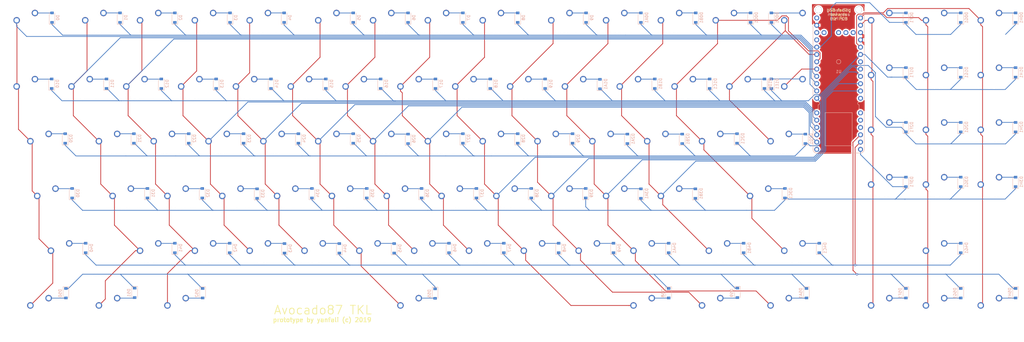
<source format=kicad_pcb>
(kicad_pcb (version 20171130) (host pcbnew "(5.1.4-0)")
  (layers (0 F.Cu signal) (31 B.Cu signal) (34 B.Paste user) (35 F.Paste user) (36 B.SilkS user) (37 F.SilkS user) (38 B.Mask user) (39 F.Mask user) (44 Edge.Cuts user))
  (net 0 "")
  (net 1 A9)
  (net 2 "Net-(D0-Pad2)")
  (net 3 "Net-(D1-Pad2)")
  (net 4 "Net-(D2-Pad2)")
  (net 5 A10)
  (net 6 "Net-(D3-Pad2)")
  (net 7 B7)
  (net 8 "Net-(D4-Pad2)")
  (net 9 B6)
  (net 10 "Net-(D5-Pad2)")
  (net 11 "Net-(D6-Pad2)")
  (net 12 B4)
  (net 13 "Net-(D7-Pad2)")
  (net 14 "Net-(D8-Pad2)")
  (net 15 "Net-(D9-Pad2)")
  (net 16 "Net-(D10-Pad2)")
  (net 17 "Net-(D11-Pad2)")
  (net 18 "Net-(D12-Pad2)")
  (net 19 "Net-(D13-Pad2)")
  (net 20 "Net-(D14-Pad2)")
  (net 21 "Net-(D15-Pad2)")
  (net 22 "Net-(D16-Pad2)")
  (net 23 "Net-(D17-Pad2)")
  (net 24 "Net-(D18-Pad2)")
  (net 25 "Net-(D19-Pad2)")
  (net 26 "Net-(D20-Pad2)")
  (net 27 "Net-(D21-Pad2)")
  (net 28 "Net-(D22-Pad2)")
  (net 29 "Net-(D23-Pad2)")
  (net 30 "Net-(D24-Pad2)")
  (net 31 "Net-(D25-Pad2)")
  (net 32 "Net-(D26-Pad2)")
  (net 33 "Net-(D27-Pad2)")
  (net 34 "Net-(D28-Pad2)")
  (net 35 "Net-(D29-Pad2)")
  (net 36 "Net-(D30-Pad2)")
  (net 37 "Net-(D31-Pad2)")
  (net 38 "Net-(D32-Pad2)")
  (net 39 "Net-(D33-Pad2)")
  (net 40 "Net-(D34-Pad2)")
  (net 41 "Net-(D35-Pad2)")
  (net 42 "Net-(D36-Pad2)")
  (net 43 "Net-(D37-Pad2)")
  (net 44 "Net-(D38-Pad2)")
  (net 45 "Net-(D39-Pad2)")
  (net 46 "Net-(D40-Pad2)")
  (net 47 "Net-(D41-Pad2)")
  (net 48 "Net-(D42-Pad2)")
  (net 49 "Net-(D43-Pad2)")
  (net 50 "Net-(D44-Pad2)")
  (net 51 "Net-(D45-Pad2)")
  (net 52 "Net-(D46-Pad2)")
  (net 53 "Net-(D47-Pad2)")
  (net 54 "Net-(D48-Pad2)")
  (net 55 "Net-(D49-Pad2)")
  (net 56 "Net-(D50-Pad2)")
  (net 57 "Net-(D51-Pad2)")
  (net 58 "Net-(D52-Pad2)")
  (net 59 "Net-(D58-Pad2)")
  (net 60 "Net-(D59-Pad2)")
  (net 61 A15)
  (net 62 A13)
  (net 63 B12)
  (net 64 B11)
  (net 65 B10)
  (net 66 B9)
  (net 67 B15)
  (net 68 B14)
  (net 69 B13)
  (net 70 A0)
  (net 71 A1)
  (net 72 A2)
  (net 73 B8)
  (net 74 GND)
  (net 75 A7)
  (net 76 A14)
  (net 77 "Net-(D0A1-Pad2)")
  (net 78 "Net-(D0B1-Pad2)")
  (net 79 "Net-(D0C1-Pad2)")
  (net 80 "Net-(D0D1-Pad2)")
  (net 81 "Net-(D0F1-Pad2)")
  (net 82 "Net-(D0G1-Pad2)")
  (net 83 "Net-(D0H1-Pad2)")
  (net 84 "Net-(D1A1-Pad2)")
  (net 85 "Net-(D1B1-Pad2)")
  (net 86 "Net-(D1C1-Pad2)")
  (net 87 "Net-(D1D1-Pad2)")
  (net 88 "Net-(D1E1-Pad2)")
  (net 89 "Net-(D1F1-Pad2)")
  (net 90 "Net-(D1G1-Pad2)")
  (net 91 "Net-(D1H1-Pad2)")
  (net 92 "Net-(D2A1-Pad2)")
  (net 93 "Net-(D2B1-Pad2)")
  (net 94 "Net-(D2C1-Pad2)")
  (net 95 "Net-(D2D1-Pad2)")
  (net 96 "Net-(D2F1-Pad2)")
  (net 97 "Net-(D2G1-Pad2)")
  (net 98 "Net-(D2H1-Pad2)")
  (net 99 "Net-(D3A1-Pad2)")
  (net 100 "Net-(D3B1-Pad2)")
  (net 101 "Net-(D3C1-Pad2)")
  (net 102 "Net-(D3F1-Pad2)")
  (net 103 "Net-(D3G1-Pad2)")
  (net 104 "Net-(D3H1-Pad2)")
  (net 105 "Net-(D4A1-Pad2)")
  (net 106 "Net-(D4B1-Pad2)")
  (net 107 "Net-(D4C1-Pad2)")
  (net 108 "Net-(D4G1-Pad2)")
  (net 109 "Net-(D5A1-Pad2)")
  (net 110 "Net-(D5F1-Pad2)")
  (net 111 "Net-(D5G1-Pad2)")
  (net 112 "Net-(D5H1-Pad2)")
  (net 113 B3)
  (net 114 B2)
  (net 115 B1)
  (net 116 A8)
  (net 117 "Net-(D55-Pad2)")
  (module MX_Only:MXOnly-1U-NoLED (layer F.Cu) (at -76.99375 48.41875)
    (fp_text reference MX3)
    (fp_text value MX-NoLED)
    (pad 2 thru_hole circle (at 2.54 -5.08) (size 2.25 2.25) (drill 1.47) (layers *.Cu B.Mask) (net 6 "Net-(D3-Pad2)"))
    (pad "" np_thru_hole circle (at 0 0) (size 3.9878 3.9878) (drill 3.9878) (layers *.Cu *.Mask))
    (pad 1 thru_hole circle (at -3.81 -2.54) (size 2.25 2.25) (drill 1.47) (layers *.Cu B.Mask) (net 65 B10))
    (pad "" np_thru_hole circle (at -5.08 0 48.0996) (size 1.75 1.75) (drill 1.75) (layers *.Cu *.Mask))
    (pad "" np_thru_hole circle (at 5.08 0 48.0996) (size 1.75 1.75) (drill 1.75) (layers *.Cu *.Mask))
  )
  (module MX_Only:MXOnly-1U-NoLED (layer F.Cu) (at -96.04375 128.5875)
    (fp_text reference MX41)
    (fp_text value MX-NoLED)
    (pad 2 thru_hole circle (at 2.54 -5.08) (size 2.25 2.25) (drill 1.47) (layers *.Cu B.Mask) (net 47 "Net-(D41-Pad2)"))
    (pad "" np_thru_hole circle (at 0 0) (size 3.9878 3.9878) (drill 3.9878) (layers *.Cu *.Mask))
    (pad 1 thru_hole circle (at -3.81 -2.54) (size 2.25 2.25) (drill 1.47) (layers *.Cu B.Mask) (net 68 B14))
    (pad "" np_thru_hole circle (at -5.08 0 48.0996) (size 1.75 1.75) (drill 1.75) (layers *.Cu *.Mask))
    (pad "" np_thru_hole circle (at 5.08 0 48.0996) (size 1.75 1.75) (drill 1.75) (layers *.Cu *.Mask))
  )
  (module MX_Only:MXOnly-1U-NoLED (layer F.Cu) (at -105.56875 109.5375)
    (fp_text reference MX31)
    (fp_text value MX-NoLED)
    (pad 2 thru_hole circle (at 2.54 -5.08) (size 2.25 2.25) (drill 1.47) (layers *.Cu B.Mask) (net 37 "Net-(D31-Pad2)"))
    (pad "" np_thru_hole circle (at 0 0) (size 3.9878 3.9878) (drill 3.9878) (layers *.Cu *.Mask))
    (pad 1 thru_hole circle (at -3.81 -2.54) (size 2.25 2.25) (drill 1.47) (layers *.Cu B.Mask) (net 68 B14))
    (pad "" np_thru_hole circle (at -5.08 0 48.0996) (size 1.75 1.75) (drill 1.75) (layers *.Cu *.Mask))
    (pad "" np_thru_hole circle (at 5.08 0 48.0996) (size 1.75 1.75) (drill 1.75) (layers *.Cu *.Mask))
  )
  (module Diodes_SMD:D_SOD-123 (layer B.Cu) (at -87.757 125.095 90)
    (fp_text reference D41 (at 0 2 90) (layer B.SilkS) (effects (justify mirror)))
    (fp_text value 1N4148W)
    (pad 1 smd rect (at -1.65 0 90) (size 0.9 1.2) (layers B.Cu B.Paste B.Mask) (net 116 A8))
    (pad 2 smd rect (at 1.65 0 90) (size 0.9 1.2) (layers B.Cu B.Paste B.Mask) (net 47 "Net-(D41-Pad2)"))
  )
  (module Diodes_SMD:D_SOD-123 (layer B.Cu) (at -97.282 106.045 90)
    (fp_text reference D31 (at 0 2 90) (layer B.SilkS) (effects (justify mirror)))
    (fp_text value 1N4148W)
    (pad 1 smd rect (at -1.65 0 90) (size 0.9 1.2) (layers B.Cu B.Paste B.Mask) (net 61 A15))
    (pad 2 smd rect (at 1.65 0 90) (size 0.9 1.2) (layers B.Cu B.Paste B.Mask) (net 37 "Net-(D31-Pad2)"))
  )
  (module proton_c:proton_c (layer B.Cu) (at 142.875 60.325 180)
    (fp_text reference U1 (at 0.01 -3.39) (layer B.SilkS) (effects (justify mirror)))
    (fp_text value proton_c)
    (fp_text user "USB facing" (at -0.05 17.98) (layer B.SilkS) (effects (justify mirror)))
    (fp_text user "USB facing" (at -0.05 17.98) (layer F.SilkS))
    (fp_text user towards (at -0.05 16.48) (layer F.SilkS))
    (fp_text user "the PCB" (at -0.05 14.98) (layer B.SilkS) (effects (justify mirror)))
    (fp_text user "away from" (at -0.05 16.48) (layer B.SilkS) (effects (justify mirror)))
    (fp_text user "the PCB" (at -0.05 14.98) (layer F.SilkS))
    (pad 5V thru_hole circle (at 7.615 15.25 180) (size 1.7 1.7) (drill 1) (layers *.Cu *.Mask))
    (pad A10 thru_hole circle (at -7.6 12.71 180) (size 1.7 1.7) (drill 1) (layers *.Cu *.Mask) (net 5 A10))
    (pad SCRE thru_hole circle (at 7.005 18.0748 180) (size 2.2 2.2) (drill 2.2) (layers *.Cu *.Mask))
    (pad SCRE thru_hole circle (at -6.9904 18.0748 180) (size 2.2 2.2) (drill 2.2) (layers *.Cu *.Mask))
    (pad A9 thru_hole circle (at -7.6 15.25 180) (size 1.7 1.7) (drill 1) (layers *.Cu *.Mask) (net 1 A9))
    (pad D+ thru_hole circle (at -5.06 10.17 180) (size 1.7 1.7) (drill 1) (layers *.Cu *.Mask))
    (pad GND thru_hole circle (at -7.6 10.17 180) (size 1.7 1.7) (drill 1) (layers *.Cu *.Mask) (net 74 GND))
    (pad GND thru_hole circle (at -7.6 7.63 180) (size 1.7 1.7) (drill 1) (layers *.Cu *.Mask) (net 74 GND))
    (pad B7 thru_hole circle (at -7.6 5.09 180) (size 1.7 1.7) (drill 1) (layers *.Cu *.Mask) (net 7 B7))
    (pad B6 thru_hole circle (at -7.6 2.55 180) (size 1.7 1.7) (drill 1) (layers *.Cu *.Mask) (net 9 B6))
    (pad D- thru_hole circle (at -2.52 10.17 180) (size 1.7 1.7) (drill 1) (layers *.Cu *.Mask))
    (pad CHRG thru_hole circle (at 0.02 10.17 180) (size 1.7 1.7) (drill 1) (layers *.Cu *.Mask))
    (pad B5 thru_hole circle (at -7.6 0.01 180) (size 1.7 1.7) (drill 1) (layers *.Cu *.Mask))
    (pad B4 thru_hole circle (at -7.6 -2.53 180) (size 1.7 1.7) (drill 1) (layers *.Cu *.Mask) (net 12 B4))
    (pad B3 thru_hole circle (at -7.6 -5.07 180) (size 1.7 1.7) (drill 1) (layers *.Cu *.Mask) (net 113 B3))
    (pad B2 thru_hole circle (at -7.6 -7.61 180) (size 1.7 1.7) (drill 1) (layers *.Cu *.Mask) (net 114 B2))
    (pad B1 thru_hole circle (at -7.6 -10.15 180) (size 1.7 1.7) (drill 1) (layers *.Cu *.Mask) (net 115 B1))
    (pad B0 thru_hole circle (at -7.6 -12.69 180) (size 1.7 1.7) (drill 1) (layers *.Cu *.Mask))
    (pad A5 thru_hole circle (at -7.6 -20.31 180) (size 1.7 1.7) (drill 1) (layers *.Cu *.Mask))
    (pad A7 thru_hole circle (at -7.6 -25.39 180) (size 1.7 1.7) (drill 1) (layers *.Cu *.Mask) (net 75 A7))
    (pad A8 thru_hole circle (at -7.6 -27.93 180) (size 1.7 1.7) (drill 1) (layers *.Cu *.Mask) (net 116 A8))
    (pad A6 thru_hole circle (at -7.6 -22.85 180) (size 1.7 1.7) (drill 1) (layers *.Cu *.Mask))
    (pad A15 thru_hole circle (at -7.6 -30.47 180) (size 1.7 1.7) (drill 1) (layers *.Cu *.Mask) (net 61 A15))
    (pad A4 thru_hole circle (at -7.6 -17.77 180) (size 1.7 1.7) (drill 1) (layers *.Cu *.Mask))
    (pad GND thru_hole circle (at 7.615 12.71 180) (size 1.7 1.7) (drill 1) (layers *.Cu *.Mask) (net 74 GND))
    (pad DFU thru_hole circle (at 7.615 10.17 180) (size 1.7 1.7) (drill 1) (layers *.Cu *.Mask))
    (pad A2 thru_hole circle (at 7.615 5.09 180) (size 1.7 1.7) (drill 1) (layers *.Cu *.Mask) (net 72 A2))
    (pad A3|5v thru_hole circle (at 5.075 10.17 180) (size 1.7 1.7) (drill 1) (layers *.Cu *.Mask))
    (pad 3.3V thru_hole circle (at 7.615 7.63 180) (size 1.7 1.7) (drill 1) (layers *.Cu *.Mask))
    (pad A1 thru_hole circle (at 7.615 2.55 180) (size 1.7 1.7) (drill 1) (layers *.Cu *.Mask) (net 71 A1))
    (pad A0 thru_hole circle (at 7.615 0.01 180) (size 1.7 1.7) (drill 1) (layers *.Cu *.Mask) (net 70 A0))
    (pad B8 thru_hole circle (at 7.615 -2.53 180) (size 1.7 1.7) (drill 1) (layers *.Cu *.Mask) (net 73 B8))
    (pad B14 thru_hole circle (at 7.615 -7.61 180) (size 1.7 1.7) (drill 1) (layers *.Cu *.Mask) (net 68 B14))
    (pad B15 thru_hole circle (at 7.615 -10.15 180) (size 1.7 1.7) (drill 1) (layers *.Cu *.Mask) (net 67 B15))
    (pad B13 thru_hole circle (at 7.615 -5.07 180) (size 1.7 1.7) (drill 1) (layers *.Cu *.Mask) (net 69 B13))
    (pad B9 thru_hole circle (at 7.615 -12.69 180) (size 1.7 1.7) (drill 1) (layers *.Cu *.Mask) (net 66 B9))
    (pad B11 thru_hole circle (at 7.615 -20.31 180) (size 1.7 1.7) (drill 1) (layers *.Cu *.Mask) (net 64 B11))
    (pad B10 thru_hole circle (at 7.615 -17.77 180) (size 1.7 1.7) (drill 1) (layers *.Cu *.Mask) (net 65 B10))
    (pad A14 thru_hole circle (at 7.615 -25.39 180) (size 1.7 1.7) (drill 1) (layers *.Cu *.Mask) (net 76 A14))
    (pad B12 thru_hole circle (at 7.615 -22.85 180) (size 1.7 1.7) (drill 1) (layers *.Cu *.Mask) (net 63 B12))
    (pad A13 thru_hole circle (at 7.615 -27.93 180) (size 1.7 1.7) (drill 1) (layers *.Cu *.Mask) (net 62 A13))
    (pad RST thru_hole circle (at 7.615 -30.47 180) (size 1.7 1.7) (drill 1) (layers *.Cu *.Mask))
  )
  (module MX_Only:MXOnly-1U-NoLED (layer F.Cu) (at 196.05625 147.6375)
    (fp_text reference MX5H1)
    (fp_text value MX-NoLED)
    (pad 2 thru_hole circle (at 2.54 -5.08) (size 2.25 2.25) (drill 1.47) (layers *.Cu B.Mask) (net 112 "Net-(D5H1-Pad2)"))
    (pad "" np_thru_hole circle (at 0 0) (size 3.9878 3.9878) (drill 3.9878) (layers *.Cu *.Mask))
    (pad 1 thru_hole circle (at -3.81 -2.54) (size 2.25 2.25) (drill 1.47) (layers *.Cu B.Mask) (net 7 B7))
    (pad "" np_thru_hole circle (at -5.08 0 48.0996) (size 1.75 1.75) (drill 1.75) (layers *.Cu *.Mask))
    (pad "" np_thru_hole circle (at 5.08 0 48.0996) (size 1.75 1.75) (drill 1.75) (layers *.Cu *.Mask))
  )
  (module MX_Only:MXOnly-1U-NoLED (layer F.Cu) (at 177.00625 147.6375)
    (fp_text reference MX5G1)
    (fp_text value MX-NoLED)
    (pad 2 thru_hole circle (at 2.54 -5.08) (size 2.25 2.25) (drill 1.47) (layers *.Cu B.Mask) (net 111 "Net-(D5G1-Pad2)"))
    (pad "" np_thru_hole circle (at 0 0) (size 3.9878 3.9878) (drill 3.9878) (layers *.Cu *.Mask))
    (pad 1 thru_hole circle (at -3.81 -2.54) (size 2.25 2.25) (drill 1.47) (layers *.Cu B.Mask) (net 1 A9))
    (pad "" np_thru_hole circle (at -5.08 0 48.0996) (size 1.75 1.75) (drill 1.75) (layers *.Cu *.Mask))
    (pad "" np_thru_hole circle (at 5.08 0 48.0996) (size 1.75 1.75) (drill 1.75) (layers *.Cu *.Mask))
  )
  (module MX_Only:MXOnly-1U-NoLED (layer F.Cu) (at 157.95625 147.6375)
    (fp_text reference MX5F1)
    (fp_text value MX-NoLED)
    (pad 2 thru_hole circle (at 2.54 -5.08) (size 2.25 2.25) (drill 1.47) (layers *.Cu B.Mask) (net 110 "Net-(D5F1-Pad2)"))
    (pad "" np_thru_hole circle (at 0 0) (size 3.9878 3.9878) (drill 3.9878) (layers *.Cu *.Mask))
    (pad 1 thru_hole circle (at -3.81 -2.54) (size 2.25 2.25) (drill 1.47) (layers *.Cu B.Mask) (net 5 A10))
    (pad "" np_thru_hole circle (at -5.08 0 48.0996) (size 1.75 1.75) (drill 1.75) (layers *.Cu *.Mask))
    (pad "" np_thru_hole circle (at 5.08 0 48.0996) (size 1.75 1.75) (drill 1.75) (layers *.Cu *.Mask))
  )
  (module MX_Only:MXOnly-1.5U-NoLED (layer F.Cu) (at 123.03125 147.6375)
    (fp_text reference MX5A1)
    (fp_text value MX-NoLED)
    (pad 2 thru_hole circle (at 2.54 -5.08) (size 2.25 2.25) (drill 1.47) (layers *.Cu B.Mask) (net 109 "Net-(D5A1-Pad2)"))
    (pad "" np_thru_hole circle (at 0 0) (size 3.9878 3.9878) (drill 3.9878) (layers *.Cu *.Mask))
    (pad 1 thru_hole circle (at -3.81 -2.54) (size 2.25 2.25) (drill 1.47) (layers *.Cu B.Mask) (net 114 B2))
    (pad "" np_thru_hole circle (at -5.08 0 48.0996) (size 1.75 1.75) (drill 1.75) (layers *.Cu *.Mask))
    (pad "" np_thru_hole circle (at 5.08 0 48.0996) (size 1.75 1.75) (drill 1.75) (layers *.Cu *.Mask))
  )
  (module MX_Only:MXOnly-1U-NoLED (layer F.Cu) (at 127.79375 128.5875)
    (fp_text reference MX4C1)
    (fp_text value MX-NoLED)
    (pad 2 thru_hole circle (at 2.54 -5.08) (size 2.25 2.25) (drill 1.47) (layers *.Cu B.Mask) (net 107 "Net-(D4C1-Pad2)"))
    (pad "" np_thru_hole circle (at 0 0) (size 3.9878 3.9878) (drill 3.9878) (layers *.Cu *.Mask))
    (pad 1 thru_hole circle (at -3.81 -2.54) (size 2.25 2.25) (drill 1.47) (layers *.Cu B.Mask) (net 70 A0))
    (pad "" np_thru_hole circle (at -5.08 0 48.0996) (size 1.75 1.75) (drill 1.75) (layers *.Cu *.Mask))
    (pad "" np_thru_hole circle (at 5.08 0 48.0996) (size 1.75 1.75) (drill 1.75) (layers *.Cu *.Mask))
  )
  (module MX_Only:MXOnly-1.75U-NoLED (layer F.Cu) (at 101.6 128.5875)
    (fp_text reference MX4B1)
    (fp_text value MX-NoLED)
    (pad 2 thru_hole circle (at 2.54 -5.08) (size 2.25 2.25) (drill 1.47) (layers *.Cu B.Mask) (net 106 "Net-(D4B1-Pad2)"))
    (pad "" np_thru_hole circle (at 0 0) (size 3.9878 3.9878) (drill 3.9878) (layers *.Cu *.Mask))
    (pad 1 thru_hole circle (at -3.81 -2.54) (size 2.25 2.25) (drill 1.47) (layers *.Cu B.Mask) (net 115 B1))
    (pad "" np_thru_hole circle (at -5.08 0 48.0996) (size 1.75 1.75) (drill 1.75) (layers *.Cu *.Mask))
    (pad "" np_thru_hole circle (at 5.08 0 48.0996) (size 1.75 1.75) (drill 1.75) (layers *.Cu *.Mask))
  )
  (module MX_Only:MXOnly-1U-NoLED (layer F.Cu) (at 75.40625 128.5875)
    (fp_text reference MX4A1)
    (fp_text value MX-NoLED)
    (pad 2 thru_hole circle (at 2.54 -5.08) (size 2.25 2.25) (drill 1.47) (layers *.Cu B.Mask) (net 105 "Net-(D4A1-Pad2)"))
    (pad "" np_thru_hole circle (at 0 0) (size 3.9878 3.9878) (drill 3.9878) (layers *.Cu *.Mask))
    (pad 1 thru_hole circle (at -3.81 -2.54) (size 2.25 2.25) (drill 1.47) (layers *.Cu B.Mask) (net 114 B2))
    (pad "" np_thru_hole circle (at -5.08 0 48.0996) (size 1.75 1.75) (drill 1.75) (layers *.Cu *.Mask))
    (pad "" np_thru_hole circle (at 5.08 0 48.0996) (size 1.75 1.75) (drill 1.75) (layers *.Cu *.Mask))
  )
  (module MX_Only:MXOnly-1U-NoLED (layer F.Cu) (at 196.05625 105.56875)
    (fp_text reference MX3H1)
    (fp_text value MX-NoLED)
    (pad 2 thru_hole circle (at 2.54 -5.08) (size 2.25 2.25) (drill 1.47) (layers *.Cu B.Mask) (net 104 "Net-(D3H1-Pad2)"))
    (pad "" np_thru_hole circle (at 0 0) (size 3.9878 3.9878) (drill 3.9878) (layers *.Cu *.Mask))
    (pad 1 thru_hole circle (at -3.81 -2.54) (size 2.25 2.25) (drill 1.47) (layers *.Cu B.Mask) (net 7 B7))
    (pad "" np_thru_hole circle (at -5.08 0 48.0996) (size 1.75 1.75) (drill 1.75) (layers *.Cu *.Mask))
    (pad "" np_thru_hole circle (at 5.08 0 48.0996) (size 1.75 1.75) (drill 1.75) (layers *.Cu *.Mask))
  )
  (module MX_Only:MXOnly-1U-NoLED (layer F.Cu) (at 177.00625 105.56875)
    (fp_text reference MX3G1)
    (fp_text value MX-NoLED)
    (pad 2 thru_hole circle (at 2.54 -5.08) (size 2.25 2.25) (drill 1.47) (layers *.Cu B.Mask) (net 103 "Net-(D3G1-Pad2)"))
    (pad "" np_thru_hole circle (at 0 0) (size 3.9878 3.9878) (drill 3.9878) (layers *.Cu *.Mask))
    (pad 1 thru_hole circle (at -3.81 -2.54) (size 2.25 2.25) (drill 1.47) (layers *.Cu B.Mask) (net 1 A9))
    (pad "" np_thru_hole circle (at -5.08 0 48.0996) (size 1.75 1.75) (drill 1.75) (layers *.Cu *.Mask))
    (pad "" np_thru_hole circle (at 5.08 0 48.0996) (size 1.75 1.75) (drill 1.75) (layers *.Cu *.Mask))
  )
  (module MX_Only:MXOnly-1U-NoLED (layer F.Cu) (at 157.95625 105.56875)
    (fp_text reference MX3F1)
    (fp_text value MX-NoLED)
    (pad 2 thru_hole circle (at 2.54 -5.08) (size 2.25 2.25) (drill 1.47) (layers *.Cu B.Mask) (net 102 "Net-(D3F1-Pad2)"))
    (pad "" np_thru_hole circle (at 0 0) (size 3.9878 3.9878) (drill 3.9878) (layers *.Cu *.Mask))
    (pad 1 thru_hole circle (at -3.81 -2.54) (size 2.25 2.25) (drill 1.47) (layers *.Cu B.Mask) (net 5 A10))
    (pad "" np_thru_hole circle (at -5.08 0 48.0996) (size 1.75 1.75) (drill 1.75) (layers *.Cu *.Mask))
    (pad "" np_thru_hole circle (at 5.08 0 48.0996) (size 1.75 1.75) (drill 1.75) (layers *.Cu *.Mask))
  )
  (module MX_Only:MXOnly-2.25U-NoLED (layer F.Cu) (at 115.8875 109.5375)
    (fp_text reference MX3C1)
    (fp_text value MX-NoLED)
    (pad 2 thru_hole circle (at 2.54 -5.08) (size 2.25 2.25) (drill 1.47) (layers *.Cu B.Mask) (net 101 "Net-(D3C1-Pad2)"))
    (pad "" np_thru_hole circle (at 0 0) (size 3.9878 3.9878) (drill 3.9878) (layers *.Cu *.Mask))
    (pad 1 thru_hole circle (at -3.81 -2.54) (size 2.25 2.25) (drill 1.47) (layers *.Cu B.Mask) (net 70 A0))
    (pad "" np_thru_hole circle (at -5.08 0 48.0996) (size 1.75 1.75) (drill 1.75) (layers *.Cu *.Mask))
    (pad "" np_thru_hole circle (at 5.08 0 48.0996) (size 1.75 1.75) (drill 1.75) (layers *.Cu *.Mask))
    (pad "" np_thru_hole circle (at -11.90625 -6.985) (size 3.048 3.048) (drill 3.048) (layers *.Cu *.Mask))
    (pad "" np_thru_hole circle (at 11.90625 -6.985) (size 3.048 3.048) (drill 3.048) (layers *.Cu *.Mask))
    (pad "" np_thru_hole circle (at -11.90625 8.255) (size 3.9878 3.9878) (drill 3.9878) (layers *.Cu *.Mask))
    (pad "" np_thru_hole circle (at 11.90625 8.255) (size 3.9878 3.9878) (drill 3.9878) (layers *.Cu *.Mask))
  )
  (module MX_Only:MXOnly-1U-NoLED (layer F.Cu) (at 84.93125 109.5375)
    (fp_text reference MX3B1)
    (fp_text value MX-NoLED)
    (pad 2 thru_hole circle (at 2.54 -5.08) (size 2.25 2.25) (drill 1.47) (layers *.Cu B.Mask) (net 100 "Net-(D3B1-Pad2)"))
    (pad "" np_thru_hole circle (at 0 0) (size 3.9878 3.9878) (drill 3.9878) (layers *.Cu *.Mask))
    (pad 1 thru_hole circle (at -3.81 -2.54) (size 2.25 2.25) (drill 1.47) (layers *.Cu B.Mask) (net 115 B1))
    (pad "" np_thru_hole circle (at -5.08 0 48.0996) (size 1.75 1.75) (drill 1.75) (layers *.Cu *.Mask))
    (pad "" np_thru_hole circle (at 5.08 0 48.0996) (size 1.75 1.75) (drill 1.75) (layers *.Cu *.Mask))
  )
  (module MX_Only:MXOnly-1U-NoLED (layer F.Cu) (at 65.88125 109.5375)
    (fp_text reference MX3A1)
    (fp_text value MX-NoLED)
    (pad 2 thru_hole circle (at 2.54 -5.08) (size 2.25 2.25) (drill 1.47) (layers *.Cu B.Mask) (net 99 "Net-(D3A1-Pad2)"))
    (pad "" np_thru_hole circle (at 0 0) (size 3.9878 3.9878) (drill 3.9878) (layers *.Cu *.Mask))
    (pad 1 thru_hole circle (at -3.81 -2.54) (size 2.25 2.25) (drill 1.47) (layers *.Cu B.Mask) (net 114 B2))
    (pad "" np_thru_hole circle (at -5.08 0 48.0996) (size 1.75 1.75) (drill 1.75) (layers *.Cu *.Mask))
    (pad "" np_thru_hole circle (at 5.08 0 48.0996) (size 1.75 1.75) (drill 1.75) (layers *.Cu *.Mask))
  )
  (module MX_Only:MXOnly-1U-NoLED (layer F.Cu) (at 196.05625 86.51875)
    (fp_text reference MX2H1)
    (fp_text value MX-NoLED)
    (pad 2 thru_hole circle (at 2.54 -5.08) (size 2.25 2.25) (drill 1.47) (layers *.Cu B.Mask) (net 98 "Net-(D2H1-Pad2)"))
    (pad "" np_thru_hole circle (at 0 0) (size 3.9878 3.9878) (drill 3.9878) (layers *.Cu *.Mask))
    (pad 1 thru_hole circle (at -3.81 -2.54) (size 2.25 2.25) (drill 1.47) (layers *.Cu B.Mask) (net 7 B7))
    (pad "" np_thru_hole circle (at -5.08 0 48.0996) (size 1.75 1.75) (drill 1.75) (layers *.Cu *.Mask))
    (pad "" np_thru_hole circle (at 5.08 0 48.0996) (size 1.75 1.75) (drill 1.75) (layers *.Cu *.Mask))
  )
  (module MX_Only:MXOnly-1U-NoLED (layer F.Cu) (at 177.00625 86.51875)
    (fp_text reference MX2G1)
    (fp_text value MX-NoLED)
    (pad 2 thru_hole circle (at 2.54 -5.08) (size 2.25 2.25) (drill 1.47) (layers *.Cu B.Mask) (net 97 "Net-(D2G1-Pad2)"))
    (pad "" np_thru_hole circle (at 0 0) (size 3.9878 3.9878) (drill 3.9878) (layers *.Cu *.Mask))
    (pad 1 thru_hole circle (at -3.81 -2.54) (size 2.25 2.25) (drill 1.47) (layers *.Cu B.Mask) (net 1 A9))
    (pad "" np_thru_hole circle (at -5.08 0 48.0996) (size 1.75 1.75) (drill 1.75) (layers *.Cu *.Mask))
    (pad "" np_thru_hole circle (at 5.08 0 48.0996) (size 1.75 1.75) (drill 1.75) (layers *.Cu *.Mask))
  )
  (module MX_Only:MXOnly-1U-NoLED (layer F.Cu) (at 157.95625 86.51875)
    (fp_text reference MX2F1)
    (fp_text value MX-NoLED)
    (pad 2 thru_hole circle (at 2.54 -5.08) (size 2.25 2.25) (drill 1.47) (layers *.Cu B.Mask) (net 96 "Net-(D2F1-Pad2)"))
    (pad "" np_thru_hole circle (at 0 0) (size 3.9878 3.9878) (drill 3.9878) (layers *.Cu *.Mask))
    (pad 1 thru_hole circle (at -3.81 -2.54) (size 2.25 2.25) (drill 1.47) (layers *.Cu B.Mask) (net 5 A10))
    (pad "" np_thru_hole circle (at -5.08 0 48.0996) (size 1.75 1.75) (drill 1.75) (layers *.Cu *.Mask))
    (pad "" np_thru_hole circle (at 5.08 0 48.0996) (size 1.75 1.75) (drill 1.75) (layers *.Cu *.Mask))
  )
  (module MX_Only:MXOnly-1.5U-NoLED (layer F.Cu) (at 123.03125 90.4875)
    (fp_text reference MX2D1)
    (fp_text value MX-NoLED)
    (pad 2 thru_hole circle (at 2.54 -5.08) (size 2.25 2.25) (drill 1.47) (layers *.Cu B.Mask) (net 95 "Net-(D2D1-Pad2)"))
    (pad "" np_thru_hole circle (at 0 0) (size 3.9878 3.9878) (drill 3.9878) (layers *.Cu *.Mask))
    (pad 1 thru_hole circle (at -3.81 -2.54) (size 2.25 2.25) (drill 1.47) (layers *.Cu B.Mask) (net 71 A1))
    (pad "" np_thru_hole circle (at -5.08 0 48.0996) (size 1.75 1.75) (drill 1.75) (layers *.Cu *.Mask))
    (pad "" np_thru_hole circle (at 5.08 0 48.0996) (size 1.75 1.75) (drill 1.75) (layers *.Cu *.Mask))
  )
  (module MX_Only:MXOnly-1U-NoLED (layer F.Cu) (at 99.21875 90.4875)
    (fp_text reference MX2C1)
    (fp_text value MX-NoLED)
    (pad 2 thru_hole circle (at 2.54 -5.08) (size 2.25 2.25) (drill 1.47) (layers *.Cu B.Mask) (net 94 "Net-(D2C1-Pad2)"))
    (pad "" np_thru_hole circle (at 0 0) (size 3.9878 3.9878) (drill 3.9878) (layers *.Cu *.Mask))
    (pad 1 thru_hole circle (at -3.81 -2.54) (size 2.25 2.25) (drill 1.47) (layers *.Cu B.Mask) (net 70 A0))
    (pad "" np_thru_hole circle (at -5.08 0 48.0996) (size 1.75 1.75) (drill 1.75) (layers *.Cu *.Mask))
    (pad "" np_thru_hole circle (at 5.08 0 48.0996) (size 1.75 1.75) (drill 1.75) (layers *.Cu *.Mask))
  )
  (module MX_Only:MXOnly-1U-NoLED (layer F.Cu) (at 80.16875 90.4875)
    (fp_text reference MX2B1)
    (fp_text value MX-NoLED)
    (pad 2 thru_hole circle (at 2.54 -5.08) (size 2.25 2.25) (drill 1.47) (layers *.Cu B.Mask) (net 93 "Net-(D2B1-Pad2)"))
    (pad "" np_thru_hole circle (at 0 0) (size 3.9878 3.9878) (drill 3.9878) (layers *.Cu *.Mask))
    (pad 1 thru_hole circle (at -3.81 -2.54) (size 2.25 2.25) (drill 1.47) (layers *.Cu B.Mask) (net 115 B1))
    (pad "" np_thru_hole circle (at -5.08 0 48.0996) (size 1.75 1.75) (drill 1.75) (layers *.Cu *.Mask))
    (pad "" np_thru_hole circle (at 5.08 0 48.0996) (size 1.75 1.75) (drill 1.75) (layers *.Cu *.Mask))
  )
  (module MX_Only:MXOnly-1U-NoLED (layer F.Cu) (at 61.11875 90.4875)
    (fp_text reference MX2A1)
    (fp_text value MX-NoLED)
    (pad 2 thru_hole circle (at 2.54 -5.08) (size 2.25 2.25) (drill 1.47) (layers *.Cu B.Mask) (net 92 "Net-(D2A1-Pad2)"))
    (pad "" np_thru_hole circle (at 0 0) (size 3.9878 3.9878) (drill 3.9878) (layers *.Cu *.Mask))
    (pad 1 thru_hole circle (at -3.81 -2.54) (size 2.25 2.25) (drill 1.47) (layers *.Cu B.Mask) (net 114 B2))
    (pad "" np_thru_hole circle (at -5.08 0 48.0996) (size 1.75 1.75) (drill 1.75) (layers *.Cu *.Mask))
    (pad "" np_thru_hole circle (at 5.08 0 48.0996) (size 1.75 1.75) (drill 1.75) (layers *.Cu *.Mask))
  )
  (module MX_Only:MXOnly-1U-NoLED (layer F.Cu) (at 196.05625 67.46875)
    (fp_text reference MX1H1)
    (fp_text value MX-NoLED)
    (pad 2 thru_hole circle (at 2.54 -5.08) (size 2.25 2.25) (drill 1.47) (layers *.Cu B.Mask) (net 91 "Net-(D1H1-Pad2)"))
    (pad "" np_thru_hole circle (at 0 0) (size 3.9878 3.9878) (drill 3.9878) (layers *.Cu *.Mask))
    (pad 1 thru_hole circle (at -3.81 -2.54) (size 2.25 2.25) (drill 1.47) (layers *.Cu B.Mask) (net 7 B7))
    (pad "" np_thru_hole circle (at -5.08 0 48.0996) (size 1.75 1.75) (drill 1.75) (layers *.Cu *.Mask))
    (pad "" np_thru_hole circle (at 5.08 0 48.0996) (size 1.75 1.75) (drill 1.75) (layers *.Cu *.Mask))
  )
  (module MX_Only:MXOnly-1U-NoLED (layer F.Cu) (at 177.00625 128.5875)
    (fp_text reference MX4G1)
    (fp_text value MX-NoLED)
    (pad 2 thru_hole circle (at 2.54 -5.08) (size 2.25 2.25) (drill 1.47) (layers *.Cu B.Mask) (net 108 "Net-(D4G1-Pad2)"))
    (pad "" np_thru_hole circle (at 0 0) (size 3.9878 3.9878) (drill 3.9878) (layers *.Cu *.Mask))
    (pad 1 thru_hole circle (at -3.81 -2.54) (size 2.25 2.25) (drill 1.47) (layers *.Cu B.Mask) (net 1 A9))
    (pad "" np_thru_hole circle (at -5.08 0 48.0996) (size 1.75 1.75) (drill 1.75) (layers *.Cu *.Mask))
    (pad "" np_thru_hole circle (at 5.08 0 48.0996) (size 1.75 1.75) (drill 1.75) (layers *.Cu *.Mask))
  )
  (module MX_Only:MXOnly-1U-NoLED (layer F.Cu) (at 177.00625 67.46875)
    (fp_text reference MX1G1)
    (fp_text value MX-NoLED)
    (pad 2 thru_hole circle (at 2.54 -5.08) (size 2.25 2.25) (drill 1.47) (layers *.Cu B.Mask) (net 90 "Net-(D1G1-Pad2)"))
    (pad "" np_thru_hole circle (at 0 0) (size 3.9878 3.9878) (drill 3.9878) (layers *.Cu *.Mask))
    (pad 1 thru_hole circle (at -3.81 -2.54) (size 2.25 2.25) (drill 1.47) (layers *.Cu B.Mask) (net 1 A9))
    (pad "" np_thru_hole circle (at -5.08 0 48.0996) (size 1.75 1.75) (drill 1.75) (layers *.Cu *.Mask))
    (pad "" np_thru_hole circle (at 5.08 0 48.0996) (size 1.75 1.75) (drill 1.75) (layers *.Cu *.Mask))
  )
  (module MX_Only:MXOnly-1U-NoLED (layer F.Cu) (at 157.95625 67.46875)
    (fp_text reference MX1F1)
    (fp_text value MX-NoLED)
    (pad 2 thru_hole circle (at 2.54 -5.08) (size 2.25 2.25) (drill 1.47) (layers *.Cu B.Mask) (net 89 "Net-(D1F1-Pad2)"))
    (pad "" np_thru_hole circle (at 0 0) (size 3.9878 3.9878) (drill 3.9878) (layers *.Cu *.Mask))
    (pad 1 thru_hole circle (at -3.81 -2.54) (size 2.25 2.25) (drill 1.47) (layers *.Cu B.Mask) (net 5 A10))
    (pad "" np_thru_hole circle (at -5.08 0 48.0996) (size 1.75 1.75) (drill 1.75) (layers *.Cu *.Mask))
    (pad "" np_thru_hole circle (at 5.08 0 48.0996) (size 1.75 1.75) (drill 1.75) (layers *.Cu *.Mask))
  )
  (module MX_Only:MXOnly-1U-NoLED (layer F.Cu) (at 127.79375 71.4375)
    (fp_text reference MX1E1)
    (fp_text value MX-NoLED)
    (pad 2 thru_hole circle (at 2.54 -5.08) (size 2.25 2.25) (drill 1.47) (layers *.Cu B.Mask) (net 88 "Net-(D1E1-Pad2)"))
    (pad "" np_thru_hole circle (at 0 0) (size 3.9878 3.9878) (drill 3.9878) (layers *.Cu *.Mask))
    (pad 1 thru_hole circle (at -3.81 -2.54) (size 2.25 2.25) (drill 1.47) (layers *.Cu B.Mask) (net 73 B8))
    (pad "" np_thru_hole circle (at -5.08 0 48.0996) (size 1.75 1.75) (drill 1.75) (layers *.Cu *.Mask))
    (pad "" np_thru_hole circle (at 5.08 0 48.0996) (size 1.75 1.75) (drill 1.75) (layers *.Cu *.Mask))
  )
  (module MX_Only:MXOnly-1U-NoLED (layer F.Cu) (at 108.74375 71.4375)
    (fp_text reference MX1D1)
    (fp_text value MX-NoLED)
    (pad 2 thru_hole circle (at 2.54 -5.08) (size 2.25 2.25) (drill 1.47) (layers *.Cu B.Mask) (net 87 "Net-(D1D1-Pad2)"))
    (pad "" np_thru_hole circle (at 0 0) (size 3.9878 3.9878) (drill 3.9878) (layers *.Cu *.Mask))
    (pad 1 thru_hole circle (at -3.81 -2.54) (size 2.25 2.25) (drill 1.47) (layers *.Cu B.Mask) (net 71 A1))
    (pad "" np_thru_hole circle (at -5.08 0 48.0996) (size 1.75 1.75) (drill 1.75) (layers *.Cu *.Mask))
    (pad "" np_thru_hole circle (at 5.08 0 48.0996) (size 1.75 1.75) (drill 1.75) (layers *.Cu *.Mask))
  )
  (module MX_Only:MXOnly-1U-NoLED (layer F.Cu) (at 89.69375 71.4375)
    (fp_text reference MX1C1)
    (fp_text value MX-NoLED)
    (pad 2 thru_hole circle (at 2.54 -5.08) (size 2.25 2.25) (drill 1.47) (layers *.Cu B.Mask) (net 86 "Net-(D1C1-Pad2)"))
    (pad "" np_thru_hole circle (at 0 0) (size 3.9878 3.9878) (drill 3.9878) (layers *.Cu *.Mask))
    (pad 1 thru_hole circle (at -3.81 -2.54) (size 2.25 2.25) (drill 1.47) (layers *.Cu B.Mask) (net 70 A0))
    (pad "" np_thru_hole circle (at -5.08 0 48.0996) (size 1.75 1.75) (drill 1.75) (layers *.Cu *.Mask))
    (pad "" np_thru_hole circle (at 5.08 0 48.0996) (size 1.75 1.75) (drill 1.75) (layers *.Cu *.Mask))
  )
  (module MX_Only:MXOnly-1U-NoLED (layer F.Cu) (at 70.64375 71.4375)
    (fp_text reference MX1B1)
    (fp_text value MX-NoLED)
    (pad 2 thru_hole circle (at 2.54 -5.08) (size 2.25 2.25) (drill 1.47) (layers *.Cu B.Mask) (net 85 "Net-(D1B1-Pad2)"))
    (pad "" np_thru_hole circle (at 0 0) (size 3.9878 3.9878) (drill 3.9878) (layers *.Cu *.Mask))
    (pad 1 thru_hole circle (at -3.81 -2.54) (size 2.25 2.25) (drill 1.47) (layers *.Cu B.Mask) (net 115 B1))
    (pad "" np_thru_hole circle (at -5.08 0 48.0996) (size 1.75 1.75) (drill 1.75) (layers *.Cu *.Mask))
    (pad "" np_thru_hole circle (at 5.08 0 48.0996) (size 1.75 1.75) (drill 1.75) (layers *.Cu *.Mask))
  )
  (module MX_Only:MXOnly-1U-NoLED (layer F.Cu) (at 51.59375 71.4375)
    (fp_text reference MX1A1)
    (fp_text value MX-NoLED)
    (pad 2 thru_hole circle (at 2.54 -5.08) (size 2.25 2.25) (drill 1.47) (layers *.Cu B.Mask) (net 84 "Net-(D1A1-Pad2)"))
    (pad "" np_thru_hole circle (at 0 0) (size 3.9878 3.9878) (drill 3.9878) (layers *.Cu *.Mask))
    (pad 1 thru_hole circle (at -3.81 -2.54) (size 2.25 2.25) (drill 1.47) (layers *.Cu B.Mask) (net 114 B2))
    (pad "" np_thru_hole circle (at -5.08 0 48.0996) (size 1.75 1.75) (drill 1.75) (layers *.Cu *.Mask))
    (pad "" np_thru_hole circle (at 5.08 0 48.0996) (size 1.75 1.75) (drill 1.75) (layers *.Cu *.Mask))
  )
  (module MX_Only:MXOnly-1U-NoLED (layer F.Cu) (at 196.05625 48.41875)
    (fp_text reference MX0H1)
    (fp_text value MX-NoLED)
    (pad 2 thru_hole circle (at 2.54 -5.08) (size 2.25 2.25) (drill 1.47) (layers *.Cu B.Mask) (net 83 "Net-(D0H1-Pad2)"))
    (pad "" np_thru_hole circle (at 0 0) (size 3.9878 3.9878) (drill 3.9878) (layers *.Cu *.Mask))
    (pad 1 thru_hole circle (at -3.81 -2.54) (size 2.25 2.25) (drill 1.47) (layers *.Cu B.Mask) (net 7 B7))
    (pad "" np_thru_hole circle (at -5.08 0 48.0996) (size 1.75 1.75) (drill 1.75) (layers *.Cu *.Mask))
    (pad "" np_thru_hole circle (at 5.08 0 48.0996) (size 1.75 1.75) (drill 1.75) (layers *.Cu *.Mask))
  )
  (module MX_Only:MXOnly-1U-NoLED (layer F.Cu) (at 177.00625 48.41875)
    (fp_text reference MX0G1)
    (fp_text value MX-NoLED)
    (pad 2 thru_hole circle (at 2.54 -5.08) (size 2.25 2.25) (drill 1.47) (layers *.Cu B.Mask) (net 82 "Net-(D0G1-Pad2)"))
    (pad "" np_thru_hole circle (at 0 0) (size 3.9878 3.9878) (drill 3.9878) (layers *.Cu *.Mask))
    (pad 1 thru_hole circle (at -3.81 -2.54) (size 2.25 2.25) (drill 1.47) (layers *.Cu B.Mask) (net 1 A9))
    (pad "" np_thru_hole circle (at -5.08 0 48.0996) (size 1.75 1.75) (drill 1.75) (layers *.Cu *.Mask))
    (pad "" np_thru_hole circle (at 5.08 0 48.0996) (size 1.75 1.75) (drill 1.75) (layers *.Cu *.Mask))
  )
  (module MX_Only:MXOnly-1U-NoLED (layer F.Cu) (at 157.95625 48.41875)
    (fp_text reference MX0F1)
    (fp_text value MX-NoLED)
    (pad 2 thru_hole circle (at 2.54 -5.08) (size 2.25 2.25) (drill 1.47) (layers *.Cu B.Mask) (net 81 "Net-(D0F1-Pad2)"))
    (pad "" np_thru_hole circle (at 0 0) (size 3.9878 3.9878) (drill 3.9878) (layers *.Cu *.Mask))
    (pad 1 thru_hole circle (at -3.81 -2.54) (size 2.25 2.25) (drill 1.47) (layers *.Cu B.Mask) (net 5 A10))
    (pad "" np_thru_hole circle (at -5.08 0 48.0996) (size 1.75 1.75) (drill 1.75) (layers *.Cu *.Mask))
    (pad "" np_thru_hole circle (at 5.08 0 48.0996) (size 1.75 1.75) (drill 1.75) (layers *.Cu *.Mask))
  )
  (module MX_Only:MXOnly-1U-NoLED (layer F.Cu) (at 127.79375 48.41875)
    (fp_text reference MX0D1)
    (fp_text value MX-NoLED)
    (pad 2 thru_hole circle (at 2.54 -5.08) (size 2.25 2.25) (drill 1.47) (layers *.Cu B.Mask) (net 80 "Net-(D0D1-Pad2)"))
    (pad "" np_thru_hole circle (at 0 0) (size 3.9878 3.9878) (drill 3.9878) (layers *.Cu *.Mask))
    (pad 1 thru_hole circle (at -3.81 -2.54) (size 2.25 2.25) (drill 1.47) (layers *.Cu B.Mask) (net 71 A1))
    (pad "" np_thru_hole circle (at -5.08 0 48.0996) (size 1.75 1.75) (drill 1.75) (layers *.Cu *.Mask))
    (pad "" np_thru_hole circle (at 5.08 0 48.0996) (size 1.75 1.75) (drill 1.75) (layers *.Cu *.Mask))
  )
  (module MX_Only:MXOnly-1U-NoLED (layer F.Cu) (at 103.98125 48.41875)
    (fp_text reference MX0C1)
    (fp_text value MX-NoLED)
    (pad 2 thru_hole circle (at 2.54 -5.08) (size 2.25 2.25) (drill 1.47) (layers *.Cu B.Mask) (net 79 "Net-(D0C1-Pad2)"))
    (pad "" np_thru_hole circle (at 0 0) (size 3.9878 3.9878) (drill 3.9878) (layers *.Cu *.Mask))
    (pad 1 thru_hole circle (at -3.81 -2.54) (size 2.25 2.25) (drill 1.47) (layers *.Cu B.Mask) (net 70 A0))
    (pad "" np_thru_hole circle (at -5.08 0 48.0996) (size 1.75 1.75) (drill 1.75) (layers *.Cu *.Mask))
    (pad "" np_thru_hole circle (at 5.08 0 48.0996) (size 1.75 1.75) (drill 1.75) (layers *.Cu *.Mask))
  )
  (module MX_Only:MXOnly-1U-NoLED (layer F.Cu) (at 84.93125 48.41875)
    (fp_text reference MX0B1)
    (fp_text value MX-NoLED)
    (pad 2 thru_hole circle (at 2.54 -5.08) (size 2.25 2.25) (drill 1.47) (layers *.Cu B.Mask) (net 78 "Net-(D0B1-Pad2)"))
    (pad "" np_thru_hole circle (at 0 0) (size 3.9878 3.9878) (drill 3.9878) (layers *.Cu *.Mask))
    (pad 1 thru_hole circle (at -3.81 -2.54) (size 2.25 2.25) (drill 1.47) (layers *.Cu B.Mask) (net 115 B1))
    (pad "" np_thru_hole circle (at -5.08 0 48.0996) (size 1.75 1.75) (drill 1.75) (layers *.Cu *.Mask))
    (pad "" np_thru_hole circle (at 5.08 0 48.0996) (size 1.75 1.75) (drill 1.75) (layers *.Cu *.Mask))
  )
  (module MX_Only:MXOnly-1U-NoLED (layer F.Cu) (at 65.88125 48.41875)
    (fp_text reference MX0A1)
    (fp_text value MX-NoLED)
    (pad 2 thru_hole circle (at 2.54 -5.08) (size 2.25 2.25) (drill 1.47) (layers *.Cu B.Mask) (net 77 "Net-(D0A1-Pad2)"))
    (pad "" np_thru_hole circle (at 0 0) (size 3.9878 3.9878) (drill 3.9878) (layers *.Cu *.Mask))
    (pad 1 thru_hole circle (at -3.81 -2.54) (size 2.25 2.25) (drill 1.47) (layers *.Cu B.Mask) (net 114 B2))
    (pad "" np_thru_hole circle (at -5.08 0 48.0996) (size 1.75 1.75) (drill 1.75) (layers *.Cu *.Mask))
    (pad "" np_thru_hole circle (at 5.08 0 48.0996) (size 1.75 1.75) (drill 1.75) (layers *.Cu *.Mask))
  )
  (module MX_Only:MXOnly-1U-NoLED (layer F.Cu) (at 99.21875 147.6375)
    (fp_text reference MX59)
    (fp_text value MX-NoLED)
    (pad 2 thru_hole circle (at 2.54 -5.08) (size 2.25 2.25) (drill 1.47) (layers *.Cu B.Mask) (net 60 "Net-(D59-Pad2)"))
    (pad "" np_thru_hole circle (at 0 0) (size 3.9878 3.9878) (drill 3.9878) (layers *.Cu *.Mask))
    (pad 1 thru_hole circle (at -3.81 -2.54) (size 2.25 2.25) (drill 1.47) (layers *.Cu B.Mask) (net 113 B3))
    (pad "" np_thru_hole circle (at -5.08 0 48.0996) (size 1.75 1.75) (drill 1.75) (layers *.Cu *.Mask))
    (pad "" np_thru_hole circle (at 5.08 0 48.0996) (size 1.75 1.75) (drill 1.75) (layers *.Cu *.Mask))
  )
  (module MX_Only:MXOnly-1.5U-NoLED (layer F.Cu) (at 75.40625 147.6375)
    (fp_text reference MX58)
    (fp_text value MX-NoLED)
    (pad 2 thru_hole circle (at 2.54 -5.08) (size 2.25 2.25) (drill 1.47) (layers *.Cu B.Mask) (net 59 "Net-(D58-Pad2)"))
    (pad "" np_thru_hole circle (at 0 0) (size 3.9878 3.9878) (drill 3.9878) (layers *.Cu *.Mask))
    (pad 1 thru_hole circle (at -3.81 -2.54) (size 2.25 2.25) (drill 1.47) (layers *.Cu B.Mask) (net 12 B4))
    (pad "" np_thru_hole circle (at -5.08 0 48.0996) (size 1.75 1.75) (drill 1.75) (layers *.Cu *.Mask))
    (pad "" np_thru_hole circle (at 5.08 0 48.0996) (size 1.75 1.75) (drill 1.75) (layers *.Cu *.Mask))
  )
  (module MX_Only:MXOnly-7U-NoLED (layer F.Cu) (at -5.55625 147.6375)
    (fp_text reference MX55)
    (fp_text value MX-NoLED)
    (pad 2 thru_hole circle (at 2.54 -5.08) (size 2.25 2.25) (drill 1.47) (layers *.Cu B.Mask) (net 117 "Net-(D55-Pad2)"))
    (pad "" np_thru_hole circle (at 0 0) (size 3.9878 3.9878) (drill 3.9878) (layers *.Cu *.Mask))
    (pad 1 thru_hole circle (at -3.81 -2.54) (size 2.25 2.25) (drill 1.47) (layers *.Cu B.Mask) (net 63 B12))
    (pad "" np_thru_hole circle (at -5.08 0 48.0996) (size 1.75 1.75) (drill 1.75) (layers *.Cu *.Mask))
    (pad "" np_thru_hole circle (at 5.08 0 48.0996) (size 1.75 1.75) (drill 1.75) (layers *.Cu *.Mask))
    (pad "" np_thru_hole circle (at -57.15 -6.985) (size 3.048 3.048) (drill 3.048) (layers *.Cu *.Mask))
    (pad "" np_thru_hole circle (at 57.15 -6.985) (size 3.048 3.048) (drill 3.048) (layers *.Cu *.Mask))
    (pad "" np_thru_hole circle (at -57.15 8.255) (size 3.9878 3.9878) (drill 3.9878) (layers *.Cu *.Mask))
    (pad "" np_thru_hole circle (at 57.15 8.255) (size 3.9878 3.9878) (drill 3.9878) (layers *.Cu *.Mask))
  )
  (module MX_Only:MXOnly-1.5U-NoLED (layer F.Cu) (at -86.51875 147.6375)
    (fp_text reference MX52)
    (fp_text value MX-NoLED)
    (pad 2 thru_hole circle (at 2.54 -5.08) (size 2.25 2.25) (drill 1.47) (layers *.Cu B.Mask) (net 58 "Net-(D52-Pad2)"))
    (pad "" np_thru_hole circle (at 0 0) (size 3.9878 3.9878) (drill 3.9878) (layers *.Cu *.Mask))
    (pad 1 thru_hole circle (at -3.81 -2.54) (size 2.25 2.25) (drill 1.47) (layers *.Cu B.Mask) (net 67 B15))
    (pad "" np_thru_hole circle (at -5.08 0 48.0996) (size 1.75 1.75) (drill 1.75) (layers *.Cu *.Mask))
    (pad "" np_thru_hole circle (at 5.08 0 48.0996) (size 1.75 1.75) (drill 1.75) (layers *.Cu *.Mask))
  )
  (module MX_Only:MXOnly-1U-NoLED (layer F.Cu) (at -110.33125 147.6375)
    (fp_text reference MX51)
    (fp_text value MX-NoLED)
    (pad 2 thru_hole circle (at 2.54 -5.08) (size 2.25 2.25) (drill 1.47) (layers *.Cu B.Mask) (net 57 "Net-(D51-Pad2)"))
    (pad "" np_thru_hole circle (at 0 0) (size 3.9878 3.9878) (drill 3.9878) (layers *.Cu *.Mask))
    (pad 1 thru_hole circle (at -3.81 -2.54) (size 2.25 2.25) (drill 1.47) (layers *.Cu B.Mask) (net 68 B14))
    (pad "" np_thru_hole circle (at -5.08 0 48.0996) (size 1.75 1.75) (drill 1.75) (layers *.Cu *.Mask))
    (pad "" np_thru_hole circle (at 5.08 0 48.0996) (size 1.75 1.75) (drill 1.75) (layers *.Cu *.Mask))
  )
  (module MX_Only:MXOnly-1.5U-NoLED (layer F.Cu) (at -134.14375 147.6375)
    (fp_text reference MX50)
    (fp_text value MX-NoLED)
    (pad 2 thru_hole circle (at 2.54 -5.08) (size 2.25 2.25) (drill 1.47) (layers *.Cu B.Mask) (net 56 "Net-(D50-Pad2)"))
    (pad "" np_thru_hole circle (at 0 0) (size 3.9878 3.9878) (drill 3.9878) (layers *.Cu *.Mask))
    (pad 1 thru_hole circle (at -3.81 -2.54) (size 2.25 2.25) (drill 1.47) (layers *.Cu B.Mask) (net 69 B13))
    (pad "" np_thru_hole circle (at -5.08 0 48.0996) (size 1.75 1.75) (drill 1.75) (layers *.Cu *.Mask))
    (pad "" np_thru_hole circle (at 5.08 0 48.0996) (size 1.75 1.75) (drill 1.75) (layers *.Cu *.Mask))
  )
  (module MX_Only:MXOnly-1U-NoLED (layer F.Cu) (at 56.35625 128.5875)
    (fp_text reference MX49)
    (fp_text value MX-NoLED)
    (pad 2 thru_hole circle (at 2.54 -5.08) (size 2.25 2.25) (drill 1.47) (layers *.Cu B.Mask) (net 55 "Net-(D49-Pad2)"))
    (pad "" np_thru_hole circle (at 0 0) (size 3.9878 3.9878) (drill 3.9878) (layers *.Cu *.Mask))
    (pad 1 thru_hole circle (at -3.81 -2.54) (size 2.25 2.25) (drill 1.47) (layers *.Cu B.Mask) (net 113 B3))
    (pad "" np_thru_hole circle (at -5.08 0 48.0996) (size 1.75 1.75) (drill 1.75) (layers *.Cu *.Mask))
    (pad "" np_thru_hole circle (at 5.08 0 48.0996) (size 1.75 1.75) (drill 1.75) (layers *.Cu *.Mask))
  )
  (module MX_Only:MXOnly-1U-NoLED (layer F.Cu) (at 37.30625 128.5875)
    (fp_text reference MX48)
    (fp_text value MX-NoLED)
    (pad 2 thru_hole circle (at 2.54 -5.08) (size 2.25 2.25) (drill 1.47) (layers *.Cu B.Mask) (net 54 "Net-(D48-Pad2)"))
    (pad "" np_thru_hole circle (at 0 0) (size 3.9878 3.9878) (drill 3.9878) (layers *.Cu *.Mask))
    (pad 1 thru_hole circle (at -3.81 -2.54) (size 2.25 2.25) (drill 1.47) (layers *.Cu B.Mask) (net 12 B4))
    (pad "" np_thru_hole circle (at -5.08 0 48.0996) (size 1.75 1.75) (drill 1.75) (layers *.Cu *.Mask))
    (pad "" np_thru_hole circle (at 5.08 0 48.0996) (size 1.75 1.75) (drill 1.75) (layers *.Cu *.Mask))
  )
  (module MX_Only:MXOnly-1U-NoLED (layer F.Cu) (at 18.25625 128.5875)
    (fp_text reference MX47)
    (fp_text value MX-NoLED)
    (pad 2 thru_hole circle (at 2.54 -5.08) (size 2.25 2.25) (drill 1.47) (layers *.Cu B.Mask) (net 53 "Net-(D47-Pad2)"))
    (pad "" np_thru_hole circle (at 0 0) (size 3.9878 3.9878) (drill 3.9878) (layers *.Cu *.Mask))
    (pad 1 thru_hole circle (at -3.81 -2.54) (size 2.25 2.25) (drill 1.47) (layers *.Cu B.Mask) (net 62 A13))
    (pad "" np_thru_hole circle (at -5.08 0 48.0996) (size 1.75 1.75) (drill 1.75) (layers *.Cu *.Mask))
    (pad "" np_thru_hole circle (at 5.08 0 48.0996) (size 1.75 1.75) (drill 1.75) (layers *.Cu *.Mask))
  )
  (module MX_Only:MXOnly-1U-NoLED (layer F.Cu) (at -0.79375 128.5875)
    (fp_text reference MX46)
    (fp_text value MX-NoLED)
    (pad 2 thru_hole circle (at 2.54 -5.08) (size 2.25 2.25) (drill 1.47) (layers *.Cu B.Mask) (net 52 "Net-(D46-Pad2)"))
    (pad "" np_thru_hole circle (at 0 0) (size 3.9878 3.9878) (drill 3.9878) (layers *.Cu *.Mask))
    (pad 1 thru_hole circle (at -3.81 -2.54) (size 2.25 2.25) (drill 1.47) (layers *.Cu B.Mask) (net 76 A14))
    (pad "" np_thru_hole circle (at -5.08 0 48.0996) (size 1.75 1.75) (drill 1.75) (layers *.Cu *.Mask))
    (pad "" np_thru_hole circle (at 5.08 0 48.0996) (size 1.75 1.75) (drill 1.75) (layers *.Cu *.Mask))
  )
  (module MX_Only:MXOnly-1U-NoLED (layer F.Cu) (at -19.84375 128.5875)
    (fp_text reference MX45)
    (fp_text value MX-NoLED)
    (pad 2 thru_hole circle (at 2.54 -5.08) (size 2.25 2.25) (drill 1.47) (layers *.Cu B.Mask) (net 51 "Net-(D45-Pad2)"))
    (pad "" np_thru_hole circle (at 0 0) (size 3.9878 3.9878) (drill 3.9878) (layers *.Cu *.Mask))
    (pad 1 thru_hole circle (at -3.81 -2.54) (size 2.25 2.25) (drill 1.47) (layers *.Cu B.Mask) (net 63 B12))
    (pad "" np_thru_hole circle (at -5.08 0 48.0996) (size 1.75 1.75) (drill 1.75) (layers *.Cu *.Mask))
    (pad "" np_thru_hole circle (at 5.08 0 48.0996) (size 1.75 1.75) (drill 1.75) (layers *.Cu *.Mask))
  )
  (module MX_Only:MXOnly-1U-NoLED (layer F.Cu) (at -38.89375 128.5875)
    (fp_text reference MX44)
    (fp_text value MX-NoLED)
    (pad 2 thru_hole circle (at 2.54 -5.08) (size 2.25 2.25) (drill 1.47) (layers *.Cu B.Mask) (net 50 "Net-(D44-Pad2)"))
    (pad "" np_thru_hole circle (at 0 0) (size 3.9878 3.9878) (drill 3.9878) (layers *.Cu *.Mask))
    (pad 1 thru_hole circle (at -3.81 -2.54) (size 2.25 2.25) (drill 1.47) (layers *.Cu B.Mask) (net 64 B11))
    (pad "" np_thru_hole circle (at -5.08 0 48.0996) (size 1.75 1.75) (drill 1.75) (layers *.Cu *.Mask))
    (pad "" np_thru_hole circle (at 5.08 0 48.0996) (size 1.75 1.75) (drill 1.75) (layers *.Cu *.Mask))
  )
  (module MX_Only:MXOnly-1U-NoLED (layer F.Cu) (at -57.94375 128.5875)
    (fp_text reference MX43)
    (fp_text value MX-NoLED)
    (pad 2 thru_hole circle (at 2.54 -5.08) (size 2.25 2.25) (drill 1.47) (layers *.Cu B.Mask) (net 49 "Net-(D43-Pad2)"))
    (pad "" np_thru_hole circle (at 0 0) (size 3.9878 3.9878) (drill 3.9878) (layers *.Cu *.Mask))
    (pad 1 thru_hole circle (at -3.81 -2.54) (size 2.25 2.25) (drill 1.47) (layers *.Cu B.Mask) (net 65 B10))
    (pad "" np_thru_hole circle (at -5.08 0 48.0996) (size 1.75 1.75) (drill 1.75) (layers *.Cu *.Mask))
    (pad "" np_thru_hole circle (at 5.08 0 48.0996) (size 1.75 1.75) (drill 1.75) (layers *.Cu *.Mask))
  )
  (module MX_Only:MXOnly-1U-NoLED (layer F.Cu) (at -76.99375 128.5875)
    (fp_text reference MX42)
    (fp_text value MX-NoLED)
    (pad 2 thru_hole circle (at 2.54 -5.08) (size 2.25 2.25) (drill 1.47) (layers *.Cu B.Mask) (net 48 "Net-(D42-Pad2)"))
    (pad "" np_thru_hole circle (at 0 0) (size 3.9878 3.9878) (drill 3.9878) (layers *.Cu *.Mask))
    (pad 1 thru_hole circle (at -3.81 -2.54) (size 2.25 2.25) (drill 1.47) (layers *.Cu B.Mask) (net 67 B15))
    (pad "" np_thru_hole circle (at -5.08 0 48.0996) (size 1.75 1.75) (drill 1.75) (layers *.Cu *.Mask))
    (pad "" np_thru_hole circle (at 5.08 0 48.0996) (size 1.75 1.75) (drill 1.75) (layers *.Cu *.Mask))
  )
  (module MX_Only:MXOnly-2.25U-NoLED (layer F.Cu) (at -127 128.5875)
    (fp_text reference MX40)
    (fp_text value MX-NoLED)
    (pad 2 thru_hole circle (at 2.54 -5.08) (size 2.25 2.25) (drill 1.47) (layers *.Cu B.Mask) (net 46 "Net-(D40-Pad2)"))
    (pad "" np_thru_hole circle (at 0 0) (size 3.9878 3.9878) (drill 3.9878) (layers *.Cu *.Mask))
    (pad 1 thru_hole circle (at -3.81 -2.54) (size 2.25 2.25) (drill 1.47) (layers *.Cu B.Mask) (net 69 B13))
    (pad "" np_thru_hole circle (at -5.08 0 48.0996) (size 1.75 1.75) (drill 1.75) (layers *.Cu *.Mask))
    (pad "" np_thru_hole circle (at 5.08 0 48.0996) (size 1.75 1.75) (drill 1.75) (layers *.Cu *.Mask))
    (pad "" np_thru_hole circle (at -11.90625 -6.985) (size 3.048 3.048) (drill 3.048) (layers *.Cu *.Mask))
    (pad "" np_thru_hole circle (at 11.90625 -6.985) (size 3.048 3.048) (drill 3.048) (layers *.Cu *.Mask))
    (pad "" np_thru_hole circle (at -11.90625 8.255) (size 3.9878 3.9878) (drill 3.9878) (layers *.Cu *.Mask))
    (pad "" np_thru_hole circle (at 11.90625 8.255) (size 3.9878 3.9878) (drill 3.9878) (layers *.Cu *.Mask))
  )
  (module MX_Only:MXOnly-1U-NoLED (layer F.Cu) (at 46.83125 109.5375)
    (fp_text reference MX39)
    (fp_text value MX-NoLED)
    (pad 2 thru_hole circle (at 2.54 -5.08) (size 2.25 2.25) (drill 1.47) (layers *.Cu B.Mask) (net 45 "Net-(D39-Pad2)"))
    (pad "" np_thru_hole circle (at 0 0) (size 3.9878 3.9878) (drill 3.9878) (layers *.Cu *.Mask))
    (pad 1 thru_hole circle (at -3.81 -2.54) (size 2.25 2.25) (drill 1.47) (layers *.Cu B.Mask) (net 113 B3))
    (pad "" np_thru_hole circle (at -5.08 0 48.0996) (size 1.75 1.75) (drill 1.75) (layers *.Cu *.Mask))
    (pad "" np_thru_hole circle (at 5.08 0 48.0996) (size 1.75 1.75) (drill 1.75) (layers *.Cu *.Mask))
  )
  (module MX_Only:MXOnly-1U-NoLED (layer F.Cu) (at 27.78125 109.5375)
    (fp_text reference MX38)
    (fp_text value MX-NoLED)
    (pad 2 thru_hole circle (at 2.54 -5.08) (size 2.25 2.25) (drill 1.47) (layers *.Cu B.Mask) (net 44 "Net-(D38-Pad2)"))
    (pad "" np_thru_hole circle (at 0 0) (size 3.9878 3.9878) (drill 3.9878) (layers *.Cu *.Mask))
    (pad 1 thru_hole circle (at -3.81 -2.54) (size 2.25 2.25) (drill 1.47) (layers *.Cu B.Mask) (net 12 B4))
    (pad "" np_thru_hole circle (at -5.08 0 48.0996) (size 1.75 1.75) (drill 1.75) (layers *.Cu *.Mask))
    (pad "" np_thru_hole circle (at 5.08 0 48.0996) (size 1.75 1.75) (drill 1.75) (layers *.Cu *.Mask))
  )
  (module MX_Only:MXOnly-1U-NoLED (layer F.Cu) (at 8.73125 109.5375)
    (fp_text reference MX37)
    (fp_text value MX-NoLED)
    (pad 2 thru_hole circle (at 2.54 -5.08) (size 2.25 2.25) (drill 1.47) (layers *.Cu B.Mask) (net 43 "Net-(D37-Pad2)"))
    (pad "" np_thru_hole circle (at 0 0) (size 3.9878 3.9878) (drill 3.9878) (layers *.Cu *.Mask))
    (pad 1 thru_hole circle (at -3.81 -2.54) (size 2.25 2.25) (drill 1.47) (layers *.Cu B.Mask) (net 62 A13))
    (pad "" np_thru_hole circle (at -5.08 0 48.0996) (size 1.75 1.75) (drill 1.75) (layers *.Cu *.Mask))
    (pad "" np_thru_hole circle (at 5.08 0 48.0996) (size 1.75 1.75) (drill 1.75) (layers *.Cu *.Mask))
  )
  (module MX_Only:MXOnly-1U-NoLED (layer F.Cu) (at -10.31875 109.5375)
    (fp_text reference MX36)
    (fp_text value MX-NoLED)
    (pad 2 thru_hole circle (at 2.54 -5.08) (size 2.25 2.25) (drill 1.47) (layers *.Cu B.Mask) (net 42 "Net-(D36-Pad2)"))
    (pad "" np_thru_hole circle (at 0 0) (size 3.9878 3.9878) (drill 3.9878) (layers *.Cu *.Mask))
    (pad 1 thru_hole circle (at -3.81 -2.54) (size 2.25 2.25) (drill 1.47) (layers *.Cu B.Mask) (net 76 A14))
    (pad "" np_thru_hole circle (at -5.08 0 48.0996) (size 1.75 1.75) (drill 1.75) (layers *.Cu *.Mask))
    (pad "" np_thru_hole circle (at 5.08 0 48.0996) (size 1.75 1.75) (drill 1.75) (layers *.Cu *.Mask))
  )
  (module MX_Only:MXOnly-1U-NoLED (layer F.Cu) (at -29.36875 109.5375)
    (fp_text reference MX35)
    (fp_text value MX-NoLED)
    (pad 2 thru_hole circle (at 2.54 -5.08) (size 2.25 2.25) (drill 1.47) (layers *.Cu B.Mask) (net 41 "Net-(D35-Pad2)"))
    (pad "" np_thru_hole circle (at 0 0) (size 3.9878 3.9878) (drill 3.9878) (layers *.Cu *.Mask))
    (pad 1 thru_hole circle (at -3.81 -2.54) (size 2.25 2.25) (drill 1.47) (layers *.Cu B.Mask) (net 63 B12))
    (pad "" np_thru_hole circle (at -5.08 0 48.0996) (size 1.75 1.75) (drill 1.75) (layers *.Cu *.Mask))
    (pad "" np_thru_hole circle (at 5.08 0 48.0996) (size 1.75 1.75) (drill 1.75) (layers *.Cu *.Mask))
  )
  (module MX_Only:MXOnly-1U-NoLED (layer F.Cu) (at -48.41875 109.5375)
    (fp_text reference MX34)
    (fp_text value MX-NoLED)
    (pad 2 thru_hole circle (at 2.54 -5.08) (size 2.25 2.25) (drill 1.47) (layers *.Cu B.Mask) (net 40 "Net-(D34-Pad2)"))
    (pad "" np_thru_hole circle (at 0 0) (size 3.9878 3.9878) (drill 3.9878) (layers *.Cu *.Mask))
    (pad 1 thru_hole circle (at -3.81 -2.54) (size 2.25 2.25) (drill 1.47) (layers *.Cu B.Mask) (net 64 B11))
    (pad "" np_thru_hole circle (at -5.08 0 48.0996) (size 1.75 1.75) (drill 1.75) (layers *.Cu *.Mask))
    (pad "" np_thru_hole circle (at 5.08 0 48.0996) (size 1.75 1.75) (drill 1.75) (layers *.Cu *.Mask))
  )
  (module MX_Only:MXOnly-1U-NoLED (layer F.Cu) (at -67.46875 109.5375)
    (fp_text reference MX33)
    (fp_text value MX-NoLED)
    (pad 2 thru_hole circle (at 2.54 -5.08) (size 2.25 2.25) (drill 1.47) (layers *.Cu B.Mask) (net 39 "Net-(D33-Pad2)"))
    (pad "" np_thru_hole circle (at 0 0) (size 3.9878 3.9878) (drill 3.9878) (layers *.Cu *.Mask))
    (pad 1 thru_hole circle (at -3.81 -2.54) (size 2.25 2.25) (drill 1.47) (layers *.Cu B.Mask) (net 65 B10))
    (pad "" np_thru_hole circle (at -5.08 0 48.0996) (size 1.75 1.75) (drill 1.75) (layers *.Cu *.Mask))
    (pad "" np_thru_hole circle (at 5.08 0 48.0996) (size 1.75 1.75) (drill 1.75) (layers *.Cu *.Mask))
  )
  (module MX_Only:MXOnly-1U-NoLED (layer F.Cu) (at -86.51875 109.5375)
    (fp_text reference MX32)
    (fp_text value MX-NoLED)
    (pad 2 thru_hole circle (at 2.54 -5.08) (size 2.25 2.25) (drill 1.47) (layers *.Cu B.Mask) (net 38 "Net-(D32-Pad2)"))
    (pad "" np_thru_hole circle (at 0 0) (size 3.9878 3.9878) (drill 3.9878) (layers *.Cu *.Mask))
    (pad 1 thru_hole circle (at -3.81 -2.54) (size 2.25 2.25) (drill 1.47) (layers *.Cu B.Mask) (net 67 B15))
    (pad "" np_thru_hole circle (at -5.08 0 48.0996) (size 1.75 1.75) (drill 1.75) (layers *.Cu *.Mask))
    (pad "" np_thru_hole circle (at 5.08 0 48.0996) (size 1.75 1.75) (drill 1.75) (layers *.Cu *.Mask))
  )
  (module MX_Only:MXOnly-1.75U-NoLED (layer F.Cu) (at -131.7625 109.5375)
    (fp_text reference MX30)
    (fp_text value MX-NoLED)
    (pad 2 thru_hole circle (at 2.54 -5.08) (size 2.25 2.25) (drill 1.47) (layers *.Cu B.Mask) (net 36 "Net-(D30-Pad2)"))
    (pad "" np_thru_hole circle (at 0 0) (size 3.9878 3.9878) (drill 3.9878) (layers *.Cu *.Mask))
    (pad 1 thru_hole circle (at -3.81 -2.54) (size 2.25 2.25) (drill 1.47) (layers *.Cu B.Mask) (net 69 B13))
    (pad "" np_thru_hole circle (at -5.08 0 48.0996) (size 1.75 1.75) (drill 1.75) (layers *.Cu *.Mask))
    (pad "" np_thru_hole circle (at 5.08 0 48.0996) (size 1.75 1.75) (drill 1.75) (layers *.Cu *.Mask))
  )
  (module MX_Only:MXOnly-1U-NoLED (layer F.Cu) (at 42.06875 90.4875)
    (fp_text reference MX29)
    (fp_text value MX-NoLED)
    (pad 2 thru_hole circle (at 2.54 -5.08) (size 2.25 2.25) (drill 1.47) (layers *.Cu B.Mask) (net 35 "Net-(D29-Pad2)"))
    (pad "" np_thru_hole circle (at 0 0) (size 3.9878 3.9878) (drill 3.9878) (layers *.Cu *.Mask))
    (pad 1 thru_hole circle (at -3.81 -2.54) (size 2.25 2.25) (drill 1.47) (layers *.Cu B.Mask) (net 113 B3))
    (pad "" np_thru_hole circle (at -5.08 0 48.0996) (size 1.75 1.75) (drill 1.75) (layers *.Cu *.Mask))
    (pad "" np_thru_hole circle (at 5.08 0 48.0996) (size 1.75 1.75) (drill 1.75) (layers *.Cu *.Mask))
  )
  (module MX_Only:MXOnly-1U-NoLED (layer F.Cu) (at 23.01875 90.4875)
    (fp_text reference MX28)
    (fp_text value MX-NoLED)
    (pad 2 thru_hole circle (at 2.54 -5.08) (size 2.25 2.25) (drill 1.47) (layers *.Cu B.Mask) (net 34 "Net-(D28-Pad2)"))
    (pad "" np_thru_hole circle (at 0 0) (size 3.9878 3.9878) (drill 3.9878) (layers *.Cu *.Mask))
    (pad 1 thru_hole circle (at -3.81 -2.54) (size 2.25 2.25) (drill 1.47) (layers *.Cu B.Mask) (net 12 B4))
    (pad "" np_thru_hole circle (at -5.08 0 48.0996) (size 1.75 1.75) (drill 1.75) (layers *.Cu *.Mask))
    (pad "" np_thru_hole circle (at 5.08 0 48.0996) (size 1.75 1.75) (drill 1.75) (layers *.Cu *.Mask))
  )
  (module MX_Only:MXOnly-1U-NoLED (layer F.Cu) (at 3.96875 90.4875)
    (fp_text reference MX27)
    (fp_text value MX-NoLED)
    (pad 2 thru_hole circle (at 2.54 -5.08) (size 2.25 2.25) (drill 1.47) (layers *.Cu B.Mask) (net 33 "Net-(D27-Pad2)"))
    (pad "" np_thru_hole circle (at 0 0) (size 3.9878 3.9878) (drill 3.9878) (layers *.Cu *.Mask))
    (pad 1 thru_hole circle (at -3.81 -2.54) (size 2.25 2.25) (drill 1.47) (layers *.Cu B.Mask) (net 62 A13))
    (pad "" np_thru_hole circle (at -5.08 0 48.0996) (size 1.75 1.75) (drill 1.75) (layers *.Cu *.Mask))
    (pad "" np_thru_hole circle (at 5.08 0 48.0996) (size 1.75 1.75) (drill 1.75) (layers *.Cu *.Mask))
  )
  (module MX_Only:MXOnly-1U-NoLED (layer F.Cu) (at -15.08125 90.4875)
    (fp_text reference MX26)
    (fp_text value MX-NoLED)
    (pad 2 thru_hole circle (at 2.54 -5.08) (size 2.25 2.25) (drill 1.47) (layers *.Cu B.Mask) (net 32 "Net-(D26-Pad2)"))
    (pad "" np_thru_hole circle (at 0 0) (size 3.9878 3.9878) (drill 3.9878) (layers *.Cu *.Mask))
    (pad 1 thru_hole circle (at -3.81 -2.54) (size 2.25 2.25) (drill 1.47) (layers *.Cu B.Mask) (net 76 A14))
    (pad "" np_thru_hole circle (at -5.08 0 48.0996) (size 1.75 1.75) (drill 1.75) (layers *.Cu *.Mask))
    (pad "" np_thru_hole circle (at 5.08 0 48.0996) (size 1.75 1.75) (drill 1.75) (layers *.Cu *.Mask))
  )
  (module MX_Only:MXOnly-1U-NoLED (layer F.Cu) (at -34.13125 90.4875)
    (fp_text reference MX25)
    (fp_text value MX-NoLED)
    (pad 2 thru_hole circle (at 2.54 -5.08) (size 2.25 2.25) (drill 1.47) (layers *.Cu B.Mask) (net 31 "Net-(D25-Pad2)"))
    (pad "" np_thru_hole circle (at 0 0) (size 3.9878 3.9878) (drill 3.9878) (layers *.Cu *.Mask))
    (pad 1 thru_hole circle (at -3.81 -2.54) (size 2.25 2.25) (drill 1.47) (layers *.Cu B.Mask) (net 63 B12))
    (pad "" np_thru_hole circle (at -5.08 0 48.0996) (size 1.75 1.75) (drill 1.75) (layers *.Cu *.Mask))
    (pad "" np_thru_hole circle (at 5.08 0 48.0996) (size 1.75 1.75) (drill 1.75) (layers *.Cu *.Mask))
  )
  (module MX_Only:MXOnly-1U-NoLED (layer F.Cu) (at -53.18125 90.4875)
    (fp_text reference MX24)
    (fp_text value MX-NoLED)
    (pad 2 thru_hole circle (at 2.54 -5.08) (size 2.25 2.25) (drill 1.47) (layers *.Cu B.Mask) (net 30 "Net-(D24-Pad2)"))
    (pad "" np_thru_hole circle (at 0 0) (size 3.9878 3.9878) (drill 3.9878) (layers *.Cu *.Mask))
    (pad 1 thru_hole circle (at -3.81 -2.54) (size 2.25 2.25) (drill 1.47) (layers *.Cu B.Mask) (net 64 B11))
    (pad "" np_thru_hole circle (at -5.08 0 48.0996) (size 1.75 1.75) (drill 1.75) (layers *.Cu *.Mask))
    (pad "" np_thru_hole circle (at 5.08 0 48.0996) (size 1.75 1.75) (drill 1.75) (layers *.Cu *.Mask))
  )
  (module MX_Only:MXOnly-1U-NoLED (layer F.Cu) (at -72.23125 90.4875)
    (fp_text reference MX23)
    (fp_text value MX-NoLED)
    (pad 2 thru_hole circle (at 2.54 -5.08) (size 2.25 2.25) (drill 1.47) (layers *.Cu B.Mask) (net 29 "Net-(D23-Pad2)"))
    (pad "" np_thru_hole circle (at 0 0) (size 3.9878 3.9878) (drill 3.9878) (layers *.Cu *.Mask))
    (pad 1 thru_hole circle (at -3.81 -2.54) (size 2.25 2.25) (drill 1.47) (layers *.Cu B.Mask) (net 65 B10))
    (pad "" np_thru_hole circle (at -5.08 0 48.0996) (size 1.75 1.75) (drill 1.75) (layers *.Cu *.Mask))
    (pad "" np_thru_hole circle (at 5.08 0 48.0996) (size 1.75 1.75) (drill 1.75) (layers *.Cu *.Mask))
  )
  (module MX_Only:MXOnly-1U-NoLED (layer F.Cu) (at -91.28125 90.4875)
    (fp_text reference MX22)
    (fp_text value MX-NoLED)
    (pad 2 thru_hole circle (at 2.54 -5.08) (size 2.25 2.25) (drill 1.47) (layers *.Cu B.Mask) (net 28 "Net-(D22-Pad2)"))
    (pad "" np_thru_hole circle (at 0 0) (size 3.9878 3.9878) (drill 3.9878) (layers *.Cu *.Mask))
    (pad 1 thru_hole circle (at -3.81 -2.54) (size 2.25 2.25) (drill 1.47) (layers *.Cu B.Mask) (net 67 B15))
    (pad "" np_thru_hole circle (at -5.08 0 48.0996) (size 1.75 1.75) (drill 1.75) (layers *.Cu *.Mask))
    (pad "" np_thru_hole circle (at 5.08 0 48.0996) (size 1.75 1.75) (drill 1.75) (layers *.Cu *.Mask))
  )
  (module MX_Only:MXOnly-1U-NoLED (layer F.Cu) (at -110.33125 90.4875)
    (fp_text reference MX21)
    (fp_text value MX-NoLED)
    (pad 2 thru_hole circle (at 2.54 -5.08) (size 2.25 2.25) (drill 1.47) (layers *.Cu B.Mask) (net 27 "Net-(D21-Pad2)"))
    (pad "" np_thru_hole circle (at 0 0) (size 3.9878 3.9878) (drill 3.9878) (layers *.Cu *.Mask))
    (pad 1 thru_hole circle (at -3.81 -2.54) (size 2.25 2.25) (drill 1.47) (layers *.Cu B.Mask) (net 68 B14))
    (pad "" np_thru_hole circle (at -5.08 0 48.0996) (size 1.75 1.75) (drill 1.75) (layers *.Cu *.Mask))
    (pad "" np_thru_hole circle (at 5.08 0 48.0996) (size 1.75 1.75) (drill 1.75) (layers *.Cu *.Mask))
  )
  (module MX_Only:MXOnly-1.5U-NoLED (layer F.Cu) (at -134.14375 90.4875)
    (fp_text reference MX20)
    (fp_text value MX-NoLED)
    (pad 2 thru_hole circle (at 2.54 -5.08) (size 2.25 2.25) (drill 1.47) (layers *.Cu B.Mask) (net 26 "Net-(D20-Pad2)"))
    (pad "" np_thru_hole circle (at 0 0) (size 3.9878 3.9878) (drill 3.9878) (layers *.Cu *.Mask))
    (pad 1 thru_hole circle (at -3.81 -2.54) (size 2.25 2.25) (drill 1.47) (layers *.Cu B.Mask) (net 69 B13))
    (pad "" np_thru_hole circle (at -5.08 0 48.0996) (size 1.75 1.75) (drill 1.75) (layers *.Cu *.Mask))
    (pad "" np_thru_hole circle (at 5.08 0 48.0996) (size 1.75 1.75) (drill 1.75) (layers *.Cu *.Mask))
  )
  (module MX_Only:MXOnly-1U-NoLED (layer F.Cu) (at 32.54375 71.4375)
    (fp_text reference MX19)
    (fp_text value MX-NoLED)
    (pad 2 thru_hole circle (at 2.54 -5.08) (size 2.25 2.25) (drill 1.47) (layers *.Cu B.Mask) (net 25 "Net-(D19-Pad2)"))
    (pad "" np_thru_hole circle (at 0 0) (size 3.9878 3.9878) (drill 3.9878) (layers *.Cu *.Mask))
    (pad 1 thru_hole circle (at -3.81 -2.54) (size 2.25 2.25) (drill 1.47) (layers *.Cu B.Mask) (net 113 B3))
    (pad "" np_thru_hole circle (at -5.08 0 48.0996) (size 1.75 1.75) (drill 1.75) (layers *.Cu *.Mask))
    (pad "" np_thru_hole circle (at 5.08 0 48.0996) (size 1.75 1.75) (drill 1.75) (layers *.Cu *.Mask))
  )
  (module MX_Only:MXOnly-1U-NoLED (layer F.Cu) (at 13.49375 71.4375)
    (fp_text reference MX18)
    (fp_text value MX-NoLED)
    (pad 2 thru_hole circle (at 2.54 -5.08) (size 2.25 2.25) (drill 1.47) (layers *.Cu B.Mask) (net 24 "Net-(D18-Pad2)"))
    (pad "" np_thru_hole circle (at 0 0) (size 3.9878 3.9878) (drill 3.9878) (layers *.Cu *.Mask))
    (pad 1 thru_hole circle (at -3.81 -2.54) (size 2.25 2.25) (drill 1.47) (layers *.Cu B.Mask) (net 12 B4))
    (pad "" np_thru_hole circle (at -5.08 0 48.0996) (size 1.75 1.75) (drill 1.75) (layers *.Cu *.Mask))
    (pad "" np_thru_hole circle (at 5.08 0 48.0996) (size 1.75 1.75) (drill 1.75) (layers *.Cu *.Mask))
  )
  (module MX_Only:MXOnly-1U-NoLED (layer F.Cu) (at -5.55625 71.4375)
    (fp_text reference MX17)
    (fp_text value MX-NoLED)
    (pad 2 thru_hole circle (at 2.54 -5.08) (size 2.25 2.25) (drill 1.47) (layers *.Cu B.Mask) (net 23 "Net-(D17-Pad2)"))
    (pad "" np_thru_hole circle (at 0 0) (size 3.9878 3.9878) (drill 3.9878) (layers *.Cu *.Mask))
    (pad 1 thru_hole circle (at -3.81 -2.54) (size 2.25 2.25) (drill 1.47) (layers *.Cu B.Mask) (net 62 A13))
    (pad "" np_thru_hole circle (at -5.08 0 48.0996) (size 1.75 1.75) (drill 1.75) (layers *.Cu *.Mask))
    (pad "" np_thru_hole circle (at 5.08 0 48.0996) (size 1.75 1.75) (drill 1.75) (layers *.Cu *.Mask))
  )
  (module MX_Only:MXOnly-1U-NoLED (layer F.Cu) (at -24.60625 71.4375)
    (fp_text reference MX16)
    (fp_text value MX-NoLED)
    (pad 2 thru_hole circle (at 2.54 -5.08) (size 2.25 2.25) (drill 1.47) (layers *.Cu B.Mask) (net 22 "Net-(D16-Pad2)"))
    (pad "" np_thru_hole circle (at 0 0) (size 3.9878 3.9878) (drill 3.9878) (layers *.Cu *.Mask))
    (pad 1 thru_hole circle (at -3.81 -2.54) (size 2.25 2.25) (drill 1.47) (layers *.Cu B.Mask) (net 76 A14))
    (pad "" np_thru_hole circle (at -5.08 0 48.0996) (size 1.75 1.75) (drill 1.75) (layers *.Cu *.Mask))
    (pad "" np_thru_hole circle (at 5.08 0 48.0996) (size 1.75 1.75) (drill 1.75) (layers *.Cu *.Mask))
  )
  (module MX_Only:MXOnly-1U-NoLED (layer F.Cu) (at -43.65625 71.4375)
    (fp_text reference MX15)
    (fp_text value MX-NoLED)
    (pad 2 thru_hole circle (at 2.54 -5.08) (size 2.25 2.25) (drill 1.47) (layers *.Cu B.Mask) (net 21 "Net-(D15-Pad2)"))
    (pad "" np_thru_hole circle (at 0 0) (size 3.9878 3.9878) (drill 3.9878) (layers *.Cu *.Mask))
    (pad 1 thru_hole circle (at -3.81 -2.54) (size 2.25 2.25) (drill 1.47) (layers *.Cu B.Mask) (net 63 B12))
    (pad "" np_thru_hole circle (at -5.08 0 48.0996) (size 1.75 1.75) (drill 1.75) (layers *.Cu *.Mask))
    (pad "" np_thru_hole circle (at 5.08 0 48.0996) (size 1.75 1.75) (drill 1.75) (layers *.Cu *.Mask))
  )
  (module MX_Only:MXOnly-1U-NoLED (layer F.Cu) (at -62.70625 71.4375)
    (fp_text reference MX14)
    (fp_text value MX-NoLED)
    (pad 2 thru_hole circle (at 2.54 -5.08) (size 2.25 2.25) (drill 1.47) (layers *.Cu B.Mask) (net 20 "Net-(D14-Pad2)"))
    (pad "" np_thru_hole circle (at 0 0) (size 3.9878 3.9878) (drill 3.9878) (layers *.Cu *.Mask))
    (pad 1 thru_hole circle (at -3.81 -2.54) (size 2.25 2.25) (drill 1.47) (layers *.Cu B.Mask) (net 64 B11))
    (pad "" np_thru_hole circle (at -5.08 0 48.0996) (size 1.75 1.75) (drill 1.75) (layers *.Cu *.Mask))
    (pad "" np_thru_hole circle (at 5.08 0 48.0996) (size 1.75 1.75) (drill 1.75) (layers *.Cu *.Mask))
  )
  (module MX_Only:MXOnly-1U-NoLED (layer F.Cu) (at -81.75625 71.4375)
    (fp_text reference MX13)
    (fp_text value MX-NoLED)
    (pad 2 thru_hole circle (at 2.54 -5.08) (size 2.25 2.25) (drill 1.47) (layers *.Cu B.Mask) (net 19 "Net-(D13-Pad2)"))
    (pad "" np_thru_hole circle (at 0 0) (size 3.9878 3.9878) (drill 3.9878) (layers *.Cu *.Mask))
    (pad 1 thru_hole circle (at -3.81 -2.54) (size 2.25 2.25) (drill 1.47) (layers *.Cu B.Mask) (net 65 B10))
    (pad "" np_thru_hole circle (at -5.08 0 48.0996) (size 1.75 1.75) (drill 1.75) (layers *.Cu *.Mask))
    (pad "" np_thru_hole circle (at 5.08 0 48.0996) (size 1.75 1.75) (drill 1.75) (layers *.Cu *.Mask))
  )
  (module MX_Only:MXOnly-1U-NoLED (layer F.Cu) (at -100.80625 71.4375)
    (fp_text reference MX12)
    (fp_text value MX-NoLED)
    (pad 2 thru_hole circle (at 2.54 -5.08) (size 2.25 2.25) (drill 1.47) (layers *.Cu B.Mask) (net 18 "Net-(D12-Pad2)"))
    (pad "" np_thru_hole circle (at 0 0) (size 3.9878 3.9878) (drill 3.9878) (layers *.Cu *.Mask))
    (pad 1 thru_hole circle (at -3.81 -2.54) (size 2.25 2.25) (drill 1.47) (layers *.Cu B.Mask) (net 67 B15))
    (pad "" np_thru_hole circle (at -5.08 0 48.0996) (size 1.75 1.75) (drill 1.75) (layers *.Cu *.Mask))
    (pad "" np_thru_hole circle (at 5.08 0 48.0996) (size 1.75 1.75) (drill 1.75) (layers *.Cu *.Mask))
  )
  (module MX_Only:MXOnly-1U-NoLED (layer F.Cu) (at -119.85625 71.4375)
    (fp_text reference MX11)
    (fp_text value MX-NoLED)
    (pad 2 thru_hole circle (at 2.54 -5.08) (size 2.25 2.25) (drill 1.47) (layers *.Cu B.Mask) (net 17 "Net-(D11-Pad2)"))
    (pad "" np_thru_hole circle (at 0 0) (size 3.9878 3.9878) (drill 3.9878) (layers *.Cu *.Mask))
    (pad 1 thru_hole circle (at -3.81 -2.54) (size 2.25 2.25) (drill 1.47) (layers *.Cu B.Mask) (net 68 B14))
    (pad "" np_thru_hole circle (at -5.08 0 48.0996) (size 1.75 1.75) (drill 1.75) (layers *.Cu *.Mask))
    (pad "" np_thru_hole circle (at 5.08 0 48.0996) (size 1.75 1.75) (drill 1.75) (layers *.Cu *.Mask))
  )
  (module MX_Only:MXOnly-1U-NoLED (layer F.Cu) (at -138.90625 71.4375)
    (fp_text reference MX10)
    (fp_text value MX-NoLED)
    (pad 2 thru_hole circle (at 2.54 -5.08) (size 2.25 2.25) (drill 1.47) (layers *.Cu B.Mask) (net 16 "Net-(D10-Pad2)"))
    (pad "" np_thru_hole circle (at 0 0) (size 3.9878 3.9878) (drill 3.9878) (layers *.Cu *.Mask))
    (pad 1 thru_hole circle (at -3.81 -2.54) (size 2.25 2.25) (drill 1.47) (layers *.Cu B.Mask) (net 69 B13))
    (pad "" np_thru_hole circle (at -5.08 0 48.0996) (size 1.75 1.75) (drill 1.75) (layers *.Cu *.Mask))
    (pad "" np_thru_hole circle (at 5.08 0 48.0996) (size 1.75 1.75) (drill 1.75) (layers *.Cu *.Mask))
  )
  (module MX_Only:MXOnly-1U-NoLED (layer F.Cu) (at 46.83125 48.41875)
    (fp_text reference MX9)
    (fp_text value MX-NoLED)
    (pad 2 thru_hole circle (at 2.54 -5.08) (size 2.25 2.25) (drill 1.47) (layers *.Cu B.Mask) (net 15 "Net-(D9-Pad2)"))
    (pad "" np_thru_hole circle (at 0 0) (size 3.9878 3.9878) (drill 3.9878) (layers *.Cu *.Mask))
    (pad 1 thru_hole circle (at -3.81 -2.54) (size 2.25 2.25) (drill 1.47) (layers *.Cu B.Mask) (net 113 B3))
    (pad "" np_thru_hole circle (at -5.08 0 48.0996) (size 1.75 1.75) (drill 1.75) (layers *.Cu *.Mask))
    (pad "" np_thru_hole circle (at 5.08 0 48.0996) (size 1.75 1.75) (drill 1.75) (layers *.Cu *.Mask))
  )
  (module MX_Only:MXOnly-1U-NoLED (layer F.Cu) (at 23.01875 48.41875)
    (fp_text reference MX8)
    (fp_text value MX-NoLED)
    (pad 2 thru_hole circle (at 2.54 -5.08) (size 2.25 2.25) (drill 1.47) (layers *.Cu B.Mask) (net 14 "Net-(D8-Pad2)"))
    (pad "" np_thru_hole circle (at 0 0) (size 3.9878 3.9878) (drill 3.9878) (layers *.Cu *.Mask))
    (pad 1 thru_hole circle (at -3.81 -2.54) (size 2.25 2.25) (drill 1.47) (layers *.Cu B.Mask) (net 12 B4))
    (pad "" np_thru_hole circle (at -5.08 0 48.0996) (size 1.75 1.75) (drill 1.75) (layers *.Cu *.Mask))
    (pad "" np_thru_hole circle (at 5.08 0 48.0996) (size 1.75 1.75) (drill 1.75) (layers *.Cu *.Mask))
  )
  (module MX_Only:MXOnly-1U-NoLED (layer F.Cu) (at 3.96875 48.41875)
    (fp_text reference MX7)
    (fp_text value MX-NoLED)
    (pad 2 thru_hole circle (at 2.54 -5.08) (size 2.25 2.25) (drill 1.47) (layers *.Cu B.Mask) (net 13 "Net-(D7-Pad2)"))
    (pad "" np_thru_hole circle (at 0 0) (size 3.9878 3.9878) (drill 3.9878) (layers *.Cu *.Mask))
    (pad 1 thru_hole circle (at -3.81 -2.54) (size 2.25 2.25) (drill 1.47) (layers *.Cu B.Mask) (net 62 A13))
    (pad "" np_thru_hole circle (at -5.08 0 48.0996) (size 1.75 1.75) (drill 1.75) (layers *.Cu *.Mask))
    (pad "" np_thru_hole circle (at 5.08 0 48.0996) (size 1.75 1.75) (drill 1.75) (layers *.Cu *.Mask))
  )
  (module MX_Only:MXOnly-1U-NoLED (layer F.Cu) (at -15.08125 48.41875)
    (fp_text reference MX6)
    (fp_text value MX-NoLED)
    (pad 2 thru_hole circle (at 2.54 -5.08) (size 2.25 2.25) (drill 1.47) (layers *.Cu B.Mask) (net 11 "Net-(D6-Pad2)"))
    (pad "" np_thru_hole circle (at 0 0) (size 3.9878 3.9878) (drill 3.9878) (layers *.Cu *.Mask))
    (pad 1 thru_hole circle (at -3.81 -2.54) (size 2.25 2.25) (drill 1.47) (layers *.Cu B.Mask) (net 76 A14))
    (pad "" np_thru_hole circle (at -5.08 0 48.0996) (size 1.75 1.75) (drill 1.75) (layers *.Cu *.Mask))
    (pad "" np_thru_hole circle (at 5.08 0 48.0996) (size 1.75 1.75) (drill 1.75) (layers *.Cu *.Mask))
  )
  (module MX_Only:MXOnly-1U-NoLED (layer F.Cu) (at -34.13125 48.41875)
    (fp_text reference MX5)
    (fp_text value MX-NoLED)
    (pad 2 thru_hole circle (at 2.54 -5.08) (size 2.25 2.25) (drill 1.47) (layers *.Cu B.Mask) (net 10 "Net-(D5-Pad2)"))
    (pad "" np_thru_hole circle (at 0 0) (size 3.9878 3.9878) (drill 3.9878) (layers *.Cu *.Mask))
    (pad 1 thru_hole circle (at -3.81 -2.54) (size 2.25 2.25) (drill 1.47) (layers *.Cu B.Mask) (net 63 B12))
    (pad "" np_thru_hole circle (at -5.08 0 48.0996) (size 1.75 1.75) (drill 1.75) (layers *.Cu *.Mask))
    (pad "" np_thru_hole circle (at 5.08 0 48.0996) (size 1.75 1.75) (drill 1.75) (layers *.Cu *.Mask))
  )
  (module MX_Only:MXOnly-1U-NoLED (layer F.Cu) (at -57.94375 48.41875)
    (fp_text reference MX4)
    (fp_text value MX-NoLED)
    (pad 2 thru_hole circle (at 2.54 -5.08) (size 2.25 2.25) (drill 1.47) (layers *.Cu B.Mask) (net 8 "Net-(D4-Pad2)"))
    (pad "" np_thru_hole circle (at 0 0) (size 3.9878 3.9878) (drill 3.9878) (layers *.Cu *.Mask))
    (pad 1 thru_hole circle (at -3.81 -2.54) (size 2.25 2.25) (drill 1.47) (layers *.Cu B.Mask) (net 64 B11))
    (pad "" np_thru_hole circle (at -5.08 0 48.0996) (size 1.75 1.75) (drill 1.75) (layers *.Cu *.Mask))
    (pad "" np_thru_hole circle (at 5.08 0 48.0996) (size 1.75 1.75) (drill 1.75) (layers *.Cu *.Mask))
  )
  (module MX_Only:MXOnly-1U-NoLED (layer F.Cu) (at -96.04375 48.41875)
    (fp_text reference MX2)
    (fp_text value MX-NoLED)
    (pad 2 thru_hole circle (at 2.54 -5.08) (size 2.25 2.25) (drill 1.47) (layers *.Cu B.Mask) (net 4 "Net-(D2-Pad2)"))
    (pad "" np_thru_hole circle (at 0 0) (size 3.9878 3.9878) (drill 3.9878) (layers *.Cu *.Mask))
    (pad 1 thru_hole circle (at -3.81 -2.54) (size 2.25 2.25) (drill 1.47) (layers *.Cu B.Mask) (net 67 B15))
    (pad "" np_thru_hole circle (at -5.08 0 48.0996) (size 1.75 1.75) (drill 1.75) (layers *.Cu *.Mask))
    (pad "" np_thru_hole circle (at 5.08 0 48.0996) (size 1.75 1.75) (drill 1.75) (layers *.Cu *.Mask))
  )
  (module MX_Only:MXOnly-1U-NoLED (layer F.Cu) (at -115.09375 48.41875)
    (fp_text reference MX1)
    (fp_text value MX-NoLED)
    (pad 2 thru_hole circle (at 2.54 -5.08) (size 2.25 2.25) (drill 1.47) (layers *.Cu B.Mask) (net 3 "Net-(D1-Pad2)"))
    (pad "" np_thru_hole circle (at 0 0) (size 3.9878 3.9878) (drill 3.9878) (layers *.Cu *.Mask))
    (pad 1 thru_hole circle (at -3.81 -2.54) (size 2.25 2.25) (drill 1.47) (layers *.Cu B.Mask) (net 68 B14))
    (pad "" np_thru_hole circle (at -5.08 0 48.0996) (size 1.75 1.75) (drill 1.75) (layers *.Cu *.Mask))
    (pad "" np_thru_hole circle (at 5.08 0 48.0996) (size 1.75 1.75) (drill 1.75) (layers *.Cu *.Mask))
  )
  (module MX_Only:MXOnly-1U-NoLED (layer F.Cu) (at -138.90625 48.41875)
    (fp_text reference MX0)
    (fp_text value MX-NoLED)
    (pad 2 thru_hole circle (at 2.54 -5.08) (size 2.25 2.25) (drill 1.47) (layers *.Cu B.Mask) (net 2 "Net-(D0-Pad2)"))
    (pad "" np_thru_hole circle (at 0 0) (size 3.9878 3.9878) (drill 3.9878) (layers *.Cu *.Mask))
    (pad 1 thru_hole circle (at -3.81 -2.54) (size 2.25 2.25) (drill 1.47) (layers *.Cu B.Mask) (net 69 B13))
    (pad "" np_thru_hole circle (at -5.08 0 48.0996) (size 1.75 1.75) (drill 1.75) (layers *.Cu *.Mask))
    (pad "" np_thru_hole circle (at 5.08 0 48.0996) (size 1.75 1.75) (drill 1.75) (layers *.Cu *.Mask))
  )
  (module Diodes_SMD:D_SOD-123 (layer B.Cu) (at 204.343 140.843 270)
    (fp_text reference D5H1 (at 0 2 90) (layer B.SilkS) (effects (justify mirror)))
    (fp_text value 1N4148W)
    (pad 1 smd rect (at -1.65 0 270) (size 0.9 1.2) (layers B.Cu B.Paste B.Mask) (net 75 A7))
    (pad 2 smd rect (at 1.65 0 270) (size 0.9 1.2) (layers B.Cu B.Paste B.Mask) (net 112 "Net-(D5H1-Pad2)"))
  )
  (module Diodes_SMD:D_SOD-123 (layer B.Cu) (at 204.343 102.108 90)
    (fp_text reference D3H1 (at 0 2 90) (layer B.SilkS) (effects (justify mirror)))
    (fp_text value 1N4148W)
    (pad 1 smd rect (at -1.65 0 90) (size 0.9 1.2) (layers B.Cu B.Paste B.Mask) (net 61 A15))
    (pad 2 smd rect (at 1.65 0 90) (size 0.9 1.2) (layers B.Cu B.Paste B.Mask) (net 104 "Net-(D3H1-Pad2)"))
  )
  (module Diodes_SMD:D_SOD-123 (layer B.Cu) (at 204.343 83.058 90)
    (fp_text reference D2H1 (at 0 2 90) (layer B.SilkS) (effects (justify mirror)))
    (fp_text value 1N4148W)
    (pad 1 smd rect (at -1.65 0 90) (size 0.9 1.2) (layers B.Cu B.Paste B.Mask) (net 66 B9))
    (pad 2 smd rect (at 1.65 0 90) (size 0.9 1.2) (layers B.Cu B.Paste B.Mask) (net 98 "Net-(D2H1-Pad2)"))
  )
  (module Diodes_SMD:D_SOD-123 (layer B.Cu) (at 204.343 64.008 90)
    (fp_text reference D1H1 (at 0 2 90) (layer B.SilkS) (effects (justify mirror)))
    (fp_text value 1N4148W)
    (pad 1 smd rect (at -1.65 0 90) (size 0.9 1.2) (layers B.Cu B.Paste B.Mask) (net 9 B6))
    (pad 2 smd rect (at 1.65 0 90) (size 0.9 1.2) (layers B.Cu B.Paste B.Mask) (net 91 "Net-(D1H1-Pad2)"))
  )
  (module Diodes_SMD:D_SOD-123 (layer B.Cu) (at 204.343 44.958 90)
    (fp_text reference D0H1 (at 0 2 90) (layer B.SilkS) (effects (justify mirror)))
    (fp_text value 1N4148W)
    (pad 1 smd rect (at -1.65 0 90) (size 0.9 1.2) (layers B.Cu B.Paste B.Mask) (net 72 A2))
    (pad 2 smd rect (at 1.65 0 90) (size 0.9 1.2) (layers B.Cu B.Paste B.Mask) (net 83 "Net-(D0H1-Pad2)"))
  )
  (module Diodes_SMD:D_SOD-123 (layer B.Cu) (at 185.293 140.844 270)
    (fp_text reference D5G1 (at 0 2 90) (layer B.SilkS) (effects (justify mirror)))
    (fp_text value 1N4148W)
    (pad 1 smd rect (at -1.65 0 270) (size 0.9 1.2) (layers B.Cu B.Paste B.Mask) (net 75 A7))
    (pad 2 smd rect (at 1.65 0 270) (size 0.9 1.2) (layers B.Cu B.Paste B.Mask) (net 111 "Net-(D5G1-Pad2)"))
  )
  (module Diodes_SMD:D_SOD-123 (layer B.Cu) (at 185.293 125.095 90)
    (fp_text reference D4G1 (at 0 2 90) (layer B.SilkS) (effects (justify mirror)))
    (fp_text value 1N4148W)
    (pad 1 smd rect (at -1.65 0 90) (size 0.9 1.2) (layers B.Cu B.Paste B.Mask) (net 116 A8))
    (pad 2 smd rect (at 1.65 0 90) (size 0.9 1.2) (layers B.Cu B.Paste B.Mask) (net 108 "Net-(D4G1-Pad2)"))
  )
  (module Diodes_SMD:D_SOD-123 (layer B.Cu) (at 185.293 102.108 90)
    (fp_text reference D3G1 (at 0 2 90) (layer B.SilkS) (effects (justify mirror)))
    (fp_text value 1N4148W)
    (pad 1 smd rect (at -1.65 0 90) (size 0.9 1.2) (layers B.Cu B.Paste B.Mask) (net 61 A15))
    (pad 2 smd rect (at 1.65 0 90) (size 0.9 1.2) (layers B.Cu B.Paste B.Mask) (net 103 "Net-(D3G1-Pad2)"))
  )
  (module Diodes_SMD:D_SOD-123 (layer B.Cu) (at 185.293 83.058 90)
    (fp_text reference D2G1 (at 0 2 90) (layer B.SilkS) (effects (justify mirror)))
    (fp_text value 1N4148W)
    (pad 1 smd rect (at -1.65 0 90) (size 0.9 1.2) (layers B.Cu B.Paste B.Mask) (net 66 B9))
    (pad 2 smd rect (at 1.65 0 90) (size 0.9 1.2) (layers B.Cu B.Paste B.Mask) (net 97 "Net-(D2G1-Pad2)"))
  )
  (module Diodes_SMD:D_SOD-123 (layer B.Cu) (at 185.293 64.008 90)
    (fp_text reference D1G1 (at 0 2 90) (layer B.SilkS) (effects (justify mirror)))
    (fp_text value 1N4148W)
    (pad 1 smd rect (at -1.65 0 90) (size 0.9 1.2) (layers B.Cu B.Paste B.Mask) (net 9 B6))
    (pad 2 smd rect (at 1.65 0 90) (size 0.9 1.2) (layers B.Cu B.Paste B.Mask) (net 90 "Net-(D1G1-Pad2)"))
  )
  (module Diodes_SMD:D_SOD-123 (layer B.Cu) (at 185.293 44.958 90)
    (fp_text reference D0G1 (at 0 2 90) (layer B.SilkS) (effects (justify mirror)))
    (fp_text value 1N4148W)
    (pad 1 smd rect (at -1.65 0 90) (size 0.9 1.2) (layers B.Cu B.Paste B.Mask) (net 72 A2))
    (pad 2 smd rect (at 1.65 0 90) (size 0.9 1.2) (layers B.Cu B.Paste B.Mask) (net 82 "Net-(D0G1-Pad2)"))
  )
  (module Diodes_SMD:D_SOD-123 (layer B.Cu) (at 166.243 140.844 270)
    (fp_text reference D5F1 (at 0 2 90) (layer B.SilkS) (effects (justify mirror)))
    (fp_text value 1N4148W)
    (pad 1 smd rect (at -1.65 0 270) (size 0.9 1.2) (layers B.Cu B.Paste B.Mask) (net 75 A7))
    (pad 2 smd rect (at 1.65 0 270) (size 0.9 1.2) (layers B.Cu B.Paste B.Mask) (net 110 "Net-(D5F1-Pad2)"))
  )
  (module Diodes_SMD:D_SOD-123 (layer B.Cu) (at 166.243 102.108 90)
    (fp_text reference D3F1 (at 0 2 90) (layer B.SilkS) (effects (justify mirror)))
    (fp_text value 1N4148W)
    (pad 1 smd rect (at -1.65 0 90) (size 0.9 1.2) (layers B.Cu B.Paste B.Mask) (net 61 A15))
    (pad 2 smd rect (at 1.65 0 90) (size 0.9 1.2) (layers B.Cu B.Paste B.Mask) (net 102 "Net-(D3F1-Pad2)"))
  )
  (module Diodes_SMD:D_SOD-123 (layer B.Cu) (at 166.243 83.058 90)
    (fp_text reference D2F1 (at 0 2 90) (layer B.SilkS) (effects (justify mirror)))
    (fp_text value 1N4148W)
    (pad 1 smd rect (at -1.65 0 90) (size 0.9 1.2) (layers B.Cu B.Paste B.Mask) (net 66 B9))
    (pad 2 smd rect (at 1.65 0 90) (size 0.9 1.2) (layers B.Cu B.Paste B.Mask) (net 96 "Net-(D2F1-Pad2)"))
  )
  (module Diodes_SMD:D_SOD-123 (layer B.Cu) (at 166.243 64.008 90)
    (fp_text reference D1F1 (at 0 2 270) (layer B.SilkS) (effects (justify mirror)))
    (fp_text value 1N4148W)
    (pad 1 smd rect (at -1.65 0 90) (size 0.9 1.2) (layers B.Cu B.Paste B.Mask) (net 9 B6))
    (pad 2 smd rect (at 1.65 0 90) (size 0.9 1.2) (layers B.Cu B.Paste B.Mask) (net 89 "Net-(D1F1-Pad2)"))
  )
  (module Diodes_SMD:D_SOD-123 (layer B.Cu) (at 166.243 44.958 90)
    (fp_text reference D0F1 (at 0 2 90) (layer B.SilkS) (effects (justify mirror)))
    (fp_text value 1N4148W)
    (pad 1 smd rect (at -1.65 0 90) (size 0.9 1.2) (layers B.Cu B.Paste B.Mask) (net 72 A2))
    (pad 2 smd rect (at 1.65 0 90) (size 0.9 1.2) (layers B.Cu B.Paste B.Mask) (net 81 "Net-(D0F1-Pad2)"))
  )
  (module Diodes_SMD:D_SOD-123 (layer B.Cu) (at 119.507 67.945 90)
    (fp_text reference D1E1 (at 0 2 270) (layer B.SilkS) (effects (justify mirror)))
    (fp_text value 1N4148W)
    (pad 1 smd rect (at -1.65 0 90) (size 0.9 1.2) (layers B.Cu B.Paste B.Mask) (net 9 B6))
    (pad 2 smd rect (at 1.65 0 90) (size 0.9 1.2) (layers B.Cu B.Paste B.Mask) (net 88 "Net-(D1E1-Pad2)"))
  )
  (module Diodes_SMD:D_SOD-123 (layer B.Cu) (at 131.318 87.122 90)
    (fp_text reference D2D1 (at 0 2 90) (layer B.SilkS) (effects (justify mirror)))
    (fp_text value 1N4148W)
    (pad 1 smd rect (at -1.65 0 90) (size 0.9 1.2) (layers B.Cu B.Paste B.Mask) (net 66 B9))
    (pad 2 smd rect (at 1.65 0 90) (size 0.9 1.2) (layers B.Cu B.Paste B.Mask) (net 95 "Net-(D2D1-Pad2)"))
  )
  (module Diodes_SMD:D_SOD-123 (layer B.Cu) (at 117.094 67.945 90)
    (fp_text reference D1D1 (at 0 2 90) (layer B.SilkS) (effects (justify mirror)))
    (fp_text value 1N4148W)
    (pad 1 smd rect (at -1.65 0 90) (size 0.9 1.2) (layers B.Cu B.Paste B.Mask) (net 9 B6))
    (pad 2 smd rect (at 1.65 0 90) (size 0.9 1.2) (layers B.Cu B.Paste B.Mask) (net 87 "Net-(D1D1-Pad2)"))
  )
  (module Diodes_SMD:D_SOD-123 (layer B.Cu) (at 119.507 44.958 90)
    (fp_text reference D0D1 (at 0 2 90) (layer B.SilkS) (effects (justify mirror)))
    (fp_text value 1N4148W)
    (pad 1 smd rect (at -1.65 0 90) (size 0.9 1.2) (layers B.Cu B.Paste B.Mask) (net 72 A2))
    (pad 2 smd rect (at 1.65 0 90) (size 0.9 1.2) (layers B.Cu B.Paste B.Mask) (net 80 "Net-(D0D1-Pad2)"))
  )
  (module Diodes_SMD:D_SOD-123 (layer B.Cu) (at 136.144 125.095 90)
    (fp_text reference D4C1 (at 0 2 90) (layer B.SilkS) (effects (justify mirror)))
    (fp_text value 1N4148W)
    (pad 1 smd rect (at -1.65 0 90) (size 0.9 1.2) (layers B.Cu B.Paste B.Mask) (net 116 A8))
    (pad 2 smd rect (at 1.65 0 90) (size 0.9 1.2) (layers B.Cu B.Paste B.Mask) (net 107 "Net-(D4C1-Pad2)"))
  )
  (module Diodes_SMD:D_SOD-123 (layer B.Cu) (at 124.206 106.045 90)
    (fp_text reference D3C1 (at 0 2 90) (layer B.SilkS) (effects (justify mirror)))
    (fp_text value 1N4148W)
    (pad 1 smd rect (at -1.65 0 90) (size 0.9 1.2) (layers B.Cu B.Paste B.Mask) (net 61 A15))
    (pad 2 smd rect (at 1.65 0 90) (size 0.9 1.2) (layers B.Cu B.Paste B.Mask) (net 101 "Net-(D3C1-Pad2)"))
  )
  (module Diodes_SMD:D_SOD-123 (layer B.Cu) (at 107.569 86.995 90)
    (fp_text reference D2C1 (at 0 2 90) (layer B.SilkS) (effects (justify mirror)))
    (fp_text value 1N4148W)
    (pad 1 smd rect (at -1.65 0 90) (size 0.9 1.2) (layers B.Cu B.Paste B.Mask) (net 66 B9))
    (pad 2 smd rect (at 1.65 0 90) (size 0.9 1.2) (layers B.Cu B.Paste B.Mask) (net 94 "Net-(D2C1-Pad2)"))
  )
  (module Diodes_SMD:D_SOD-123 (layer B.Cu) (at 98.044 67.945 90)
    (fp_text reference D1C1 (at 0 2 90) (layer B.SilkS) (effects (justify mirror)))
    (fp_text value 1N4148W)
    (pad 1 smd rect (at -1.65 0 90) (size 0.9 1.2) (layers B.Cu B.Paste B.Mask) (net 9 B6))
    (pad 2 smd rect (at 1.65 0 90) (size 0.9 1.2) (layers B.Cu B.Paste B.Mask) (net 86 "Net-(D1C1-Pad2)"))
  )
  (module Diodes_SMD:D_SOD-123 (layer B.Cu) (at 112.268 44.958 90)
    (fp_text reference D0C1 (at 0 2 90) (layer B.SilkS) (effects (justify mirror)))
    (fp_text value 1N4148W)
    (pad 1 smd rect (at -1.65 0 90) (size 0.9 1.2) (layers B.Cu B.Paste B.Mask) (net 72 A2))
    (pad 2 smd rect (at 1.65 0 90) (size 0.9 1.2) (layers B.Cu B.Paste B.Mask) (net 79 "Net-(D0C1-Pad2)"))
  )
  (module Diodes_SMD:D_SOD-123 (layer B.Cu) (at 109.855 125.095 90)
    (fp_text reference D4B1 (at 0 2 90) (layer B.SilkS) (effects (justify mirror)))
    (fp_text value 1N4148W)
    (pad 1 smd rect (at -1.65 0 90) (size 0.9 1.2) (layers B.Cu B.Paste B.Mask) (net 116 A8))
    (pad 2 smd rect (at 1.65 0 90) (size 0.9 1.2) (layers B.Cu B.Paste B.Mask) (net 106 "Net-(D4B1-Pad2)"))
  )
  (module Diodes_SMD:D_SOD-123 (layer B.Cu) (at 93.091 106.172 90)
    (fp_text reference D3B1 (at 0 2 90) (layer B.SilkS) (effects (justify mirror)))
    (fp_text value 1N4148W)
    (pad 1 smd rect (at -1.65 0 90) (size 0.9 1.2) (layers B.Cu B.Paste B.Mask) (net 61 A15))
    (pad 2 smd rect (at 1.65 0 90) (size 0.9 1.2) (layers B.Cu B.Paste B.Mask) (net 100 "Net-(D3B1-Pad2)"))
  )
  (module Diodes_SMD:D_SOD-123 (layer B.Cu) (at 88.519 87.122 90)
    (fp_text reference D2B1 (at 0 2 90) (layer B.SilkS) (effects (justify mirror)))
    (fp_text value 1N4148W)
    (pad 1 smd rect (at -1.65 0 90) (size 0.9 1.2) (layers B.Cu B.Paste B.Mask) (net 66 B9))
    (pad 2 smd rect (at 1.65 0 90) (size 0.9 1.2) (layers B.Cu B.Paste B.Mask) (net 93 "Net-(D2B1-Pad2)"))
  )
  (module Diodes_SMD:D_SOD-123 (layer B.Cu) (at 78.994 67.945 90)
    (fp_text reference D1B1 (at 0 2 90) (layer B.SilkS) (effects (justify mirror)))
    (fp_text value 1N4148W)
    (pad 1 smd rect (at -1.65 0 90) (size 0.9 1.2) (layers B.Cu B.Paste B.Mask) (net 9 B6))
    (pad 2 smd rect (at 1.65 0 90) (size 0.9 1.2) (layers B.Cu B.Paste B.Mask) (net 85 "Net-(D1B1-Pad2)"))
  )
  (module Diodes_SMD:D_SOD-123 (layer B.Cu) (at 93.218 44.958 90)
    (fp_text reference D0B1 (at 0 2 90) (layer B.SilkS) (effects (justify mirror)))
    (fp_text value 1N4148W)
    (pad 1 smd rect (at -1.65 0 90) (size 0.9 1.2) (layers B.Cu B.Paste B.Mask) (net 72 A2))
    (pad 2 smd rect (at 1.65 0 90) (size 0.9 1.2) (layers B.Cu B.Paste B.Mask) (net 78 "Net-(D0B1-Pad2)"))
  )
  (module Diodes_SMD:D_SOD-123 (layer B.Cu) (at 131.699 140.842 270)
    (fp_text reference D5A1 (at 0 2 90) (layer B.SilkS) (effects (justify mirror)))
    (fp_text value 1N4148W)
    (pad 1 smd rect (at -1.65 0 270) (size 0.9 1.2) (layers B.Cu B.Paste B.Mask) (net 75 A7))
    (pad 2 smd rect (at 1.65 0 270) (size 0.9 1.2) (layers B.Cu B.Paste B.Mask) (net 109 "Net-(D5A1-Pad2)"))
  )
  (module Diodes_SMD:D_SOD-123 (layer B.Cu) (at 83.82 125.095 90)
    (fp_text reference D4A1 (at 0 2 90) (layer B.SilkS) (effects (justify mirror)))
    (fp_text value 1N4148W)
    (pad 1 smd rect (at -1.65 0 90) (size 0.9 1.2) (layers B.Cu B.Paste B.Mask) (net 116 A8))
    (pad 2 smd rect (at 1.65 0 90) (size 0.9 1.2) (layers B.Cu B.Paste B.Mask) (net 105 "Net-(D4A1-Pad2)"))
  )
  (module Diodes_SMD:D_SOD-123 (layer B.Cu) (at 74.168 106.172 90)
    (fp_text reference D3A1 (at 0 2 90) (layer B.SilkS) (effects (justify mirror)))
    (fp_text value 1N4148W)
    (pad 1 smd rect (at -1.65 0 90) (size 0.9 1.2) (layers B.Cu B.Paste B.Mask) (net 61 A15))
    (pad 2 smd rect (at 1.65 0 90) (size 0.9 1.2) (layers B.Cu B.Paste B.Mask) (net 99 "Net-(D3A1-Pad2)"))
  )
  (module Diodes_SMD:D_SOD-123 (layer B.Cu) (at 69.469 87.122 90)
    (fp_text reference D2A1 (at 0 2 90) (layer B.SilkS) (effects (justify mirror)))
    (fp_text value 1N4148W)
    (pad 1 smd rect (at -1.65 0 90) (size 0.9 1.2) (layers B.Cu B.Paste B.Mask) (net 66 B9))
    (pad 2 smd rect (at 1.65 0 90) (size 0.9 1.2) (layers B.Cu B.Paste B.Mask) (net 92 "Net-(D2A1-Pad2)"))
  )
  (module Diodes_SMD:D_SOD-123 (layer B.Cu) (at 59.944 68.072 90)
    (fp_text reference D1A1 (at 0 2 90) (layer B.SilkS) (effects (justify mirror)))
    (fp_text value 1N4148W)
    (pad 1 smd rect (at -1.65 0 90) (size 0.9 1.2) (layers B.Cu B.Paste B.Mask) (net 9 B6))
    (pad 2 smd rect (at 1.65 0 90) (size 0.9 1.2) (layers B.Cu B.Paste B.Mask) (net 84 "Net-(D1A1-Pad2)"))
  )
  (module Diodes_SMD:D_SOD-123 (layer B.Cu) (at 74.168 44.958 90)
    (fp_text reference D0A1 (at 0 2 90) (layer B.SilkS) (effects (justify mirror)))
    (fp_text value 1N4148W)
    (pad 1 smd rect (at -1.65 0 90) (size 0.9 1.2) (layers B.Cu B.Paste B.Mask) (net 72 A2))
    (pad 2 smd rect (at 1.65 0 90) (size 0.9 1.2) (layers B.Cu B.Paste B.Mask) (net 77 "Net-(D0A1-Pad2)"))
  )
  (module Diodes_SMD:D_SOD-123 (layer B.Cu) (at 107.696 140.716 270)
    (fp_text reference D59 (at 0 2 90) (layer B.SilkS) (effects (justify mirror)))
    (fp_text value 1N4148W)
    (pad 1 smd rect (at -1.65 0 270) (size 0.9 1.2) (layers B.Cu B.Paste B.Mask) (net 75 A7))
    (pad 2 smd rect (at 1.65 0 270) (size 0.9 1.2) (layers B.Cu B.Paste B.Mask) (net 60 "Net-(D59-Pad2)"))
  )
  (module Diodes_SMD:D_SOD-123 (layer B.Cu) (at 64.643 125.095 90)
    (fp_text reference D49 (at 0 2 90) (layer B.SilkS) (effects (justify mirror)))
    (fp_text value 1N4148W)
    (pad 1 smd rect (at -1.65 0 90) (size 0.9 1.2) (layers B.Cu B.Paste B.Mask) (net 116 A8))
    (pad 2 smd rect (at 1.65 0 90) (size 0.9 1.2) (layers B.Cu B.Paste B.Mask) (net 55 "Net-(D49-Pad2)"))
  )
  (module Diodes_SMD:D_SOD-123 (layer B.Cu) (at 54.991 106.045 90)
    (fp_text reference D39 (at 0 2 90) (layer B.SilkS) (effects (justify mirror)))
    (fp_text value 1N4148W)
    (pad 1 smd rect (at -1.65 0 90) (size 0.9 1.2) (layers B.Cu B.Paste B.Mask) (net 61 A15))
    (pad 2 smd rect (at 1.65 0 90) (size 0.9 1.2) (layers B.Cu B.Paste B.Mask) (net 45 "Net-(D39-Pad2)"))
  )
  (module Diodes_SMD:D_SOD-123 (layer B.Cu) (at 50.419 86.995 90)
    (fp_text reference D29 (at 0 2 90) (layer B.SilkS) (effects (justify mirror)))
    (fp_text value 1N4148W)
    (pad 1 smd rect (at -1.65 0 90) (size 0.9 1.2) (layers B.Cu B.Paste B.Mask) (net 66 B9))
    (pad 2 smd rect (at 1.65 0 90) (size 0.9 1.2) (layers B.Cu B.Paste B.Mask) (net 35 "Net-(D29-Pad2)"))
  )
  (module Diodes_SMD:D_SOD-123 (layer B.Cu) (at 40.894 67.945 90)
    (fp_text reference D19 (at 0 2 270) (layer B.SilkS) (effects (justify mirror)))
    (fp_text value 1N4148W)
    (pad 1 smd rect (at -1.65 0 90) (size 0.9 1.2) (layers B.Cu B.Paste B.Mask) (net 9 B6))
    (pad 2 smd rect (at 1.65 0 90) (size 0.9 1.2) (layers B.Cu B.Paste B.Mask) (net 25 "Net-(D19-Pad2)"))
  )
  (module Diodes_SMD:D_SOD-123 (layer B.Cu) (at 55.118 44.958 90)
    (fp_text reference D9 (at 0 2 90) (layer B.SilkS) (effects (justify mirror)))
    (fp_text value 1N4148W)
    (pad 1 smd rect (at -1.65 0 90) (size 0.9 1.2) (layers B.Cu B.Paste B.Mask) (net 72 A2))
    (pad 2 smd rect (at 1.65 0 90) (size 0.9 1.2) (layers B.Cu B.Paste B.Mask) (net 15 "Net-(D9-Pad2)"))
  )
  (module Diodes_SMD:D_SOD-123 (layer B.Cu) (at 83.82 140.842 270)
    (fp_text reference D58 (at 0 2 90) (layer B.SilkS) (effects (justify mirror)))
    (fp_text value 1N4148W)
    (pad 1 smd rect (at -1.65 0 270) (size 0.9 1.2) (layers B.Cu B.Paste B.Mask) (net 75 A7))
    (pad 2 smd rect (at 1.65 0 270) (size 0.9 1.2) (layers B.Cu B.Paste B.Mask) (net 59 "Net-(D58-Pad2)"))
  )
  (module Diodes_SMD:D_SOD-123 (layer B.Cu) (at 45.593 125.095 90)
    (fp_text reference D48 (at 0 2 90) (layer B.SilkS) (effects (justify mirror)))
    (fp_text value 1N4148W)
    (pad 1 smd rect (at -1.65 0 90) (size 0.9 1.2) (layers B.Cu B.Paste B.Mask) (net 116 A8))
    (pad 2 smd rect (at 1.65 0 90) (size 0.9 1.2) (layers B.Cu B.Paste B.Mask) (net 54 "Net-(D48-Pad2)"))
  )
  (module Diodes_SMD:D_SOD-123 (layer B.Cu) (at 36.068 106.045 90)
    (fp_text reference D38 (at 0 2 90) (layer B.SilkS) (effects (justify mirror)))
    (fp_text value 1N4148W)
    (pad 1 smd rect (at -1.65 0 90) (size 0.9 1.2) (layers B.Cu B.Paste B.Mask) (net 61 A15))
    (pad 2 smd rect (at 1.65 0 90) (size 0.9 1.2) (layers B.Cu B.Paste B.Mask) (net 44 "Net-(D38-Pad2)"))
  )
  (module Diodes_SMD:D_SOD-123 (layer B.Cu) (at 31.369 86.995 90)
    (fp_text reference D28 (at 0 2 90) (layer B.SilkS) (effects (justify mirror)))
    (fp_text value 1N4148W)
    (pad 1 smd rect (at -1.65 0 90) (size 0.9 1.2) (layers B.Cu B.Paste B.Mask) (net 66 B9))
    (pad 2 smd rect (at 1.65 0 90) (size 0.9 1.2) (layers B.Cu B.Paste B.Mask) (net 34 "Net-(D28-Pad2)"))
  )
  (module Diodes_SMD:D_SOD-123 (layer B.Cu) (at 21.844 67.945 90)
    (fp_text reference D18 (at 0 2 90) (layer B.SilkS) (effects (justify mirror)))
    (fp_text value 1N4148W)
    (pad 1 smd rect (at -1.65 0 90) (size 0.9 1.2) (layers B.Cu B.Paste B.Mask) (net 9 B6))
    (pad 2 smd rect (at 1.65 0 90) (size 0.9 1.2) (layers B.Cu B.Paste B.Mask) (net 24 "Net-(D18-Pad2)"))
  )
  (module Diodes_SMD:D_SOD-123 (layer B.Cu) (at 31.369 44.958 90)
    (fp_text reference D8 (at 0 2 270) (layer B.SilkS) (effects (justify mirror)))
    (fp_text value 1N4148W)
    (pad 1 smd rect (at -1.65 0 90) (size 0.9 1.2) (layers B.Cu B.Paste B.Mask) (net 72 A2))
    (pad 2 smd rect (at 1.65 0 90) (size 0.9 1.2) (layers B.Cu B.Paste B.Mask) (net 14 "Net-(D8-Pad2)"))
  )
  (module Diodes_SMD:D_SOD-123 (layer B.Cu) (at 26.543 125.095 90)
    (fp_text reference D47 (at 0 2 90) (layer B.SilkS) (effects (justify mirror)))
    (fp_text value 1N4148W)
    (pad 1 smd rect (at -1.65 0 90) (size 0.9 1.2) (layers B.Cu B.Paste B.Mask) (net 116 A8))
    (pad 2 smd rect (at 1.65 0 90) (size 0.9 1.2) (layers B.Cu B.Paste B.Mask) (net 53 "Net-(D47-Pad2)"))
  )
  (module Diodes_SMD:D_SOD-123 (layer B.Cu) (at 17.018 106.045 90)
    (fp_text reference D37 (at 0 2 90) (layer B.SilkS) (effects (justify mirror)))
    (fp_text value 1N4148W)
    (pad 1 smd rect (at -1.65 0 90) (size 0.9 1.2) (layers B.Cu B.Paste B.Mask) (net 61 A15))
    (pad 2 smd rect (at 1.65 0 90) (size 0.9 1.2) (layers B.Cu B.Paste B.Mask) (net 43 "Net-(D37-Pad2)"))
  )
  (module Diodes_SMD:D_SOD-123 (layer B.Cu) (at 12.319 86.995 90)
    (fp_text reference D27 (at 0 2 90) (layer B.SilkS) (effects (justify mirror)))
    (fp_text value 1N4148W)
    (pad 1 smd rect (at -1.65 0 90) (size 0.9 1.2) (layers B.Cu B.Paste B.Mask) (net 66 B9))
    (pad 2 smd rect (at 1.65 0 90) (size 0.9 1.2) (layers B.Cu B.Paste B.Mask) (net 33 "Net-(D27-Pad2)"))
  )
  (module Diodes_SMD:D_SOD-123 (layer B.Cu) (at 2.794 67.945 90)
    (fp_text reference D17 (at 0 2 90) (layer B.SilkS) (effects (justify mirror)))
    (fp_text value 1N4148W)
    (pad 1 smd rect (at -1.65 0 90) (size 0.9 1.2) (layers B.Cu B.Paste B.Mask) (net 9 B6))
    (pad 2 smd rect (at 1.65 0 90) (size 0.9 1.2) (layers B.Cu B.Paste B.Mask) (net 23 "Net-(D17-Pad2)"))
  )
  (module Diodes_SMD:D_SOD-123 (layer B.Cu) (at 12.319 44.958 90)
    (fp_text reference D7 (at 0 2 270) (layer B.SilkS) (effects (justify mirror)))
    (fp_text value 1N4148W)
    (pad 1 smd rect (at -1.65 0 90) (size 0.9 1.2) (layers B.Cu B.Paste B.Mask) (net 72 A2))
    (pad 2 smd rect (at 1.65 0 90) (size 0.9 1.2) (layers B.Cu B.Paste B.Mask) (net 13 "Net-(D7-Pad2)"))
  )
  (module Diodes_SMD:D_SOD-123 (layer B.Cu) (at 7.493 125.095 90)
    (fp_text reference D46 (at 0 2 90) (layer B.SilkS) (effects (justify mirror)))
    (fp_text value 1N4148W)
    (pad 1 smd rect (at -1.65 0 90) (size 0.9 1.2) (layers B.Cu B.Paste B.Mask) (net 116 A8))
    (pad 2 smd rect (at 1.65 0 90) (size 0.9 1.2) (layers B.Cu B.Paste B.Mask) (net 52 "Net-(D46-Pad2)"))
  )
  (module Diodes_SMD:D_SOD-123 (layer B.Cu) (at -2.032 106.045 90)
    (fp_text reference D36 (at 0 2 90) (layer B.SilkS) (effects (justify mirror)))
    (fp_text value 1N4148W)
    (pad 1 smd rect (at -1.65 0 90) (size 0.9 1.2) (layers B.Cu B.Paste B.Mask) (net 61 A15))
    (pad 2 smd rect (at 1.65 0 90) (size 0.9 1.2) (layers B.Cu B.Paste B.Mask) (net 42 "Net-(D36-Pad2)"))
  )
  (module Diodes_SMD:D_SOD-123 (layer B.Cu) (at -6.731 87.122 90)
    (fp_text reference D26 (at 0 2 90) (layer B.SilkS) (effects (justify mirror)))
    (fp_text value 1N4148W)
    (pad 1 smd rect (at -1.65 0 90) (size 0.9 1.2) (layers B.Cu B.Paste B.Mask) (net 66 B9))
    (pad 2 smd rect (at 1.65 0 90) (size 0.9 1.2) (layers B.Cu B.Paste B.Mask) (net 32 "Net-(D26-Pad2)"))
  )
  (module Diodes_SMD:D_SOD-123 (layer B.Cu) (at -16.256 67.945 90)
    (fp_text reference D16 (at 0 2 90) (layer B.SilkS) (effects (justify mirror)))
    (fp_text value 1N4148W)
    (pad 1 smd rect (at -1.65 0 90) (size 0.9 1.2) (layers B.Cu B.Paste B.Mask) (net 9 B6))
    (pad 2 smd rect (at 1.65 0 90) (size 0.9 1.2) (layers B.Cu B.Paste B.Mask) (net 22 "Net-(D16-Pad2)"))
  )
  (module Diodes_SMD:D_SOD-123 (layer B.Cu) (at -6.731 44.958 90)
    (fp_text reference D6 (at 0 2 90) (layer B.SilkS) (effects (justify mirror)))
    (fp_text value 1N4148W)
    (pad 1 smd rect (at -1.65 0 90) (size 0.9 1.2) (layers B.Cu B.Paste B.Mask) (net 72 A2))
    (pad 2 smd rect (at 1.65 0 90) (size 0.9 1.2) (layers B.Cu B.Paste B.Mask) (net 11 "Net-(D6-Pad2)"))
  )
  (module Diodes_SMD:D_SOD-123 (layer B.Cu) (at 2.667 140.971 270)
    (fp_text reference D55 (at 0 2 90) (layer B.SilkS) (effects (justify mirror)))
    (fp_text value 1N4148W)
    (pad 1 smd rect (at -1.65 0 270) (size 0.9 1.2) (layers B.Cu B.Paste B.Mask) (net 75 A7))
    (pad 2 smd rect (at 1.65 0 270) (size 0.9 1.2) (layers B.Cu B.Paste B.Mask) (net 117 "Net-(D55-Pad2)"))
  )
  (module Diodes_SMD:D_SOD-123 (layer B.Cu) (at -11.557 125.222 90)
    (fp_text reference D45 (at 0 2 90) (layer B.SilkS) (effects (justify mirror)))
    (fp_text value 1N4148W)
    (pad 1 smd rect (at -1.65 0 90) (size 0.9 1.2) (layers B.Cu B.Paste B.Mask) (net 116 A8))
    (pad 2 smd rect (at 1.65 0 90) (size 0.9 1.2) (layers B.Cu B.Paste B.Mask) (net 51 "Net-(D45-Pad2)"))
  )
  (module Diodes_SMD:D_SOD-123 (layer B.Cu) (at -21.082 106.045 90)
    (fp_text reference D35 (at 0 2 90) (layer B.SilkS) (effects (justify mirror)))
    (fp_text value 1N4148W)
    (pad 1 smd rect (at -1.65 0 90) (size 0.9 1.2) (layers B.Cu B.Paste B.Mask) (net 61 A15))
    (pad 2 smd rect (at 1.65 0 90) (size 0.9 1.2) (layers B.Cu B.Paste B.Mask) (net 41 "Net-(D35-Pad2)"))
  )
  (module Diodes_SMD:D_SOD-123 (layer B.Cu) (at -25.781 86.995 90)
    (fp_text reference D25 (at 0 2 90) (layer B.SilkS) (effects (justify mirror)))
    (fp_text value 1N4148W)
    (pad 1 smd rect (at -1.65 0 90) (size 0.9 1.2) (layers B.Cu B.Paste B.Mask) (net 66 B9))
    (pad 2 smd rect (at 1.65 0 90) (size 0.9 1.2) (layers B.Cu B.Paste B.Mask) (net 31 "Net-(D25-Pad2)"))
  )
  (module Diodes_SMD:D_SOD-123 (layer B.Cu) (at -35.306 67.945 90)
    (fp_text reference D15 (at 0 2 90) (layer B.SilkS) (effects (justify mirror)))
    (fp_text value 1N4148W)
    (pad 1 smd rect (at -1.65 0 90) (size 0.9 1.2) (layers B.Cu B.Paste B.Mask) (net 9 B6))
    (pad 2 smd rect (at 1.65 0 90) (size 0.9 1.2) (layers B.Cu B.Paste B.Mask) (net 21 "Net-(D15-Pad2)"))
  )
  (module Diodes_SMD:D_SOD-123 (layer B.Cu) (at -25.781 44.958 90)
    (fp_text reference D5 (at 0 2 90) (layer B.SilkS) (effects (justify mirror)))
    (fp_text value 1N4148W)
    (pad 1 smd rect (at -1.65 0 90) (size 0.9 1.2) (layers B.Cu B.Paste B.Mask) (net 72 A2))
    (pad 2 smd rect (at 1.65 0 90) (size 0.9 1.2) (layers B.Cu B.Paste B.Mask) (net 10 "Net-(D5-Pad2)"))
  )
  (module Diodes_SMD:D_SOD-123 (layer B.Cu) (at -30.607 125.222 90)
    (fp_text reference D44 (at 0 2 90) (layer B.SilkS) (effects (justify mirror)))
    (fp_text value 1N4148W)
    (pad 1 smd rect (at -1.65 0 90) (size 0.9 1.2) (layers B.Cu B.Paste B.Mask) (net 116 A8))
    (pad 2 smd rect (at 1.65 0 90) (size 0.9 1.2) (layers B.Cu B.Paste B.Mask) (net 50 "Net-(D44-Pad2)"))
  )
  (module Diodes_SMD:D_SOD-123 (layer B.Cu) (at -40.132 106.045 90)
    (fp_text reference D34 (at 0 2 90) (layer B.SilkS) (effects (justify mirror)))
    (fp_text value 1N4148W)
    (pad 1 smd rect (at -1.65 0 90) (size 0.9 1.2) (layers B.Cu B.Paste B.Mask) (net 61 A15))
    (pad 2 smd rect (at 1.65 0 90) (size 0.9 1.2) (layers B.Cu B.Paste B.Mask) (net 40 "Net-(D34-Pad2)"))
  )
  (module Diodes_SMD:D_SOD-123 (layer B.Cu) (at -44.831 86.995 90)
    (fp_text reference D24 (at 0 2 90) (layer B.SilkS) (effects (justify mirror)))
    (fp_text value 1N4148W)
    (pad 1 smd rect (at -1.65 0 90) (size 0.9 1.2) (layers B.Cu B.Paste B.Mask) (net 66 B9))
    (pad 2 smd rect (at 1.65 0 90) (size 0.9 1.2) (layers B.Cu B.Paste B.Mask) (net 30 "Net-(D24-Pad2)"))
  )
  (module Diodes_SMD:D_SOD-123 (layer B.Cu) (at -54.356 67.945 90)
    (fp_text reference D14 (at 0 2 90) (layer B.SilkS) (effects (justify mirror)))
    (fp_text value 1N4148W)
    (pad 1 smd rect (at -1.65 0 90) (size 0.9 1.2) (layers B.Cu B.Paste B.Mask) (net 9 B6))
    (pad 2 smd rect (at 1.65 0 90) (size 0.9 1.2) (layers B.Cu B.Paste B.Mask) (net 20 "Net-(D14-Pad2)"))
  )
  (module Diodes_SMD:D_SOD-123 (layer B.Cu) (at -49.784 44.958 90)
    (fp_text reference D4 (at 0 2 -90) (layer B.SilkS) (effects (justify mirror)))
    (fp_text value 1N4148W)
    (pad 1 smd rect (at -1.65 0 90) (size 0.9 1.2) (layers B.Cu B.Paste B.Mask) (net 72 A2))
    (pad 2 smd rect (at 1.65 0 90) (size 0.9 1.2) (layers B.Cu B.Paste B.Mask) (net 8 "Net-(D4-Pad2)"))
  )
  (module Diodes_SMD:D_SOD-123 (layer B.Cu) (at -49.657 125.222 90)
    (fp_text reference D43 (at 0 2 90) (layer B.SilkS) (effects (justify mirror)))
    (fp_text value 1N4148W)
    (pad 1 smd rect (at -1.65 0 90) (size 0.9 1.2) (layers B.Cu B.Paste B.Mask) (net 116 A8))
    (pad 2 smd rect (at 1.65 0 90) (size 0.9 1.2) (layers B.Cu B.Paste B.Mask) (net 49 "Net-(D43-Pad2)"))
  )
  (module Diodes_SMD:D_SOD-123 (layer B.Cu) (at -59.182 106.172 90)
    (fp_text reference D33 (at 0 2 90) (layer B.SilkS) (effects (justify mirror)))
    (fp_text value 1N4148W)
    (pad 1 smd rect (at -1.65 0 90) (size 0.9 1.2) (layers B.Cu B.Paste B.Mask) (net 61 A15))
    (pad 2 smd rect (at 1.65 0 90) (size 0.9 1.2) (layers B.Cu B.Paste B.Mask) (net 39 "Net-(D33-Pad2)"))
  )
  (module Diodes_SMD:D_SOD-123 (layer B.Cu) (at -63.881 86.995 90)
    (fp_text reference D23 (at 0 2 90) (layer B.SilkS) (effects (justify mirror)))
    (fp_text value 1N4148W)
    (pad 1 smd rect (at -1.65 0 90) (size 0.9 1.2) (layers B.Cu B.Paste B.Mask) (net 66 B9))
    (pad 2 smd rect (at 1.65 0 90) (size 0.9 1.2) (layers B.Cu B.Paste B.Mask) (net 29 "Net-(D23-Pad2)"))
  )
  (module Diodes_SMD:D_SOD-123 (layer B.Cu) (at -73.406 67.945 90)
    (fp_text reference D13 (at 0 2 90) (layer B.SilkS) (effects (justify mirror)))
    (fp_text value 1N4148W)
    (pad 1 smd rect (at -1.65 0 90) (size 0.9 1.2) (layers B.Cu B.Paste B.Mask) (net 9 B6))
    (pad 2 smd rect (at 1.65 0 90) (size 0.9 1.2) (layers B.Cu B.Paste B.Mask) (net 19 "Net-(D13-Pad2)"))
  )
  (module Diodes_SMD:D_SOD-123 (layer B.Cu) (at -68.58 44.958 90)
    (fp_text reference D3 (at 0 2 90) (layer B.SilkS) (effects (justify mirror)))
    (fp_text value 1N4148W)
    (pad 1 smd rect (at -1.65 0 90) (size 0.9 1.2) (layers B.Cu B.Paste B.Mask) (net 72 A2))
    (pad 2 smd rect (at 1.65 0 90) (size 0.9 1.2) (layers B.Cu B.Paste B.Mask) (net 6 "Net-(D3-Pad2)"))
  )
  (module Diodes_SMD:D_SOD-123 (layer B.Cu) (at -78.105 140.842 270)
    (fp_text reference D52 (at 0 2 90) (layer B.SilkS) (effects (justify mirror)))
    (fp_text value 1N4148W)
    (pad 1 smd rect (at -1.65 0 270) (size 0.9 1.2) (layers B.Cu B.Paste B.Mask) (net 75 A7))
    (pad 2 smd rect (at 1.65 0 270) (size 0.9 1.2) (layers B.Cu B.Paste B.Mask) (net 58 "Net-(D52-Pad2)"))
  )
  (module Diodes_SMD:D_SOD-123 (layer B.Cu) (at -68.707 125.095 90)
    (fp_text reference D42 (at 0 2 90) (layer B.SilkS) (effects (justify mirror)))
    (fp_text value 1N4148W)
    (pad 1 smd rect (at -1.65 0 90) (size 0.9 1.2) (layers B.Cu B.Paste B.Mask) (net 116 A8))
    (pad 2 smd rect (at 1.65 0 90) (size 0.9 1.2) (layers B.Cu B.Paste B.Mask) (net 48 "Net-(D42-Pad2)"))
  )
  (module Diodes_SMD:D_SOD-123 (layer B.Cu) (at -78.232 106.045 90)
    (fp_text reference D32 (at 0 2 90) (layer B.SilkS) (effects (justify mirror)))
    (fp_text value 1N4148W)
    (pad 1 smd rect (at -1.65 0 90) (size 0.9 1.2) (layers B.Cu B.Paste B.Mask) (net 61 A15))
    (pad 2 smd rect (at 1.65 0 90) (size 0.9 1.2) (layers B.Cu B.Paste B.Mask) (net 38 "Net-(D32-Pad2)"))
  )
  (module Diodes_SMD:D_SOD-123 (layer B.Cu) (at -82.931 86.995 90)
    (fp_text reference D22 (at 0 2 90) (layer B.SilkS) (effects (justify mirror)))
    (fp_text value 1N4148W)
    (pad 1 smd rect (at -1.65 0 90) (size 0.9 1.2) (layers B.Cu B.Paste B.Mask) (net 66 B9))
    (pad 2 smd rect (at 1.65 0 90) (size 0.9 1.2) (layers B.Cu B.Paste B.Mask) (net 28 "Net-(D22-Pad2)"))
  )
  (module Diodes_SMD:D_SOD-123 (layer B.Cu) (at -92.456 67.945 90)
    (fp_text reference D12 (at 0 2 90) (layer B.SilkS) (effects (justify mirror)))
    (fp_text value 1N4148W)
    (pad 1 smd rect (at -1.65 0 90) (size 0.9 1.2) (layers B.Cu B.Paste B.Mask) (net 9 B6))
    (pad 2 smd rect (at 1.65 0 90) (size 0.9 1.2) (layers B.Cu B.Paste B.Mask) (net 18 "Net-(D12-Pad2)"))
  )
  (module Diodes_SMD:D_SOD-123 (layer B.Cu) (at -101.727 140.717 270)
    (fp_text reference D51 (at 0 2 90) (layer B.SilkS) (effects (justify mirror)))
    (fp_text value 1N4148W)
    (pad 1 smd rect (at -1.65 0 270) (size 0.9 1.2) (layers B.Cu B.Paste B.Mask) (net 75 A7))
    (pad 2 smd rect (at 1.65 0 270) (size 0.9 1.2) (layers B.Cu B.Paste B.Mask) (net 57 "Net-(D51-Pad2)"))
  )
  (module Diodes_SMD:D_SOD-123 (layer B.Cu) (at -101.981 86.995 90)
    (fp_text reference D21 (at 0 2 90) (layer B.SilkS) (effects (justify mirror)))
    (fp_text value 1N4148W)
    (pad 1 smd rect (at -1.65 0 90) (size 0.9 1.2) (layers B.Cu B.Paste B.Mask) (net 66 B9))
    (pad 2 smd rect (at 1.65 0 90) (size 0.9 1.2) (layers B.Cu B.Paste B.Mask) (net 27 "Net-(D21-Pad2)"))
  )
  (module Diodes_SMD:D_SOD-123 (layer B.Cu) (at -111.506 67.945 90)
    (fp_text reference D11 (at 0 2 90) (layer B.SilkS) (effects (justify mirror)))
    (fp_text value 1N4148W)
    (pad 1 smd rect (at -1.65 0 90) (size 0.9 1.2) (layers B.Cu B.Paste B.Mask) (net 9 B6))
    (pad 2 smd rect (at 1.65 0 90) (size 0.9 1.2) (layers B.Cu B.Paste B.Mask) (net 17 "Net-(D11-Pad2)"))
  )
  (module Diodes_SMD:D_SOD-123 (layer B.Cu) (at -125.603 140.842 270)
    (fp_text reference D50 (at 0 2 90) (layer B.SilkS) (effects (justify mirror)))
    (fp_text value 1N4148W)
    (pad 1 smd rect (at -1.65 0 270) (size 0.9 1.2) (layers B.Cu B.Paste B.Mask) (net 75 A7))
    (pad 2 smd rect (at 1.65 0 270) (size 0.9 1.2) (layers B.Cu B.Paste B.Mask) (net 56 "Net-(D50-Pad2)"))
  )
  (module Diodes_SMD:D_SOD-123 (layer B.Cu) (at -118.745 125.095 90)
    (fp_text reference D40 (at 0 2 90) (layer B.SilkS) (effects (justify mirror)))
    (fp_text value 1N4148W)
    (pad 1 smd rect (at -1.65 0 90) (size 0.9 1.2) (layers B.Cu B.Paste B.Mask) (net 116 A8))
    (pad 2 smd rect (at 1.65 0 90) (size 0.9 1.2) (layers B.Cu B.Paste B.Mask) (net 46 "Net-(D40-Pad2)"))
  )
  (module Diodes_SMD:D_SOD-123 (layer B.Cu) (at -123.444 106.045 90)
    (fp_text reference D30 (at 0 2 90) (layer B.SilkS) (effects (justify mirror)))
    (fp_text value 1N4148W)
    (pad 1 smd rect (at -1.65 0 90) (size 0.9 1.2) (layers B.Cu B.Paste B.Mask) (net 61 A15))
    (pad 2 smd rect (at 1.65 0 90) (size 0.9 1.2) (layers B.Cu B.Paste B.Mask) (net 36 "Net-(D30-Pad2)"))
  )
  (module Diodes_SMD:D_SOD-123 (layer B.Cu) (at -125.857 86.995 90)
    (fp_text reference D20 (at 0 2 90) (layer B.SilkS) (effects (justify mirror)))
    (fp_text value 1N4148W)
    (pad 1 smd rect (at -1.65 0 90) (size 0.9 1.2) (layers B.Cu B.Paste B.Mask) (net 66 B9))
    (pad 2 smd rect (at 1.65 0 90) (size 0.9 1.2) (layers B.Cu B.Paste B.Mask) (net 26 "Net-(D20-Pad2)"))
  )
  (module Diodes_SMD:D_SOD-123 (layer B.Cu) (at -130.556 67.945 90)
    (fp_text reference D10 (at 0 2 90) (layer B.SilkS) (effects (justify mirror)))
    (fp_text value 1N4148W)
    (pad 1 smd rect (at -1.65 0 90) (size 0.9 1.2) (layers B.Cu B.Paste B.Mask) (net 9 B6))
    (pad 2 smd rect (at 1.65 0 90) (size 0.9 1.2) (layers B.Cu B.Paste B.Mask) (net 16 "Net-(D10-Pad2)"))
  )
  (module Diodes_SMD:D_SOD-123 (layer B.Cu) (at -87.757 44.958 90)
    (fp_text reference D2 (at 0 2 90) (layer B.SilkS) (effects (justify mirror)))
    (fp_text value 1N4148W)
    (pad 1 smd rect (at -1.65 0 90) (size 0.9 1.2) (layers B.Cu B.Paste B.Mask) (net 72 A2))
    (pad 2 smd rect (at 1.65 0 90) (size 0.9 1.2) (layers B.Cu B.Paste B.Mask) (net 4 "Net-(D2-Pad2)"))
  )
  (module Diodes_SMD:D_SOD-123 (layer B.Cu) (at -106.807 44.958 90)
    (fp_text reference D1 (at 0 2 90) (layer B.SilkS) (effects (justify mirror)))
    (fp_text value 1N4148W)
    (pad 1 smd rect (at -1.65 0 90) (size 0.9 1.2) (layers B.Cu B.Paste B.Mask) (net 72 A2))
    (pad 2 smd rect (at 1.65 0 90) (size 0.9 1.2) (layers B.Cu B.Paste B.Mask) (net 3 "Net-(D1-Pad2)"))
  )
  (module Diodes_SMD:D_SOD-123 (layer B.Cu) (at -130.429 44.958 90)
    (fp_text reference D0 (at 0 2 90) (layer B.SilkS) (effects (justify mirror)))
    (fp_text value 1N4148W)
    (pad 1 smd rect (at -1.65 0 90) (size 0.9 1.2) (layers B.Cu B.Paste B.Mask) (net 72 A2))
    (pad 2 smd rect (at 1.65 0 90) (size 0.9 1.2) (layers B.Cu B.Paste B.Mask) (net 2 "Net-(D0-Pad2)"))
  )
  (gr_text "prototype by yanfali (c) 2019" (at -36.576 150.114) (layer F.SilkS) (effects (font (size 1.5 1.5) (thickness 0.3))))
  (gr_text "Avocado87 TKL" (at -36.322 146.685) (layer F.SilkS) (effects (font (size 3 3) (thickness 0.3))))
  (segment (start 192.88125 64.29375) (end 192.24625 64.92875) (width 0.25) (layer F.Cu) (net 7))
  (segment (start 192.88125 48.10474) (end 192.88125 64.29375) (width 0.25) (layer F.Cu) (net 7))
  (segment (start 192.24625 47.46974) (end 192.88125 48.10474) (width 0.25) (layer F.Cu) (net 7))
  (segment (start 192.24625 45.87875) (end 192.24625 47.46974) (width 0.25) (layer F.Cu) (net 7))
  (segment (start 192.88125 83.34375) (end 192.24625 83.97875) (width 0.25) (layer F.Cu) (net 7))
  (segment (start 192.88125 65.56375) (end 192.88125 83.34375) (width 0.25) (layer F.Cu) (net 7))
  (segment (start 192.24625 64.92875) (end 192.88125 65.56375) (width 0.25) (layer F.Cu) (net 7))
  (segment (start 192.24625 85.56974) (end 192.88125 86.20474) (width 0.25) (layer F.Cu) (net 7))
  (segment (start 192.88125 102.39375) (end 192.24625 103.02875) (width 0.25) (layer F.Cu) (net 7))
  (segment (start 192.88125 86.20474) (end 192.88125 102.39375) (width 0.25) (layer F.Cu) (net 7))
  (segment (start 192.24625 83.97875) (end 192.24625 85.56974) (width 0.25) (layer F.Cu) (net 7))
  (segment (start 192.88125 103.66375) (end 192.88125 144.4625) (width 0.25) (layer F.Cu) (net 7))
  (segment (start 192.88125 144.4625) (end 192.24625 145.0975) (width 0.25) (layer F.Cu) (net 7))
  (segment (start 192.24625 103.02875) (end 192.88125 103.66375) (width 0.25) (layer F.Cu) (net 7))
  (segment (start -106.807 46.608) (end -106.807 47.308) (width 0.25) (layer B.Cu) (net 72))
  (segment (start -130.429 46.608) (end -130.279 46.608) (width 0.25) (layer B.Cu) (net 72))
  (segment (start -130.45975 43.33875) (end -130.429 43.308) (width 0.25) (layer B.Cu) (net 2))
  (segment (start -136.36625 43.33875) (end -130.45975 43.33875) (width 0.25) (layer B.Cu) (net 2))
  (segment (start -112.523 43.308) (end -112.55375 43.33875) (width 0.25) (layer B.Cu) (net 3))
  (segment (start -106.807 43.308) (end -112.523 43.308) (width 0.25) (layer B.Cu) (net 3))
  (segment (start -87.78775 43.33875) (end -87.757 43.308) (width 0.25) (layer B.Cu) (net 4))
  (segment (start -93.50375 43.33875) (end -87.78775 43.33875) (width 0.25) (layer B.Cu) (net 4))
  (segment (start 200.724 69.977) (end 192.151 69.977) (width 0.25) (layer B.Cu) (net 9))
  (segment (start 204.343 66.358) (end 200.724 69.977) (width 0.25) (layer B.Cu) (net 9))
  (segment (start 204.343 65.658) (end 204.343 66.358) (width 0.25) (layer B.Cu) (net 9))
  (segment (start 181.674 69.977) (end 181.64175 69.977) (width 0.25) (layer B.Cu) (net 9))
  (segment (start 185.293 66.358) (end 181.674 69.977) (width 0.25) (layer B.Cu) (net 9))
  (segment (start 185.293 65.658) (end 185.293 66.358) (width 0.25) (layer B.Cu) (net 9))
  (segment (start 192.151 69.977) (end 181.64175 69.977) (width 0.25) (layer B.Cu) (net 9))
  (segment (start -74.423 43.308) (end -74.45375 43.33875) (width 0.25) (layer B.Cu) (net 6))
  (segment (start -68.58 43.308) (end -74.423 43.308) (width 0.25) (layer B.Cu) (net 6))
  (segment (start -55.373 43.308) (end -55.40375 43.33875) (width 0.25) (layer B.Cu) (net 8))
  (segment (start -49.784 43.308) (end -55.373 43.308) (width 0.25) (layer B.Cu) (net 8))
  (segment (start -12.5105 43.308) (end -12.54125 43.33875) (width 0.25) (layer B.Cu) (net 11))
  (segment (start -6.731 43.308) (end -12.5105 43.308) (width 0.25) (layer B.Cu) (net 11))
  (segment (start 25.5895 43.308) (end 25.55875 43.33875) (width 0.25) (layer B.Cu) (net 14))
  (segment (start 31.369 43.308) (end 25.5895 43.308) (width 0.25) (layer B.Cu) (net 14))
  (segment (start -61.75375 64.135) (end -66.51625 68.8975) (width 0.25) (layer F.Cu) (net 64))
  (segment (start -61.75375 45.87875) (end -61.75375 64.135) (width 0.25) (layer F.Cu) (net 64))
  (segment (start -65.88125 79.0575) (end -56.99125 87.9475) (width 0.25) (layer F.Cu) (net 64))
  (segment (start -65.88125 69.5325) (end -65.88125 79.0575) (width 0.25) (layer F.Cu) (net 64))
  (segment (start -66.51625 68.8975) (end -65.88125 69.5325) (width 0.25) (layer F.Cu) (net 64))
  (segment (start -56.35625 102.87) (end -52.22875 106.9975) (width 0.25) (layer F.Cu) (net 64))
  (segment (start -56.35625 88.5825) (end -56.35625 102.87) (width 0.25) (layer F.Cu) (net 64))
  (segment (start -56.99125 87.9475) (end -56.35625 88.5825) (width 0.25) (layer F.Cu) (net 64))
  (segment (start -51.59375 117.1575) (end -42.70375 126.0475) (width 0.25) (layer F.Cu) (net 64))
  (segment (start -51.59375 107.6325) (end -51.59375 117.1575) (width 0.25) (layer F.Cu) (net 64))
  (segment (start -52.22875 106.9975) (end -51.59375 107.6325) (width 0.25) (layer F.Cu) (net 64))
  (segment (start -37.30625 58.7375) (end -47.46625 68.8975) (width 0.25) (layer F.Cu) (net 63))
  (segment (start -37.30625 46.51375) (end -37.30625 58.7375) (width 0.25) (layer F.Cu) (net 63))
  (segment (start -37.94125 45.87875) (end -37.30625 46.51375) (width 0.25) (layer F.Cu) (net 63))
  (segment (start -46.83125 79.0575) (end -37.94125 87.9475) (width 0.25) (layer F.Cu) (net 63))
  (segment (start -46.83125 69.5325) (end -46.83125 79.0575) (width 0.25) (layer F.Cu) (net 63))
  (segment (start -47.46625 68.8975) (end -46.83125 69.5325) (width 0.25) (layer F.Cu) (net 63))
  (segment (start -37.30625 102.87) (end -33.17875 106.9975) (width 0.25) (layer F.Cu) (net 63))
  (segment (start -37.30625 88.5825) (end -37.30625 102.87) (width 0.25) (layer F.Cu) (net 63))
  (segment (start -37.94125 87.9475) (end -37.30625 88.5825) (width 0.25) (layer F.Cu) (net 63))
  (segment (start -32.54375 107.6325) (end -32.54375 117.1575) (width 0.25) (layer F.Cu) (net 63))
  (segment (start -32.54375 117.1575) (end -23.65375 126.0475) (width 0.25) (layer F.Cu) (net 63))
  (segment (start -33.17875 106.9975) (end -32.54375 107.6325) (width 0.25) (layer F.Cu) (net 63))
  (segment (start -23.01875 131.445) (end -9.36625 145.0975) (width 0.25) (layer F.Cu) (net 63))
  (segment (start -23.01875 126.6825) (end -23.01875 131.445) (width 0.25) (layer F.Cu) (net 63))
  (segment (start -23.65375 126.0475) (end -23.01875 126.6825) (width 0.25) (layer F.Cu) (net 63))
  (segment (start 0.79375 46.51375) (end 0.79375 58.7375) (width 0.25) (layer F.Cu) (net 62))
  (segment (start 0.79375 58.7375) (end -9.36625 68.8975) (width 0.25) (layer F.Cu) (net 62))
  (segment (start 0.15875 45.87875) (end 0.79375 46.51375) (width 0.25) (layer F.Cu) (net 62))
  (segment (start -0.966249 86.822501) (end 0.15875 87.9475) (width 0.25) (layer F.Cu) (net 62))
  (segment (start -8.73125 79.0575) (end -0.966249 86.822501) (width 0.25) (layer F.Cu) (net 62))
  (segment (start -8.73125 71.12349) (end -8.73125 79.0575) (width 0.25) (layer F.Cu) (net 62))
  (segment (start -9.36625 70.48849) (end -8.73125 71.12349) (width 0.25) (layer F.Cu) (net 62))
  (segment (start -9.36625 68.8975) (end -9.36625 70.48849) (width 0.25) (layer F.Cu) (net 62))
  (segment (start 0.79375 102.87) (end 4.92125 106.9975) (width 0.25) (layer F.Cu) (net 62))
  (segment (start 0.79375 88.5825) (end 0.79375 102.87) (width 0.25) (layer F.Cu) (net 62))
  (segment (start 0.15875 87.9475) (end 0.79375 88.5825) (width 0.25) (layer F.Cu) (net 62))
  (segment (start 5.55625 117.1575) (end 14.44625 126.0475) (width 0.25) (layer F.Cu) (net 62))
  (segment (start 5.55625 107.6325) (end 5.55625 117.1575) (width 0.25) (layer F.Cu) (net 62))
  (segment (start 4.92125 106.9975) (end 5.55625 107.6325) (width 0.25) (layer F.Cu) (net 62))
  (segment (start 19.84375 46.51375) (end 19.84375 58.7375) (width 0.25) (layer F.Cu) (net 12))
  (segment (start 19.84375 58.7375) (end 9.68375 68.8975) (width 0.25) (layer F.Cu) (net 12))
  (segment (start 19.20875 45.87875) (end 19.84375 46.51375) (width 0.25) (layer F.Cu) (net 12))
  (segment (start 10.31875 79.0575) (end 19.05 87.78875) (width 0.25) (layer F.Cu) (net 12))
  (segment (start 10.31875 69.5325) (end 10.31875 79.0575) (width 0.25) (layer F.Cu) (net 12))
  (segment (start 9.68375 68.8975) (end 10.31875 69.5325) (width 0.25) (layer F.Cu) (net 12))
  (segment (start 19.84375 102.87) (end 23.97125 106.9975) (width 0.25) (layer F.Cu) (net 12))
  (segment (start 19.84375 88.5825) (end 19.84375 102.87) (width 0.25) (layer F.Cu) (net 12))
  (segment (start 19.20875 87.9475) (end 19.84375 88.5825) (width 0.25) (layer F.Cu) (net 12))
  (segment (start 24.60625 117.1575) (end 33.49625 126.0475) (width 0.25) (layer F.Cu) (net 12))
  (segment (start 24.60625 107.6325) (end 24.60625 117.1575) (width 0.25) (layer F.Cu) (net 12))
  (segment (start 23.97125 106.9975) (end 24.60625 107.6325) (width 0.25) (layer F.Cu) (net 12))
  (segment (start 70.00526 145.0975) (end 71.59625 145.0975) (width 0.25) (layer F.Cu) (net 12))
  (segment (start 34.13125 129.38125) (end 49.8475 145.0975) (width 0.25) (layer F.Cu) (net 12))
  (segment (start 49.8475 145.0975) (end 70.00526 145.0975) (width 0.25) (layer F.Cu) (net 12))
  (segment (start 34.13125 126.6825) (end 34.13125 129.38125) (width 0.25) (layer F.Cu) (net 12))
  (segment (start 33.49625 126.0475) (end 34.13125 126.6825) (width 0.25) (layer F.Cu) (net 12))
  (segment (start 43.65625 53.975) (end 28.73375 68.8975) (width 0.25) (layer F.Cu) (net 113))
  (segment (start 43.65625 46.51375) (end 43.65625 53.975) (width 0.25) (layer F.Cu) (net 113))
  (segment (start 43.02125 45.87875) (end 43.65625 46.51375) (width 0.25) (layer F.Cu) (net 113))
  (segment (start 29.36875 69.5325) (end 29.36875 79.0575) (width 0.25) (layer F.Cu) (net 113))
  (segment (start 29.36875 79.0575) (end 38.25875 87.9475) (width 0.25) (layer F.Cu) (net 113))
  (segment (start 28.73375 68.8975) (end 29.36875 69.5325) (width 0.25) (layer F.Cu) (net 113))
  (segment (start 38.25875 87.9475) (end 38.89375 88.5825) (width 0.25) (layer F.Cu) (net 113))
  (segment (start 43.65625 117.1575) (end 52.54625 126.0475) (width 0.25) (layer F.Cu) (net 113))
  (segment (start 43.65625 107.6325) (end 43.65625 117.1575) (width 0.25) (layer F.Cu) (net 113))
  (segment (start 43.02125 106.9975) (end 43.65625 107.6325) (width 0.25) (layer F.Cu) (net 113))
  (segment (start 94.283751 143.972501) (end 95.40875 145.0975) (width 0.25) (layer F.Cu) (net 113))
  (segment (start 64.29375 140.49375) (end 90.805 140.49375) (width 0.25) (layer F.Cu) (net 113))
  (segment (start 90.805 140.49375) (end 94.283751 143.972501) (width 0.25) (layer F.Cu) (net 113))
  (segment (start 53.18125 129.38125) (end 64.29375 140.49375) (width 0.25) (layer F.Cu) (net 113))
  (segment (start 53.18125 126.6825) (end 53.18125 129.38125) (width 0.25) (layer F.Cu) (net 113))
  (segment (start 52.54625 126.0475) (end 53.18125 126.6825) (width 0.25) (layer F.Cu) (net 113))
  (segment (start 62.70625 53.975) (end 47.78375 68.8975) (width 0.25) (layer F.Cu) (net 114))
  (segment (start 62.70625 46.51375) (end 62.70625 53.975) (width 0.25) (layer F.Cu) (net 114))
  (segment (start 62.07125 45.87875) (end 62.70625 46.51375) (width 0.25) (layer F.Cu) (net 114))
  (segment (start 48.41875 79.0575) (end 57.30875 87.9475) (width 0.25) (layer F.Cu) (net 114))
  (segment (start 48.41875 69.5325) (end 48.41875 79.0575) (width 0.25) (layer F.Cu) (net 114))
  (segment (start 47.78375 68.8975) (end 48.41875 69.5325) (width 0.25) (layer F.Cu) (net 114))
  (segment (start 57.94375 102.87) (end 62.07125 106.9975) (width 0.25) (layer F.Cu) (net 114))
  (segment (start 57.94375 88.5825) (end 57.94375 102.87) (width 0.25) (layer F.Cu) (net 114))
  (segment (start 57.30875 87.9475) (end 57.94375 88.5825) (width 0.25) (layer F.Cu) (net 114))
  (segment (start 62.70625 117.1575) (end 71.59625 126.0475) (width 0.25) (layer F.Cu) (net 114))
  (segment (start 62.70625 107.6325) (end 62.70625 117.1575) (width 0.25) (layer F.Cu) (net 114))
  (segment (start 62.07125 106.9975) (end 62.70625 107.6325) (width 0.25) (layer F.Cu) (net 114))
  (segment (start 118.096251 143.972501) (end 119.22125 145.0975) (width 0.25) (layer F.Cu) (net 114))
  (segment (start 114.16749 140.04374) (end 118.096251 143.972501) (width 0.25) (layer F.Cu) (net 114))
  (segment (start 82.765253 140.04374) (end 114.16749 140.04374) (width 0.25) (layer F.Cu) (net 114))
  (segment (start 72.23125 129.509737) (end 82.765253 140.04374) (width 0.25) (layer F.Cu) (net 114))
  (segment (start 72.23125 126.6825) (end 72.23125 129.509737) (width 0.25) (layer F.Cu) (net 114))
  (segment (start 71.59625 126.0475) (end 72.23125 126.6825) (width 0.25) (layer F.Cu) (net 114))
  (segment (start -125.857 89.345) (end -122.111 93.091) (width 0.25) (layer B.Cu) (net 66))
  (segment (start -125.857 88.645) (end -125.857 89.345) (width 0.25) (layer B.Cu) (net 66))
  (segment (start -122.111 93.091) (end -104.775 93.091) (width 0.25) (layer B.Cu) (net 66))
  (segment (start 127.762 93.028) (end 127.762 93.091) (width 0.25) (layer B.Cu) (net 66))
  (segment (start 131.318 89.472) (end 127.762 93.028) (width 0.25) (layer B.Cu) (net 66))
  (segment (start 131.318 88.772) (end 131.318 89.472) (width 0.25) (layer B.Cu) (net 66))
  (segment (start 107.719 88.645) (end 112.165 93.091) (width 0.25) (layer B.Cu) (net 66))
  (segment (start 112.165 93.091) (end 112.268 93.091) (width 0.25) (layer B.Cu) (net 66))
  (segment (start 107.569 88.645) (end 107.719 88.645) (width 0.25) (layer B.Cu) (net 66))
  (segment (start 112.268 93.091) (end 127.762 93.091) (width 0.25) (layer B.Cu) (net 66))
  (segment (start 98.552 93.091) (end 112.268 93.091) (width 0.25) (layer B.Cu) (net 66))
  (segment (start 50.419 89.345) (end 54.165 93.091) (width 0.25) (layer B.Cu) (net 66))
  (segment (start 54.165 93.091) (end 54.356 93.091) (width 0.25) (layer B.Cu) (net 66))
  (segment (start 50.419 88.645) (end 50.419 89.345) (width 0.25) (layer B.Cu) (net 66))
  (segment (start 31.369 88.645) (end 31.369 89.345) (width 0.25) (layer B.Cu) (net 66))
  (segment (start 35.115 93.091) (end 35.179 93.091) (width 0.25) (layer B.Cu) (net 66))
  (segment (start 35.179 93.091) (end 54.356 93.091) (width 0.25) (layer B.Cu) (net 66))
  (segment (start 31.369 89.345) (end 35.115 93.091) (width 0.25) (layer B.Cu) (net 66))
  (segment (start 22.225 93.091) (end 35.179 93.091) (width 0.25) (layer B.Cu) (net 66))
  (segment (start 12.319 89.345) (end 16.065 93.091) (width 0.25) (layer B.Cu) (net 66))
  (segment (start 16.065 93.091) (end 16.383 93.091) (width 0.25) (layer B.Cu) (net 66))
  (segment (start 16.383 93.091) (end 22.225 93.091) (width 0.25) (layer B.Cu) (net 66))
  (segment (start 12.319 88.645) (end 12.319 89.345) (width 0.25) (layer B.Cu) (net 66))
  (segment (start 6.35 93.091) (end 16.383 93.091) (width 0.25) (layer B.Cu) (net 66))
  (segment (start -3.112 93.091) (end -2.921 93.091) (width 0.25) (layer B.Cu) (net 66))
  (segment (start -6.731 89.472) (end -3.112 93.091) (width 0.25) (layer B.Cu) (net 66))
  (segment (start -6.731 88.772) (end -6.731 89.472) (width 0.25) (layer B.Cu) (net 66))
  (segment (start -2.921 93.091) (end 6.35 93.091) (width 0.25) (layer B.Cu) (net 66))
  (segment (start -21.185 93.091) (end -21.082 93.091) (width 0.25) (layer B.Cu) (net 66))
  (segment (start -25.631 88.645) (end -21.185 93.091) (width 0.25) (layer B.Cu) (net 66))
  (segment (start -21.082 93.091) (end -2.921 93.091) (width 0.25) (layer B.Cu) (net 66))
  (segment (start -25.781 88.645) (end -25.631 88.645) (width 0.25) (layer B.Cu) (net 66))
  (segment (start -41.085 93.091) (end -40.64 93.091) (width 0.25) (layer B.Cu) (net 66))
  (segment (start -44.831 88.645) (end -44.831 89.345) (width 0.25) (layer B.Cu) (net 66))
  (segment (start -40.64 93.091) (end -21.082 93.091) (width 0.25) (layer B.Cu) (net 66))
  (segment (start -44.831 89.345) (end -41.085 93.091) (width 0.25) (layer B.Cu) (net 66))
  (segment (start -43.561 93.091) (end -40.64 93.091) (width 0.25) (layer B.Cu) (net 66))
  (segment (start -60.135 93.091) (end -59.817 93.091) (width 0.25) (layer B.Cu) (net 66))
  (segment (start -63.881 89.345) (end -60.135 93.091) (width 0.25) (layer B.Cu) (net 66))
  (segment (start -63.881 88.645) (end -63.881 89.345) (width 0.25) (layer B.Cu) (net 66))
  (segment (start -59.817 93.091) (end -43.561 93.091) (width 0.25) (layer B.Cu) (net 66))
  (segment (start -97.409 93.067) (end -97.409 93.091) (width 0.25) (layer B.Cu) (net 66))
  (segment (start -101.831 88.645) (end -97.409 93.067) (width 0.25) (layer B.Cu) (net 66))
  (segment (start -97.409 93.091) (end -87.503 93.091) (width 0.25) (layer B.Cu) (net 66))
  (segment (start -101.981 88.645) (end -101.831 88.645) (width 0.25) (layer B.Cu) (net 66))
  (segment (start -104.775 93.091) (end -97.409 93.091) (width 0.25) (layer B.Cu) (net 66))
  (segment (start -79.185 93.091) (end -79.121 93.091) (width 0.25) (layer B.Cu) (net 66))
  (segment (start -82.931 89.345) (end -79.185 93.091) (width 0.25) (layer B.Cu) (net 66))
  (segment (start -82.931 88.645) (end -82.931 89.345) (width 0.25) (layer B.Cu) (net 66))
  (segment (start -79.121 93.091) (end -59.817 93.091) (width 0.25) (layer B.Cu) (net 66))
  (segment (start -87.503 93.091) (end -79.121 93.091) (width 0.25) (layer B.Cu) (net 66))
  (segment (start 73.088 93.091) (end 73.152 93.091) (width 0.25) (layer B.Cu) (net 66))
  (segment (start 69.469 88.772) (end 69.469 89.472) (width 0.25) (layer B.Cu) (net 66))
  (segment (start 69.469 89.472) (end 73.088 93.091) (width 0.25) (layer B.Cu) (net 66))
  (segment (start 54.356 93.091) (end 73.152 93.091) (width 0.25) (layer B.Cu) (net 66))
  (segment (start 204.343 104.458) (end 200.724 108.077) (width 0.25) (layer B.Cu) (net 61))
  (segment (start 204.343 103.758) (end 204.343 104.458) (width 0.25) (layer B.Cu) (net 61))
  (segment (start 181.674 108.077) (end 181.483 108.077) (width 0.25) (layer B.Cu) (net 61))
  (segment (start 185.293 103.758) (end 185.293 104.458) (width 0.25) (layer B.Cu) (net 61))
  (segment (start 185.293 104.458) (end 181.674 108.077) (width 0.25) (layer B.Cu) (net 61))
  (segment (start 200.724 108.077) (end 181.483 108.077) (width 0.25) (layer B.Cu) (net 61))
  (segment (start 181.483 108.077) (end 165.989 108.077) (width 0.25) (layer B.Cu) (net 61))
  (segment (start 165.989 108.077) (end 165.735 108.077) (width 0.25) (layer B.Cu) (net 61))
  (segment (start 166.243 104.458) (end 162.624 108.077) (width 0.25) (layer B.Cu) (net 61))
  (segment (start 162.624 108.077) (end 162.433 108.077) (width 0.25) (layer B.Cu) (net 61))
  (segment (start 166.243 103.758) (end 166.243 104.458) (width 0.25) (layer B.Cu) (net 61))
  (segment (start 165.989 108.077) (end 162.433 108.077) (width 0.25) (layer B.Cu) (net 61))
  (segment (start 125.056 107.695) (end 124.206 107.695) (width 0.25) (layer B.Cu) (net 61))
  (segment (start 125.438 108.077) (end 125.056 107.695) (width 0.25) (layer B.Cu) (net 61))
  (segment (start 162.433 108.077) (end 125.438 108.077) (width 0.25) (layer B.Cu) (net 61))
  (segment (start 124.206 108.395) (end 120.587 112.014) (width 0.25) (layer B.Cu) (net 61))
  (segment (start 124.206 107.695) (end 124.206 108.395) (width 0.25) (layer B.Cu) (net 61))
  (segment (start 120.587 112.014) (end 110.871 112.014) (width 0.25) (layer B.Cu) (net 61))
  (segment (start -123.444 108.395) (end -119.825 112.014) (width 0.25) (layer B.Cu) (net 61))
  (segment (start -119.825 112.014) (end -119.761 112.014) (width 0.25) (layer B.Cu) (net 61))
  (segment (start -123.444 107.695) (end -123.444 108.395) (width 0.25) (layer B.Cu) (net 61))
  (segment (start -97.282 108.395) (end -93.853 111.824) (width 0.25) (layer B.Cu) (net 61))
  (segment (start -97.282 107.695) (end -97.282 108.395) (width 0.25) (layer B.Cu) (net 61))
  (segment (start -93.853 112.014) (end -119.761 112.014) (width 0.25) (layer B.Cu) (net 61))
  (segment (start -93.853 111.824) (end -93.853 112.014) (width 0.25) (layer B.Cu) (net 61))
  (segment (start -74.613 112.014) (end -74.422 112.014) (width 0.25) (layer B.Cu) (net 61))
  (segment (start -78.232 108.395) (end -74.613 112.014) (width 0.25) (layer B.Cu) (net 61))
  (segment (start -74.422 112.014) (end -93.853 112.014) (width 0.25) (layer B.Cu) (net 61))
  (segment (start -78.232 107.695) (end -78.232 108.395) (width 0.25) (layer B.Cu) (net 61))
  (segment (start -55.69 112.014) (end -55.499 112.014) (width 0.25) (layer B.Cu) (net 61))
  (segment (start -59.182 108.522) (end -55.69 112.014) (width 0.25) (layer B.Cu) (net 61))
  (segment (start -59.182 107.822) (end -59.182 108.522) (width 0.25) (layer B.Cu) (net 61))
  (segment (start -55.499 112.014) (end -74.422 112.014) (width 0.25) (layer B.Cu) (net 61))
  (segment (start -36.703 111.824) (end -36.703 112.014) (width 0.25) (layer B.Cu) (net 61))
  (segment (start -40.132 107.695) (end -40.132 108.395) (width 0.25) (layer B.Cu) (net 61))
  (segment (start -40.132 108.395) (end -36.703 111.824) (width 0.25) (layer B.Cu) (net 61))
  (segment (start -36.703 112.014) (end -55.499 112.014) (width 0.25) (layer B.Cu) (net 61))
  (segment (start -17.463 112.014) (end -17.399 112.014) (width 0.25) (layer B.Cu) (net 61))
  (segment (start -21.082 108.395) (end -17.463 112.014) (width 0.25) (layer B.Cu) (net 61))
  (segment (start -21.082 107.695) (end -21.082 108.395) (width 0.25) (layer B.Cu) (net 61))
  (segment (start -17.399 112.014) (end -36.703 112.014) (width 0.25) (layer B.Cu) (net 61))
  (segment (start 0.127 112.014) (end -17.399 112.014) (width 0.25) (layer B.Cu) (net 61))
  (segment (start 20.637 112.014) (end 20.701 112.014) (width 0.25) (layer B.Cu) (net 61))
  (segment (start 17.018 108.395) (end 20.637 112.014) (width 0.25) (layer B.Cu) (net 61))
  (segment (start 17.018 107.695) (end 17.018 108.395) (width 0.25) (layer B.Cu) (net 61))
  (segment (start 1.587 112.014) (end 1.651 112.014) (width 0.25) (layer B.Cu) (net 61))
  (segment (start -2.032 108.395) (end 1.587 112.014) (width 0.25) (layer B.Cu) (net 61))
  (segment (start -2.032 107.695) (end -2.032 108.395) (width 0.25) (layer B.Cu) (net 61))
  (segment (start 1.651 112.014) (end 0.127 112.014) (width 0.25) (layer B.Cu) (net 61))
  (segment (start 20.701 112.014) (end 1.651 112.014) (width 0.25) (layer B.Cu) (net 61))
  (segment (start 36.068 108.395) (end 39.624 111.951) (width 0.25) (layer B.Cu) (net 61))
  (segment (start 36.068 107.695) (end 36.068 108.395) (width 0.25) (layer B.Cu) (net 61))
  (segment (start 39.624 111.951) (end 39.624 112.014) (width 0.25) (layer B.Cu) (net 61))
  (segment (start 39.624 112.014) (end 20.701 112.014) (width 0.25) (layer B.Cu) (net 61))
  (segment (start 54.991 110.744) (end 56.261 112.014) (width 0.25) (layer B.Cu) (net 61))
  (segment (start 56.261 112.014) (end 39.624 112.014) (width 0.25) (layer B.Cu) (net 61))
  (segment (start 54.991 107.695) (end 54.991 110.744) (width 0.25) (layer B.Cu) (net 61))
  (segment (start 77.66 112.014) (end 77.851 112.014) (width 0.25) (layer B.Cu) (net 61))
  (segment (start 74.168 108.522) (end 77.66 112.014) (width 0.25) (layer B.Cu) (net 61))
  (segment (start 77.851 112.014) (end 56.261 112.014) (width 0.25) (layer B.Cu) (net 61))
  (segment (start 74.168 107.822) (end 74.168 108.522) (width 0.25) (layer B.Cu) (net 61))
  (segment (start 93.091 108.522) (end 96.583 112.014) (width 0.25) (layer B.Cu) (net 61))
  (segment (start 96.647 112.014) (end 77.851 112.014) (width 0.25) (layer B.Cu) (net 61))
  (segment (start 96.583 112.014) (end 96.647 112.014) (width 0.25) (layer B.Cu) (net 61))
  (segment (start 93.091 107.822) (end 93.091 108.522) (width 0.25) (layer B.Cu) (net 61))
  (segment (start 110.871 112.014) (end 96.647 112.014) (width 0.25) (layer B.Cu) (net 61))
  (segment (start -130.6185 66.3575) (end -130.556 66.295) (width 0.25) (layer B.Cu) (net 16))
  (segment (start -136.36625 66.3575) (end -130.6185 66.3575) (width 0.25) (layer B.Cu) (net 16))
  (segment (start -111.5685 66.3575) (end -111.506 66.295) (width 0.25) (layer B.Cu) (net 17))
  (segment (start -117.31625 66.3575) (end -111.5685 66.3575) (width 0.25) (layer B.Cu) (net 17))
  (segment (start -92.5185 66.3575) (end -92.456 66.295) (width 0.25) (layer B.Cu) (net 18))
  (segment (start -98.26625 66.3575) (end -92.5185 66.3575) (width 0.25) (layer B.Cu) (net 18))
  (segment (start -73.4685 66.3575) (end -73.406 66.295) (width 0.25) (layer B.Cu) (net 19))
  (segment (start -79.21625 66.3575) (end -73.4685 66.3575) (width 0.25) (layer B.Cu) (net 19))
  (segment (start -54.4185 66.3575) (end -54.356 66.295) (width 0.25) (layer B.Cu) (net 20))
  (segment (start -60.16625 66.3575) (end -54.4185 66.3575) (width 0.25) (layer B.Cu) (net 20))
  (segment (start -35.3685 66.3575) (end -35.306 66.295) (width 0.25) (layer B.Cu) (net 21))
  (segment (start -41.11625 66.3575) (end -35.3685 66.3575) (width 0.25) (layer B.Cu) (net 21))
  (segment (start -16.3185 66.3575) (end -16.256 66.295) (width 0.25) (layer B.Cu) (net 22))
  (segment (start -22.06625 66.3575) (end -16.3185 66.3575) (width 0.25) (layer B.Cu) (net 22))
  (segment (start 2.7315 66.3575) (end 2.794 66.295) (width 0.25) (layer B.Cu) (net 23))
  (segment (start -3.01625 66.3575) (end 2.7315 66.3575) (width 0.25) (layer B.Cu) (net 23))
  (segment (start 21.7815 66.3575) (end 21.844 66.295) (width 0.25) (layer B.Cu) (net 24))
  (segment (start 16.03375 66.3575) (end 21.7815 66.3575) (width 0.25) (layer B.Cu) (net 24))
  (segment (start 40.8315 66.3575) (end 40.894 66.295) (width 0.25) (layer B.Cu) (net 25))
  (segment (start 35.08375 66.3575) (end 40.8315 66.3575) (width 0.25) (layer B.Cu) (net 25))
  (segment (start -131.54125 85.345) (end -131.60375 85.4075) (width 0.25) (layer B.Cu) (net 26))
  (segment (start -125.857 85.345) (end -131.54125 85.345) (width 0.25) (layer B.Cu) (net 26))
  (segment (start -107.72875 85.345) (end -107.79125 85.4075) (width 0.25) (layer B.Cu) (net 27))
  (segment (start -101.981 85.345) (end -107.72875 85.345) (width 0.25) (layer B.Cu) (net 27))
  (segment (start -88.67875 85.345) (end -88.74125 85.4075) (width 0.25) (layer B.Cu) (net 28))
  (segment (start -82.931 85.345) (end -88.67875 85.345) (width 0.25) (layer B.Cu) (net 28))
  (segment (start -69.62875 85.345) (end -69.69125 85.4075) (width 0.25) (layer B.Cu) (net 29))
  (segment (start -63.881 85.345) (end -69.62875 85.345) (width 0.25) (layer B.Cu) (net 29))
  (segment (start -50.57875 85.345) (end -50.64125 85.4075) (width 0.25) (layer B.Cu) (net 30))
  (segment (start -44.831 85.345) (end -50.57875 85.345) (width 0.25) (layer B.Cu) (net 30))
  (segment (start -31.52875 85.345) (end -31.59125 85.4075) (width 0.25) (layer B.Cu) (net 31))
  (segment (start -25.781 85.345) (end -31.52875 85.345) (width 0.25) (layer B.Cu) (net 31))
  (segment (start -12.47675 85.472) (end -12.54125 85.4075) (width 0.25) (layer B.Cu) (net 32))
  (segment (start -6.731 85.472) (end -12.47675 85.472) (width 0.25) (layer B.Cu) (net 32))
  (segment (start 6.57125 85.345) (end 6.50875 85.4075) (width 0.25) (layer B.Cu) (net 33))
  (segment (start 12.319 85.345) (end 6.57125 85.345) (width 0.25) (layer B.Cu) (net 33))
  (segment (start 25.62125 85.345) (end 25.55875 85.4075) (width 0.25) (layer B.Cu) (net 34))
  (segment (start 31.369 85.345) (end 25.62125 85.345) (width 0.25) (layer B.Cu) (net 34))
  (segment (start 44.67125 85.345) (end 44.60875 85.4075) (width 0.25) (layer B.Cu) (net 35))
  (segment (start 50.419 85.345) (end 44.67125 85.345) (width 0.25) (layer B.Cu) (net 35))
  (segment (start -123.5065 104.4575) (end -123.444 104.395) (width 0.25) (layer B.Cu) (net 36))
  (segment (start -129.2225 104.4575) (end -123.5065 104.4575) (width 0.25) (layer B.Cu) (net 36))
  (segment (start -102.96625 104.395) (end -103.02875 104.4575) (width 0.25) (layer B.Cu) (net 37))
  (segment (start -97.282 104.395) (end -102.96625 104.395) (width 0.25) (layer B.Cu) (net 37))
  (segment (start -78.2945 104.4575) (end -78.232 104.395) (width 0.25) (layer B.Cu) (net 38))
  (segment (start -83.97875 104.4575) (end -78.2945 104.4575) (width 0.25) (layer B.Cu) (net 38))
  (segment (start -59.2465 104.4575) (end -59.182 104.522) (width 0.25) (layer B.Cu) (net 39))
  (segment (start -64.92875 104.4575) (end -59.2465 104.4575) (width 0.25) (layer B.Cu) (net 39))
  (segment (start -40.1945 104.4575) (end -40.132 104.395) (width 0.25) (layer B.Cu) (net 40))
  (segment (start -45.87875 104.4575) (end -40.1945 104.4575) (width 0.25) (layer B.Cu) (net 40))
  (segment (start -21.1445 104.4575) (end -21.082 104.395) (width 0.25) (layer B.Cu) (net 41))
  (segment (start -26.82875 104.4575) (end -21.1445 104.4575) (width 0.25) (layer B.Cu) (net 41))
  (segment (start -2.0945 104.4575) (end -2.032 104.395) (width 0.25) (layer B.Cu) (net 42))
  (segment (start -7.77875 104.4575) (end -2.0945 104.4575) (width 0.25) (layer B.Cu) (net 42))
  (segment (start 16.9555 104.4575) (end 17.018 104.395) (width 0.25) (layer B.Cu) (net 43))
  (segment (start 11.27125 104.4575) (end 16.9555 104.4575) (width 0.25) (layer B.Cu) (net 43))
  (segment (start 36.0055 104.4575) (end 36.068 104.395) (width 0.25) (layer B.Cu) (net 44))
  (segment (start 30.32125 104.4575) (end 36.0055 104.4575) (width 0.25) (layer B.Cu) (net 44))
  (segment (start 54.9285 104.4575) (end 54.991 104.395) (width 0.25) (layer B.Cu) (net 45))
  (segment (start 49.37125 104.4575) (end 54.9285 104.4575) (width 0.25) (layer B.Cu) (net 45))
  (segment (start -125.9195 142.5575) (end -125.857 142.495) (width 0.25) (layer B.Cu) (net 56))
  (segment (start -131.60375 142.5575) (end -125.9195 142.5575) (width 0.25) (layer B.Cu) (net 56))
  (segment (start -102.0435 142.5575) (end -101.981 142.495) (width 0.25) (layer B.Cu) (net 57))
  (segment (start -107.79125 142.5575) (end -102.0435 142.5575) (width 0.25) (layer B.Cu) (net 57))
  (segment (start -78.2945 142.5575) (end -78.232 142.495) (width 0.25) (layer B.Cu) (net 58))
  (segment (start -83.97875 142.5575) (end -78.2945 142.5575) (width 0.25) (layer B.Cu) (net 58))
  (segment (start 83.6305 142.5575) (end 83.693 142.495) (width 0.25) (layer B.Cu) (net 59))
  (segment (start 77.94625 142.5575) (end 83.6305 142.5575) (width 0.25) (layer B.Cu) (net 59))
  (segment (start 107.5065 142.5575) (end 107.569 142.495) (width 0.25) (layer B.Cu) (net 60))
  (segment (start 101.75875 142.5575) (end 107.5065 142.5575) (width 0.25) (layer B.Cu) (net 60))
  (segment (start 119.507 70.295) (end 123.076999 73.864999) (width 0.25) (layer B.Cu) (net 9))
  (segment (start 119.507 69.595) (end 119.507 70.295) (width 0.25) (layer B.Cu) (net 9))
  (segment (start 117.094 70.295) (end 120.663999 73.864999) (width 0.25) (layer B.Cu) (net 9))
  (segment (start 120.663999 73.864999) (end 120.696249 73.864999) (width 0.25) (layer B.Cu) (net 9))
  (segment (start 117.094 69.595) (end 117.094 70.295) (width 0.25) (layer B.Cu) (net 9))
  (segment (start 120.696249 73.864999) (end 97.677499 73.864999) (width 0.25) (layer B.Cu) (net 9))
  (segment (start 123.076999 73.864999) (end 120.696249 73.864999) (width 0.25) (layer B.Cu) (net 9))
  (segment (start 98.044 70.295) (end 101.56775 73.81875) (width 0.25) (layer B.Cu) (net 9))
  (segment (start 98.044 69.595) (end 98.044 70.295) (width 0.25) (layer B.Cu) (net 9))
  (segment (start -111.506 69.595) (end -111.356 69.595) (width 0.25) (layer B.Cu) (net 9))
  (segment (start -107.086001 73.864999) (end -106.408749 73.864999) (width 0.25) (layer B.Cu) (net 9))
  (segment (start -88.886001 73.864999) (end -88.853751 73.864999) (width 0.25) (layer B.Cu) (net 9))
  (segment (start -92.456 70.295) (end -88.886001 73.864999) (width 0.25) (layer B.Cu) (net 9))
  (segment (start -88.853751 73.864999) (end -106.408749 73.864999) (width 0.25) (layer B.Cu) (net 9))
  (segment (start -92.456 69.595) (end -92.456 70.295) (width 0.25) (layer B.Cu) (net 9))
  (segment (start -69.836001 73.864999) (end -69.803751 73.864999) (width 0.25) (layer B.Cu) (net 9))
  (segment (start -73.406 70.295) (end -69.836001 73.864999) (width 0.25) (layer B.Cu) (net 9))
  (segment (start -73.406 69.595) (end -73.406 70.295) (width 0.25) (layer B.Cu) (net 9))
  (segment (start -69.803751 73.864999) (end -88.853751 73.864999) (width 0.25) (layer B.Cu) (net 9))
  (segment (start -49.960001 73.840999) (end -49.960001 73.864999) (width 0.25) (layer B.Cu) (net 9))
  (segment (start -54.206 69.595) (end -49.960001 73.840999) (width 0.25) (layer B.Cu) (net 9))
  (segment (start -54.356 69.595) (end -54.206 69.595) (width 0.25) (layer B.Cu) (net 9))
  (segment (start -49.960001 73.864999) (end -69.803751 73.864999) (width 0.25) (layer B.Cu) (net 9))
  (segment (start -35.306 69.595) (end -35.306 70.295) (width 0.25) (layer B.Cu) (net 9))
  (segment (start -35.306 70.295) (end -31.796249 73.804751) (width 0.25) (layer B.Cu) (net 9))
  (segment (start -31.796249 73.864999) (end -49.960001 73.864999) (width 0.25) (layer B.Cu) (net 9))
  (segment (start -31.796249 73.804751) (end -31.796249 73.864999) (width 0.25) (layer B.Cu) (net 9))
  (segment (start -11.836001 73.864999) (end -11.066251 73.864999) (width 0.25) (layer B.Cu) (net 9))
  (segment (start -16.106 69.595) (end -11.836001 73.864999) (width 0.25) (layer B.Cu) (net 9))
  (segment (start -16.256 69.595) (end -16.106 69.595) (width 0.25) (layer B.Cu) (net 9))
  (segment (start -11.066251 73.864999) (end -31.796249 73.864999) (width 0.25) (layer B.Cu) (net 9))
  (segment (start 6.303751 73.804751) (end 6.303751 73.864999) (width 0.25) (layer B.Cu) (net 9))
  (segment (start 2.794 69.595) (end 2.794 70.295) (width 0.25) (layer B.Cu) (net 9))
  (segment (start 2.794 70.295) (end 6.303751 73.804751) (width 0.25) (layer B.Cu) (net 9))
  (segment (start 6.303751 73.864999) (end -11.066251 73.864999) (width 0.25) (layer B.Cu) (net 9))
  (segment (start 21.994 69.595) (end 26.19375 73.79475) (width 0.25) (layer B.Cu) (net 9))
  (segment (start 21.844 69.595) (end 21.994 69.595) (width 0.25) (layer B.Cu) (net 9))
  (segment (start 44.403751 73.804751) (end 44.403751 73.864999) (width 0.25) (layer B.Cu) (net 9))
  (segment (start 40.894 70.295) (end 44.403751 73.804751) (width 0.25) (layer B.Cu) (net 9))
  (segment (start 40.894 69.595) (end 40.894 70.295) (width 0.25) (layer B.Cu) (net 9))
  (segment (start 44.403751 73.864999) (end 6.303751 73.864999) (width 0.25) (layer B.Cu) (net 9))
  (segment (start 60.094 69.722) (end 64.19075 73.81875) (width 0.25) (layer B.Cu) (net 9))
  (segment (start 59.944 69.722) (end 60.094 69.722) (width 0.25) (layer B.Cu) (net 9))
  (segment (start 78.994 70.295) (end 82.503751 73.804751) (width 0.25) (layer B.Cu) (net 9))
  (segment (start 82.503751 73.804751) (end 82.503751 73.864999) (width 0.25) (layer B.Cu) (net 9))
  (segment (start 82.503751 73.864999) (end 44.403751 73.864999) (width 0.25) (layer B.Cu) (net 9))
  (segment (start 78.994 69.595) (end 78.994 70.295) (width 0.25) (layer B.Cu) (net 9))
  (segment (start 97.677499 73.864999) (end 82.503751 73.864999) (width 0.25) (layer B.Cu) (net 9))
  (segment (start 81.75625 53.975) (end 66.83375 68.8975) (width 0.25) (layer F.Cu) (net 115))
  (segment (start 81.75625 46.51375) (end 81.75625 53.975) (width 0.25) (layer F.Cu) (net 115))
  (segment (start 81.12125 45.87875) (end 81.75625 46.51375) (width 0.25) (layer F.Cu) (net 115))
  (segment (start 67.46875 69.5325) (end 67.46875 79.0575) (width 0.25) (layer F.Cu) (net 115))
  (segment (start 67.46875 79.0575) (end 76.35875 87.9475) (width 0.25) (layer F.Cu) (net 115))
  (segment (start 66.83375 68.8975) (end 67.46875 69.5325) (width 0.25) (layer F.Cu) (net 115))
  (segment (start 76.99375 102.87) (end 81.12125 106.9975) (width 0.25) (layer F.Cu) (net 115))
  (segment (start 76.99375 88.5825) (end 76.99375 102.87) (width 0.25) (layer F.Cu) (net 115))
  (segment (start 76.35875 87.9475) (end 76.99375 88.5825) (width 0.25) (layer F.Cu) (net 115))
  (segment (start 81.75625 110.01375) (end 97.79 126.0475) (width 0.25) (layer F.Cu) (net 115))
  (segment (start 81.75625 107.6325) (end 81.75625 110.01375) (width 0.25) (layer F.Cu) (net 115))
  (segment (start 81.12125 106.9975) (end 81.75625 107.6325) (width 0.25) (layer F.Cu) (net 115))
  (segment (start 100.80625 53.975) (end 85.88375 68.8975) (width 0.25) (layer F.Cu) (net 70))
  (segment (start 100.80625 46.51375) (end 100.80625 53.975) (width 0.25) (layer F.Cu) (net 70))
  (segment (start 100.17125 45.87875) (end 100.80625 46.51375) (width 0.25) (layer F.Cu) (net 70))
  (segment (start 86.51875 79.0575) (end 95.40875 87.9475) (width 0.25) (layer F.Cu) (net 70))
  (segment (start 86.51875 69.5325) (end 86.51875 79.0575) (width 0.25) (layer F.Cu) (net 70))
  (segment (start 85.88375 68.8975) (end 86.51875 69.5325) (width 0.25) (layer F.Cu) (net 70))
  (segment (start 96.04375 88.5825) (end 96.04375 90.96375) (width 0.25) (layer F.Cu) (net 70))
  (segment (start 96.04375 90.96375) (end 112.0775 106.9975) (width 0.25) (layer F.Cu) (net 70))
  (segment (start 95.40875 87.9475) (end 96.04375 88.5825) (width 0.25) (layer F.Cu) (net 70))
  (segment (start 112.7125 114.77625) (end 123.98375 126.0475) (width 0.25) (layer F.Cu) (net 70))
  (segment (start 112.7125 107.6325) (end 112.7125 114.77625) (width 0.25) (layer F.Cu) (net 70))
  (segment (start 112.0775 106.9975) (end 112.7125 107.6325) (width 0.25) (layer F.Cu) (net 70))
  (segment (start 104.93375 73.66) (end 119.22125 87.9475) (width 0.25) (layer F.Cu) (net 71))
  (segment (start 104.93375 68.8975) (end 104.93375 73.66) (width 0.25) (layer F.Cu) (net 71))
  (segment (start 124.333 49.49825) (end 104.93375 68.8975) (width 0.25) (layer F.Cu) (net 71))
  (segment (start 124.333 46.228) (end 124.333 49.49825) (width 0.25) (layer F.Cu) (net 71))
  (segment (start 123.98375 45.87875) (end 124.333 46.228) (width 0.25) (layer F.Cu) (net 71))
  (segment (start 154.78125 83.34375) (end 154.14625 83.97875) (width 0.25) (layer F.Cu) (net 5))
  (segment (start 154.78125 67.15474) (end 154.78125 83.34375) (width 0.25) (layer F.Cu) (net 5))
  (segment (start 154.14625 66.51974) (end 154.78125 67.15474) (width 0.25) (layer F.Cu) (net 5))
  (segment (start 154.78125 102.39375) (end 154.14625 103.02875) (width 0.25) (layer F.Cu) (net 5))
  (segment (start 154.78125 86.20474) (end 154.78125 102.39375) (width 0.25) (layer F.Cu) (net 5))
  (segment (start 154.14625 85.56974) (end 154.78125 86.20474) (width 0.25) (layer F.Cu) (net 5))
  (segment (start 154.14625 83.97875) (end 154.14625 85.56974) (width 0.25) (layer F.Cu) (net 5))
  (segment (start 154.78125 103.66375) (end 154.78125 144.4625) (width 0.25) (layer F.Cu) (net 5))
  (segment (start 154.78125 144.4625) (end 154.14625 145.0975) (width 0.25) (layer F.Cu) (net 5))
  (segment (start 154.14625 103.02875) (end 154.78125 103.66375) (width 0.25) (layer F.Cu) (net 5))
  (segment (start 173.19625 47.46974) (end 173.83125 48.10474) (width 0.25) (layer F.Cu) (net 1))
  (segment (start 173.83125 64.29375) (end 173.19625 64.92875) (width 0.25) (layer F.Cu) (net 1))
  (segment (start 173.83125 48.10474) (end 173.83125 64.29375) (width 0.25) (layer F.Cu) (net 1))
  (segment (start 173.19625 45.87875) (end 173.19625 47.46974) (width 0.25) (layer F.Cu) (net 1))
  (segment (start 173.83125 83.34375) (end 173.19625 83.97875) (width 0.25) (layer F.Cu) (net 1))
  (segment (start 173.83125 65.56375) (end 173.83125 83.34375) (width 0.25) (layer F.Cu) (net 1))
  (segment (start 173.19625 64.92875) (end 173.83125 65.56375) (width 0.25) (layer F.Cu) (net 1))
  (segment (start 173.83125 102.39375) (end 173.19625 103.02875) (width 0.25) (layer F.Cu) (net 1))
  (segment (start 173.83125 86.20474) (end 173.83125 102.39375) (width 0.25) (layer F.Cu) (net 1))
  (segment (start 173.19625 85.56974) (end 173.83125 86.20474) (width 0.25) (layer F.Cu) (net 1))
  (segment (start 173.19625 83.97875) (end 173.19625 85.56974) (width 0.25) (layer F.Cu) (net 1))
  (segment (start 173.83125 125.4125) (end 173.19625 126.0475) (width 0.25) (layer F.Cu) (net 1))
  (segment (start 173.83125 105.25474) (end 173.83125 125.4125) (width 0.25) (layer F.Cu) (net 1))
  (segment (start 173.19625 104.61974) (end 173.83125 105.25474) (width 0.25) (layer F.Cu) (net 1))
  (segment (start 173.19625 103.02875) (end 173.19625 104.61974) (width 0.25) (layer F.Cu) (net 1))
  (segment (start 173.83125 144.4625) (end 173.19625 145.0975) (width 0.25) (layer F.Cu) (net 1))
  (segment (start 173.83125 126.6825) (end 173.83125 144.4625) (width 0.25) (layer F.Cu) (net 1))
  (segment (start 173.19625 126.0475) (end 173.83125 126.6825) (width 0.25) (layer F.Cu) (net 1))
  (segment (start 171.60526 45.87875) (end 173.19625 45.87875) (width 0.25) (layer F.Cu) (net 1))
  (segment (start 159.639 44.958) (end 170.68451 44.958) (width 0.25) (layer F.Cu) (net 1))
  (segment (start 151.862 43.688) (end 158.369 43.688) (width 0.25) (layer F.Cu) (net 1))
  (segment (start 170.68451 44.958) (end 171.60526 45.87875) (width 0.25) (layer F.Cu) (net 1))
  (segment (start 158.369 43.688) (end 159.639 44.958) (width 0.25) (layer F.Cu) (net 1))
  (segment (start 150.475 45.075) (end 151.862 43.688) (width 0.25) (layer F.Cu) (net 1))
  (segment (start 152.21125 45.87875) (end 154.14625 45.87875) (width 0.25) (layer F.Cu) (net 5))
  (segment (start 150.475 47.615) (end 152.21125 45.87875) (width 0.25) (layer F.Cu) (net 5))
  (segment (start 154.432 64.643) (end 154.14625 64.92875) (width 0.25) (layer F.Cu) (net 5))
  (segment (start 154.432 46.1645) (end 154.432 64.643) (width 0.25) (layer F.Cu) (net 5))
  (segment (start 154.14625 45.87875) (end 154.432 46.1645) (width 0.25) (layer F.Cu) (net 5))
  (segment (start 154.14625 64.92875) (end 154.14625 66.51974) (width 0.25) (layer F.Cu) (net 5))
  (segment (start 188.1505 41.783) (end 192.24625 45.87875) (width 0.25) (layer F.Cu) (net 7))
  (segment (start 159.905998 41.783) (end 188.1505 41.783) (width 0.25) (layer F.Cu) (net 7))
  (segment (start 158.451008 43.23799) (end 159.905998 41.783) (width 0.25) (layer F.Cu) (net 7))
  (segment (start 151.6756 43.23799) (end 158.451008 43.23799) (width 0.25) (layer F.Cu) (net 7))
  (segment (start 151.16209 43.7515) (end 151.6756 43.23799) (width 0.25) (layer F.Cu) (net 7))
  (segment (start 149.6695 43.7515) (end 151.16209 43.7515) (width 0.25) (layer F.Cu) (net 7))
  (segment (start 149.110001 53.870001) (end 149.110001 44.310999) (width 0.25) (layer F.Cu) (net 7))
  (segment (start 149.110001 44.310999) (end 149.6695 43.7515) (width 0.25) (layer F.Cu) (net 7))
  (segment (start 150.475 55.235) (end 149.110001 53.870001) (width 0.25) (layer F.Cu) (net 7))
  (segment (start 166.243 66.358) (end 169.862 69.977) (width 0.25) (layer B.Cu) (net 9))
  (segment (start 166.243 65.658) (end 166.243 66.358) (width 0.25) (layer B.Cu) (net 9))
  (segment (start 169.862 69.977) (end 170.942 69.977) (width 0.25) (layer B.Cu) (net 9))
  (segment (start 181.64175 69.977) (end 170.942 69.977) (width 0.25) (layer B.Cu) (net 9))
  (segment (start 161.418 65.658) (end 166.243 65.658) (width 0.25) (layer B.Cu) (net 9))
  (segment (start 160.898 65.658) (end 161.418 65.658) (width 0.25) (layer B.Cu) (net 9))
  (segment (start 159.861737 65.658) (end 161.418 65.658) (width 0.25) (layer B.Cu) (net 9))
  (segment (start 151.978737 57.775) (end 159.861737 65.658) (width 0.25) (layer B.Cu) (net 9))
  (segment (start 150.475 57.775) (end 151.978737 57.775) (width 0.25) (layer B.Cu) (net 9))
  (segment (start 134.493 71.755) (end 132.383001 73.864999) (width 0.25) (layer B.Cu) (net 9))
  (segment (start 136.495 71.755) (end 134.493 71.755) (width 0.25) (layer B.Cu) (net 9))
  (segment (start 132.383001 73.864999) (end 123.076999 73.864999) (width 0.25) (layer B.Cu) (net 9))
  (segment (start 150.475 57.775) (end 136.495 71.755) (width 0.25) (layer B.Cu) (net 9))
  (segment (start -111.356 69.595) (end -107.086001 73.864999) (width 0.25) (layer B.Cu) (net 9))
  (segment (start -126.986001 73.864999) (end -107.086001 73.864999) (width 0.25) (layer B.Cu) (net 9))
  (segment (start -130.556 70.295) (end -126.986001 73.864999) (width 0.25) (layer B.Cu) (net 9))
  (segment (start -130.556 69.595) (end -130.556 70.295) (width 0.25) (layer B.Cu) (net 9))
  (segment (start -25.81175 43.33875) (end -25.781 43.308) (width 0.25) (layer B.Cu) (net 10))
  (segment (start -31.59125 43.33875) (end -25.81175 43.33875) (width 0.25) (layer B.Cu) (net 10))
  (segment (start 137.033 72.48982) (end 137.033 90.761002) (width 0.25) (layer B.Cu) (net 12))
  (segment (start 37.42774 93.54101) (end 23.97125 106.9975) (width 0.25) (layer B.Cu) (net 12))
  (segment (start 137.033 90.761002) (end 134.252992 93.54101) (width 0.25) (layer B.Cu) (net 12))
  (segment (start 147.47781 62.04501) (end 137.033 72.48982) (width 0.25) (layer B.Cu) (net 12))
  (segment (start 148.40501 62.04501) (end 147.47781 62.04501) (width 0.25) (layer B.Cu) (net 12))
  (segment (start 134.252992 93.54101) (end 37.42774 93.54101) (width 0.25) (layer B.Cu) (net 12))
  (segment (start 150.475 62.855) (end 149.272919 62.855) (width 0.25) (layer B.Cu) (net 12))
  (segment (start 148.405081 62.045081) (end 148.40501 62.04501) (width 0.25) (layer B.Cu) (net 12))
  (segment (start 148.463 62.045081) (end 148.405081 62.045081) (width 0.25) (layer B.Cu) (net 12))
  (segment (start 149.272919 62.855) (end 148.463 62.045081) (width 0.25) (layer B.Cu) (net 12))
  (segment (start 6.5395 43.308) (end 6.50875 43.33875) (width 0.25) (layer B.Cu) (net 13))
  (segment (start 12.319 43.308) (end 6.5395 43.308) (width 0.25) (layer B.Cu) (net 13))
  (segment (start 55.08725 43.33875) (end 55.118 43.308) (width 0.25) (layer B.Cu) (net 15))
  (segment (start 49.37125 43.33875) (end 55.08725 43.33875) (width 0.25) (layer B.Cu) (net 15))
  (segment (start -118.745 127.445) (end -115.126 131.064) (width 0.25) (layer B.Cu) (net 116))
  (segment (start -118.745 126.745) (end -118.745 127.445) (width 0.25) (layer B.Cu) (net 116))
  (segment (start 181.674 131.064) (end 185.293 127.445) (width 0.25) (layer B.Cu) (net 116))
  (segment (start 185.293 127.445) (end 185.293 126.745) (width 0.25) (layer B.Cu) (net 116))
  (segment (start 140.613 131.064) (end 140.97 131.064) (width 0.25) (layer B.Cu) (net 116))
  (segment (start 136.144 126.745) (end 136.294 126.745) (width 0.25) (layer B.Cu) (net 116))
  (segment (start 140.97 131.064) (end 149.352 131.064) (width 0.25) (layer B.Cu) (net 116))
  (segment (start 136.294 126.745) (end 140.613 131.064) (width 0.25) (layer B.Cu) (net 116))
  (segment (start 113.474 131.064) (end 113.919 131.064) (width 0.25) (layer B.Cu) (net 116))
  (segment (start 109.855 127.445) (end 113.474 131.064) (width 0.25) (layer B.Cu) (net 116))
  (segment (start 109.855 126.745) (end 109.855 127.445) (width 0.25) (layer B.Cu) (net 116))
  (segment (start 113.919 131.064) (end 140.97 131.064) (width 0.25) (layer B.Cu) (net 116))
  (segment (start 87.439 131.064) (end 87.63 131.064) (width 0.25) (layer B.Cu) (net 116))
  (segment (start 83.82 126.745) (end 83.82 127.445) (width 0.25) (layer B.Cu) (net 116))
  (segment (start 87.63 131.064) (end 113.919 131.064) (width 0.25) (layer B.Cu) (net 116))
  (segment (start 83.82 127.445) (end 87.439 131.064) (width 0.25) (layer B.Cu) (net 116))
  (segment (start 68.262 131.064) (end 68.453 131.064) (width 0.25) (layer B.Cu) (net 116))
  (segment (start 68.453 131.064) (end 87.63 131.064) (width 0.25) (layer B.Cu) (net 116))
  (segment (start 64.643 127.445) (end 68.262 131.064) (width 0.25) (layer B.Cu) (net 116))
  (segment (start 64.643 126.745) (end 64.643 127.445) (width 0.25) (layer B.Cu) (net 116))
  (segment (start 49.212 131.064) (end 49.53 131.064) (width 0.25) (layer B.Cu) (net 116))
  (segment (start 45.593 127.445) (end 49.212 131.064) (width 0.25) (layer B.Cu) (net 116))
  (segment (start 45.593 126.745) (end 45.593 127.445) (width 0.25) (layer B.Cu) (net 116))
  (segment (start 49.53 131.064) (end 68.453 131.064) (width 0.25) (layer B.Cu) (net 116))
  (segment (start 30.162 131.064) (end 30.226 131.064) (width 0.25) (layer B.Cu) (net 116))
  (segment (start 26.543 126.745) (end 26.543 127.445) (width 0.25) (layer B.Cu) (net 116))
  (segment (start 30.226 131.064) (end 49.53 131.064) (width 0.25) (layer B.Cu) (net 116))
  (segment (start 26.543 127.445) (end 30.162 131.064) (width 0.25) (layer B.Cu) (net 116))
  (segment (start 11.112 131.064) (end 11.303 131.064) (width 0.25) (layer B.Cu) (net 116))
  (segment (start 7.493 127.445) (end 11.112 131.064) (width 0.25) (layer B.Cu) (net 116))
  (segment (start 11.303 131.064) (end 30.226 131.064) (width 0.25) (layer B.Cu) (net 116))
  (segment (start 7.493 126.745) (end 7.493 127.445) (width 0.25) (layer B.Cu) (net 116))
  (segment (start -7.239 131.04) (end -7.239 131.064) (width 0.25) (layer B.Cu) (net 116))
  (segment (start -11.407 126.872) (end -7.239 131.04) (width 0.25) (layer B.Cu) (net 116))
  (segment (start -11.557 126.872) (end -11.407 126.872) (width 0.25) (layer B.Cu) (net 116))
  (segment (start -7.239 131.064) (end 11.303 131.064) (width 0.25) (layer B.Cu) (net 116))
  (segment (start -30.607 127.572) (end -27.115 131.064) (width 0.25) (layer B.Cu) (net 116))
  (segment (start -30.607 126.872) (end -30.607 127.572) (width 0.25) (layer B.Cu) (net 116))
  (segment (start -27.115 131.064) (end -26.924 131.064) (width 0.25) (layer B.Cu) (net 116))
  (segment (start -26.924 131.064) (end -7.239 131.064) (width 0.25) (layer B.Cu) (net 116))
  (segment (start -46.165 131.064) (end -45.974 131.064) (width 0.25) (layer B.Cu) (net 116))
  (segment (start -49.657 127.572) (end -46.165 131.064) (width 0.25) (layer B.Cu) (net 116))
  (segment (start -49.657 126.872) (end -49.657 127.572) (width 0.25) (layer B.Cu) (net 116))
  (segment (start -45.974 131.064) (end -26.924 131.064) (width 0.25) (layer B.Cu) (net 116))
  (segment (start -68.707 127.445) (end -65.088 131.064) (width 0.25) (layer B.Cu) (net 116))
  (segment (start -68.707 126.745) (end -68.707 127.445) (width 0.25) (layer B.Cu) (net 116))
  (segment (start -65.024 131.064) (end -45.974 131.064) (width 0.25) (layer B.Cu) (net 116))
  (segment (start -65.088 131.064) (end -65.024 131.064) (width 0.25) (layer B.Cu) (net 116))
  (segment (start -84.138 131.064) (end -84.074 131.064) (width 0.25) (layer B.Cu) (net 116))
  (segment (start -87.757 127.445) (end -84.138 131.064) (width 0.25) (layer B.Cu) (net 116))
  (segment (start -87.757 126.745) (end -87.757 127.445) (width 0.25) (layer B.Cu) (net 116))
  (segment (start -84.074 131.064) (end -65.024 131.064) (width 0.25) (layer B.Cu) (net 116))
  (segment (start -115.126 131.064) (end -84.074 131.064) (width 0.25) (layer B.Cu) (net 116))
  (segment (start -118.8075 123.5075) (end -118.745 123.445) (width 0.25) (layer B.Cu) (net 46))
  (segment (start -124.46 123.5075) (end -118.8075 123.5075) (width 0.25) (layer B.Cu) (net 46))
  (segment (start -87.8195 123.5075) (end -87.757 123.445) (width 0.25) (layer B.Cu) (net 47))
  (segment (start -93.50375 123.5075) (end -87.8195 123.5075) (width 0.25) (layer B.Cu) (net 47))
  (segment (start -68.7695 123.5075) (end -68.707 123.445) (width 0.25) (layer B.Cu) (net 48))
  (segment (start -74.45375 123.5075) (end -68.7695 123.5075) (width 0.25) (layer B.Cu) (net 48))
  (segment (start -49.7215 123.5075) (end -49.657 123.572) (width 0.25) (layer B.Cu) (net 49))
  (segment (start -55.40375 123.5075) (end -49.7215 123.5075) (width 0.25) (layer B.Cu) (net 49))
  (segment (start -30.6715 123.5075) (end -30.607 123.572) (width 0.25) (layer B.Cu) (net 50))
  (segment (start -36.35375 123.5075) (end -30.6715 123.5075) (width 0.25) (layer B.Cu) (net 50))
  (segment (start -11.6215 123.5075) (end -11.557 123.572) (width 0.25) (layer B.Cu) (net 51))
  (segment (start -17.30375 123.5075) (end -11.6215 123.5075) (width 0.25) (layer B.Cu) (net 51))
  (segment (start 1.80875 123.445) (end 1.74625 123.5075) (width 0.25) (layer B.Cu) (net 52))
  (segment (start 7.493 123.445) (end 1.80875 123.445) (width 0.25) (layer B.Cu) (net 52))
  (segment (start 26.4805 123.5075) (end 26.543 123.445) (width 0.25) (layer B.Cu) (net 53))
  (segment (start 20.79625 123.5075) (end 26.4805 123.5075) (width 0.25) (layer B.Cu) (net 53))
  (segment (start 45.5305 123.5075) (end 45.593 123.445) (width 0.25) (layer B.Cu) (net 54))
  (segment (start 39.84625 123.5075) (end 45.5305 123.5075) (width 0.25) (layer B.Cu) (net 54))
  (segment (start 64.5805 123.5075) (end 64.643 123.445) (width 0.25) (layer B.Cu) (net 55))
  (segment (start 58.89625 123.5075) (end 64.5805 123.5075) (width 0.25) (layer B.Cu) (net 55))
  (segment (start 130.723639 76.115049) (end 11.991201 76.115049) (width 0.25) (layer B.Cu) (net 62))
  (segment (start 11.991201 76.115049) (end 0.15875 87.9475) (width 0.25) (layer B.Cu) (net 62))
  (segment (start 132.641766 78.033176) (end 130.723639 76.115049) (width 0.25) (layer B.Cu) (net 62))
  (segment (start 132.641766 85.636766) (end 132.641766 78.033176) (width 0.25) (layer B.Cu) (net 62))
  (segment (start 135.26 88.255) (end 132.641766 85.636766) (width 0.25) (layer B.Cu) (net 62))
  (segment (start 133.541785 81.456785) (end 135.26 83.175) (width 0.25) (layer B.Cu) (net 63))
  (segment (start 133.541785 77.649605) (end 133.541785 81.456785) (width 0.25) (layer B.Cu) (net 63))
  (segment (start 131.107209 75.215029) (end 133.541785 77.649605) (width 0.25) (layer B.Cu) (net 63))
  (segment (start -25.208779 75.215029) (end 131.107209 75.215029) (width 0.25) (layer B.Cu) (net 63))
  (segment (start -37.94125 87.9475) (end -25.208779 75.215029) (width 0.25) (layer B.Cu) (net 63))
  (segment (start -43.808769 74.765019) (end -56.99125 87.9475) (width 0.25) (layer B.Cu) (net 64))
  (segment (start 131.293609 74.765019) (end -43.808769 74.765019) (width 0.25) (layer B.Cu) (net 64))
  (segment (start 133.991795 77.463205) (end 131.293609 74.765019) (width 0.25) (layer B.Cu) (net 64))
  (segment (start 133.991795 79.366795) (end 133.991795 77.463205) (width 0.25) (layer B.Cu) (net 64))
  (segment (start 135.26 80.635) (end 133.991795 79.366795) (width 0.25) (layer B.Cu) (net 64))
  (segment (start 181.801 88.9) (end 185.293 85.408) (width 0.25) (layer B.Cu) (net 66))
  (segment (start 185.293 85.408) (end 185.293 84.708) (width 0.25) (layer B.Cu) (net 66))
  (segment (start 204.343 85.408) (end 204.343 84.708) (width 0.25) (layer B.Cu) (net 66))
  (segment (start 200.851 88.9) (end 204.343 85.408) (width 0.25) (layer B.Cu) (net 66))
  (segment (start 181.801 88.9) (end 200.851 88.9) (width 0.25) (layer B.Cu) (net 66))
  (segment (start 125.433751 49.551328) (end 132.292424 56.410001) (width 0.25) (layer F.Cu) (net 70))
  (segment (start 125.433751 45.042751) (end 125.433751 49.551328) (width 0.25) (layer F.Cu) (net 70))
  (segment (start 123.19 44.323) (end 124.714 44.323) (width 0.25) (layer F.Cu) (net 70))
  (segment (start 124.714 44.323) (end 125.433751 45.042751) (width 0.25) (layer F.Cu) (net 70))
  (segment (start 121.63425 45.87875) (end 123.19 44.323) (width 0.25) (layer F.Cu) (net 70))
  (segment (start 100.17125 45.87875) (end 121.63425 45.87875) (width 0.25) (layer F.Cu) (net 70))
  (segment (start 134.057919 57.775) (end 135.26 57.775) (width 0.25) (layer F.Cu) (net 71))
  (segment (start 123.98375 45.87875) (end 124.714 46.609) (width 0.25) (layer F.Cu) (net 71))
  (segment (start 135.26 55.235) (end 133.975 55.235) (width 0.25) (layer B.Cu) (net 72))
  (segment (start 133.975 55.235) (end 129.794 51.054) (width 0.25) (layer B.Cu) (net 72))
  (segment (start 116.014 51.054) (end 116.1415 51.054) (width 0.25) (layer B.Cu) (net 72))
  (segment (start 112.268 46.608) (end 112.268 47.308) (width 0.25) (layer B.Cu) (net 72))
  (segment (start 112.268 47.308) (end 116.014 51.054) (width 0.25) (layer B.Cu) (net 72))
  (segment (start 122.682 51.054) (end 116.1415 51.054) (width 0.25) (layer B.Cu) (net 72))
  (segment (start 119.507 47.308) (end 123.253 51.054) (width 0.25) (layer B.Cu) (net 72))
  (segment (start 119.507 46.608) (end 119.507 47.308) (width 0.25) (layer B.Cu) (net 72))
  (segment (start 123.28525 51.054) (end 122.682 51.054) (width 0.25) (layer B.Cu) (net 72))
  (segment (start 123.253 51.054) (end 123.28525 51.054) (width 0.25) (layer B.Cu) (net 72))
  (segment (start 129.794 51.054) (end 123.28525 51.054) (width 0.25) (layer B.Cu) (net 72))
  (segment (start 96.964 51.054) (end 97.0915 51.054) (width 0.25) (layer B.Cu) (net 72))
  (segment (start 93.218 47.308) (end 96.964 51.054) (width 0.25) (layer B.Cu) (net 72))
  (segment (start 93.218 46.608) (end 93.218 47.308) (width 0.25) (layer B.Cu) (net 72))
  (segment (start 116.1415 51.054) (end 97.0915 51.054) (width 0.25) (layer B.Cu) (net 72))
  (segment (start 77.914 51.054) (end 78.0415 51.054) (width 0.25) (layer B.Cu) (net 72))
  (segment (start 74.168 46.608) (end 74.168 47.308) (width 0.25) (layer B.Cu) (net 72))
  (segment (start 74.168 47.308) (end 77.914 51.054) (width 0.25) (layer B.Cu) (net 72))
  (segment (start 78.0415 51.054) (end 68.834 51.054) (width 0.25) (layer B.Cu) (net 72))
  (segment (start 97.0915 51.054) (end 78.0415 51.054) (width 0.25) (layer B.Cu) (net 72))
  (segment (start 55.118 46.608) (end 55.118 47.308) (width 0.25) (layer B.Cu) (net 72))
  (segment (start 58.864 51.054) (end 58.9915 51.054) (width 0.25) (layer B.Cu) (net 72))
  (segment (start 55.118 47.308) (end 58.864 51.054) (width 0.25) (layer B.Cu) (net 72))
  (segment (start 68.834 51.054) (end 58.9915 51.054) (width 0.25) (layer B.Cu) (net 72))
  (segment (start 35.115 51.054) (end 35.179 51.054) (width 0.25) (layer B.Cu) (net 72))
  (segment (start 31.369 47.308) (end 35.115 51.054) (width 0.25) (layer B.Cu) (net 72))
  (segment (start 31.369 46.608) (end 31.369 47.308) (width 0.25) (layer B.Cu) (net 72))
  (segment (start 58.9915 51.054) (end 35.179 51.054) (width 0.25) (layer B.Cu) (net 72))
  (segment (start 12.319 47.308) (end 16.065 51.054) (width 0.25) (layer B.Cu) (net 72))
  (segment (start 16.065 51.054) (end 16.129 51.054) (width 0.25) (layer B.Cu) (net 72))
  (segment (start 12.319 46.608) (end 12.319 47.308) (width 0.25) (layer B.Cu) (net 72))
  (segment (start 35.179 51.054) (end 16.129 51.054) (width 0.25) (layer B.Cu) (net 72))
  (segment (start -6.731 46.608) (end -6.731 47.308) (width 0.25) (layer B.Cu) (net 72))
  (segment (start -2.985 51.054) (end -2.63525 51.054) (width 0.25) (layer B.Cu) (net 72))
  (segment (start -2.63525 51.054) (end -3.048 51.054) (width 0.25) (layer B.Cu) (net 72))
  (segment (start -6.731 47.308) (end -2.985 51.054) (width 0.25) (layer B.Cu) (net 72))
  (segment (start 16.129 51.054) (end -2.63525 51.054) (width 0.25) (layer B.Cu) (net 72))
  (segment (start -103.061 51.054) (end -103.25125 50.86375) (width 0.25) (layer B.Cu) (net 72))
  (segment (start -106.807 47.308) (end -103.25125 50.86375) (width 0.25) (layer B.Cu) (net 72))
  (segment (start -130.429 46.608) (end -130.429 47.371) (width 0.25) (layer B.Cu) (net 72))
  (segment (start -130.429 47.371) (end -126.746 51.054) (width 0.25) (layer B.Cu) (net 72))
  (segment (start -103.061 51.054) (end -126.746 51.054) (width 0.25) (layer B.Cu) (net 72))
  (segment (start -68.58 46.608) (end -68.58 47.308) (width 0.25) (layer B.Cu) (net 72))
  (segment (start -64.834 51.054) (end -64.54775 51.054) (width 0.25) (layer B.Cu) (net 72))
  (segment (start -68.58 47.308) (end -64.834 51.054) (width 0.25) (layer B.Cu) (net 72))
  (segment (start -49.784 47.5615) (end -46.2915 51.054) (width 0.25) (layer B.Cu) (net 72))
  (segment (start -49.784 46.608) (end -49.784 47.5615) (width 0.25) (layer B.Cu) (net 72))
  (segment (start -46.2915 51.054) (end -64.54775 51.054) (width 0.25) (layer B.Cu) (net 72))
  (segment (start -25.781 46.608) (end -25.781 47.308) (width 0.25) (layer B.Cu) (net 72))
  (segment (start -22.035 51.054) (end -21.971 51.054) (width 0.25) (layer B.Cu) (net 72))
  (segment (start -21.971 51.054) (end -46.2915 51.054) (width 0.25) (layer B.Cu) (net 72))
  (segment (start -25.781 47.308) (end -22.035 51.054) (width 0.25) (layer B.Cu) (net 72))
  (segment (start -2.985 51.054) (end -21.971 51.054) (width 0.25) (layer B.Cu) (net 72))
  (segment (start -83.8835 51.054) (end -103.061 51.054) (width 0.25) (layer B.Cu) (net 72))
  (segment (start -64.54775 51.054) (end -83.8835 51.054) (width 0.25) (layer B.Cu) (net 72))
  (segment (start -84.011 51.054) (end -83.8835 51.054) (width 0.25) (layer B.Cu) (net 72))
  (segment (start -87.757 47.308) (end -84.011 51.054) (width 0.25) (layer B.Cu) (net 72))
  (segment (start -87.757 46.608) (end -87.757 47.308) (width 0.25) (layer B.Cu) (net 72))
  (segment (start 204.343 47.308) (end 200.851 50.8) (width 0.25) (layer B.Cu) (net 72))
  (segment (start 204.343 46.608) (end 204.343 47.308) (width 0.25) (layer B.Cu) (net 72))
  (segment (start 185.293 47.308) (end 181.801 50.8) (width 0.25) (layer B.Cu) (net 72))
  (segment (start 185.293 46.608) (end 185.293 47.308) (width 0.25) (layer B.Cu) (net 72))
  (segment (start 130.02625 62.855) (end 123.98375 68.8975) (width 0.25) (layer F.Cu) (net 73))
  (segment (start 135.26 62.855) (end 130.02625 62.855) (width 0.25) (layer F.Cu) (net 73))
  (segment (start -142.08125 69.5325) (end -142.08125 83.82) (width 0.25) (layer F.Cu) (net 69))
  (segment (start -142.08125 83.82) (end -137.95375 87.9475) (width 0.25) (layer F.Cu) (net 69))
  (segment (start -142.71625 68.8975) (end -142.08125 69.5325) (width 0.25) (layer F.Cu) (net 69))
  (segment (start -137.31875 105.25125) (end -135.5725 106.9975) (width 0.25) (layer F.Cu) (net 69))
  (segment (start -137.31875 88.5825) (end -137.31875 105.25125) (width 0.25) (layer F.Cu) (net 69))
  (segment (start -137.95375 87.9475) (end -137.31875 88.5825) (width 0.25) (layer F.Cu) (net 69))
  (segment (start -134.9375 121.92) (end -130.81 126.0475) (width 0.25) (layer F.Cu) (net 69))
  (segment (start -134.9375 107.6325) (end -134.9375 121.92) (width 0.25) (layer F.Cu) (net 69))
  (segment (start -135.5725 106.9975) (end -134.9375 107.6325) (width 0.25) (layer F.Cu) (net 69))
  (segment (start -130.175 137.31875) (end -137.95375 145.0975) (width 0.25) (layer F.Cu) (net 69))
  (segment (start -130.175 126.6825) (end -130.175 137.31875) (width 0.25) (layer F.Cu) (net 69))
  (segment (start -130.81 126.0475) (end -130.175 126.6825) (width 0.25) (layer F.Cu) (net 69))
  (segment (start -139.252964 51.50401) (end -142.71625 48.040724) (width 0.25) (layer B.Cu) (net 69))
  (segment (start -142.71625 47.46974) (end -142.71625 45.87875) (width 0.25) (layer B.Cu) (net 69))
  (segment (start -142.71625 48.040724) (end -142.71625 47.46974) (width 0.25) (layer B.Cu) (net 69))
  (segment (start 133.788599 55.685009) (end 129.6076 51.50401) (width 0.25) (layer B.Cu) (net 69))
  (segment (start 129.6076 51.50401) (end -139.252964 51.50401) (width 0.25) (layer B.Cu) (net 69))
  (segment (start 133.788599 63.923599) (end 133.788599 55.685009) (width 0.25) (layer B.Cu) (net 69))
  (segment (start 135.26 65.395) (end 133.788599 63.923599) (width 0.25) (layer B.Cu) (net 69))
  (segment (start -142.621 68.80225) (end -142.71625 68.8975) (width 0.25) (layer F.Cu) (net 69))
  (segment (start -142.621 47.56499) (end -142.621 68.80225) (width 0.25) (layer F.Cu) (net 69))
  (segment (start -142.71625 47.46974) (end -142.621 47.56499) (width 0.25) (layer F.Cu) (net 69))
  (segment (start -142.71625 45.87875) (end -142.71625 47.46974) (width 0.25) (layer F.Cu) (net 69))
  (segment (start -103.98125 69.5325) (end -103.98125 79.0575) (width 0.25) (layer F.Cu) (net 67))
  (segment (start -103.98125 79.0575) (end -95.09125 87.9475) (width 0.25) (layer F.Cu) (net 67))
  (segment (start -104.61625 68.8975) (end -103.98125 69.5325) (width 0.25) (layer F.Cu) (net 67))
  (segment (start -94.45625 102.87) (end -90.32875 106.9975) (width 0.25) (layer F.Cu) (net 67))
  (segment (start -94.45625 88.5825) (end -94.45625 102.87) (width 0.25) (layer F.Cu) (net 67))
  (segment (start -95.09125 87.9475) (end -94.45625 88.5825) (width 0.25) (layer F.Cu) (net 67))
  (segment (start -89.69375 117.1575) (end -80.80375 126.0475) (width 0.25) (layer F.Cu) (net 67))
  (segment (start -89.69375 107.6325) (end -89.69375 117.1575) (width 0.25) (layer F.Cu) (net 67))
  (segment (start -90.32875 106.9975) (end -89.69375 107.6325) (width 0.25) (layer F.Cu) (net 67))
  (segment (start -90.32875 143.50651) (end -90.32875 145.0975) (width 0.25) (layer F.Cu) (net 67))
  (segment (start -90.32875 133.98151) (end -90.32875 143.50651) (width 0.25) (layer F.Cu) (net 67))
  (segment (start -82.39474 126.0475) (end -90.32875 133.98151) (width 0.25) (layer F.Cu) (net 67))
  (segment (start -80.80375 126.0475) (end -82.39474 126.0475) (width 0.25) (layer F.Cu) (net 67))
  (segment (start -99.21875 63.5) (end -104.61625 68.8975) (width 0.25) (layer F.Cu) (net 67))
  (segment (start -99.21875 46.51375) (end -99.21875 63.5) (width 0.25) (layer F.Cu) (net 67))
  (segment (start -99.85375 45.87875) (end -99.21875 46.51375) (width 0.25) (layer F.Cu) (net 67))
  (segment (start -88.12278 52.40403) (end -104.61625 68.8975) (width 0.25) (layer B.Cu) (net 67))
  (segment (start 129.2348 52.40403) (end -88.12278 52.40403) (width 0.25) (layer B.Cu) (net 67))
  (segment (start 132.888579 56.057809) (end 129.2348 52.40403) (width 0.25) (layer B.Cu) (net 67))
  (segment (start 132.888579 68.103579) (end 132.888579 56.057809) (width 0.25) (layer B.Cu) (net 67))
  (segment (start 135.26 70.475) (end 132.888579 68.103579) (width 0.25) (layer B.Cu) (net 67))
  (segment (start -118.26875 63.5) (end -123.66625 68.8975) (width 0.25) (layer F.Cu) (net 68))
  (segment (start -118.26875 46.51375) (end -118.26875 63.5) (width 0.25) (layer F.Cu) (net 68))
  (segment (start -118.90375 45.87875) (end -118.26875 46.51375) (width 0.25) (layer F.Cu) (net 68))
  (segment (start -123.03125 79.0575) (end -114.14125 87.9475) (width 0.25) (layer F.Cu) (net 68))
  (segment (start -123.03125 69.5325) (end -123.03125 79.0575) (width 0.25) (layer F.Cu) (net 68))
  (segment (start -123.66625 68.8975) (end -123.03125 69.5325) (width 0.25) (layer F.Cu) (net 68))
  (segment (start -113.50625 102.87) (end -109.37875 106.9975) (width 0.25) (layer F.Cu) (net 68))
  (segment (start -113.50625 88.5825) (end -113.50625 102.87) (width 0.25) (layer F.Cu) (net 68))
  (segment (start -114.14125 87.9475) (end -113.50625 88.5825) (width 0.25) (layer F.Cu) (net 68))
  (segment (start -108.74375 117.1575) (end -99.85375 126.0475) (width 0.25) (layer F.Cu) (net 68))
  (segment (start -108.74375 107.6325) (end -108.74375 117.1575) (width 0.25) (layer F.Cu) (net 68))
  (segment (start -109.37875 106.9975) (end -108.74375 107.6325) (width 0.25) (layer F.Cu) (net 68))
  (segment (start -113.016251 143.972501) (end -114.14125 145.0975) (width 0.25) (layer F.Cu) (net 68))
  (segment (start -111.91875 142.875) (end -113.016251 143.972501) (width 0.25) (layer F.Cu) (net 68))
  (segment (start -111.91875 136.52151) (end -111.91875 142.875) (width 0.25) (layer F.Cu) (net 68))
  (segment (start -101.44474 126.0475) (end -111.91875 136.52151) (width 0.25) (layer F.Cu) (net 68))
  (segment (start -99.85375 126.0475) (end -101.44474 126.0475) (width 0.25) (layer F.Cu) (net 68))
  (segment (start 133.338589 66.028589) (end 133.338589 55.871409) (width 0.25) (layer B.Cu) (net 68))
  (segment (start 129.4212 51.95402) (end -106.72277 51.95402) (width 0.25) (layer B.Cu) (net 68))
  (segment (start 133.338589 55.871409) (end 129.4212 51.95402) (width 0.25) (layer B.Cu) (net 68))
  (segment (start 133.353589 66.028589) (end 133.338589 66.028589) (width 0.25) (layer B.Cu) (net 68))
  (segment (start -106.72277 51.95402) (end -123.66625 68.8975) (width 0.25) (layer B.Cu) (net 68))
  (segment (start 135.26 67.935) (end 133.353589 66.028589) (width 0.25) (layer B.Cu) (net 68))
  (segment (start -18.25625 58.7375) (end -28.41625 68.8975) (width 0.25) (layer F.Cu) (net 76))
  (segment (start -18.25625 46.51375) (end -18.25625 58.7375) (width 0.25) (layer F.Cu) (net 76))
  (segment (start -18.89125 45.87875) (end -18.25625 46.51375) (width 0.25) (layer F.Cu) (net 76))
  (segment (start -27.78125 79.0575) (end -18.89125 87.9475) (width 0.25) (layer F.Cu) (net 76))
  (segment (start -27.78125 69.5325) (end -27.78125 79.0575) (width 0.25) (layer F.Cu) (net 76))
  (segment (start -28.41625 68.8975) (end -27.78125 69.5325) (width 0.25) (layer F.Cu) (net 76))
  (segment (start -18.25625 88.5825) (end -18.25625 102.87) (width 0.25) (layer F.Cu) (net 76))
  (segment (start -18.25625 102.87) (end -14.12875 106.9975) (width 0.25) (layer F.Cu) (net 76))
  (segment (start -18.89125 87.9475) (end -18.25625 88.5825) (width 0.25) (layer F.Cu) (net 76))
  (segment (start -13.49375 117.1575) (end -4.60375 126.0475) (width 0.25) (layer F.Cu) (net 76))
  (segment (start -13.49375 107.6325) (end -13.49375 117.1575) (width 0.25) (layer F.Cu) (net 76))
  (segment (start -14.12875 106.9975) (end -13.49375 107.6325) (width 0.25) (layer F.Cu) (net 76))
  (segment (start 68.452 43.308) (end 68.42125 43.33875) (width 0.25) (layer B.Cu) (net 77))
  (segment (start 74.168 43.308) (end 68.452 43.308) (width 0.25) (layer B.Cu) (net 77))
  (segment (start 87.502 43.308) (end 87.47125 43.33875) (width 0.25) (layer B.Cu) (net 78))
  (segment (start 93.218 43.308) (end 87.502 43.308) (width 0.25) (layer B.Cu) (net 78))
  (segment (start 106.552 43.308) (end 106.52125 43.33875) (width 0.25) (layer B.Cu) (net 79))
  (segment (start 112.268 43.308) (end 106.552 43.308) (width 0.25) (layer B.Cu) (net 79))
  (segment (start 119.53775 43.33875) (end 119.507 43.308) (width 0.25) (layer B.Cu) (net 80))
  (segment (start 130.33375 43.33875) (end 119.53775 43.33875) (width 0.25) (layer B.Cu) (net 80))
  (segment (start 166.21225 43.33875) (end 166.243 43.308) (width 0.25) (layer B.Cu) (net 81))
  (segment (start 160.49625 43.33875) (end 166.21225 43.33875) (width 0.25) (layer B.Cu) (net 81))
  (segment (start 185.26225 43.33875) (end 185.293 43.308) (width 0.25) (layer B.Cu) (net 82))
  (segment (start 179.54625 43.33875) (end 185.26225 43.33875) (width 0.25) (layer B.Cu) (net 82))
  (segment (start 204.31225 43.33875) (end 204.343 43.308) (width 0.25) (layer B.Cu) (net 83))
  (segment (start 198.59625 43.33875) (end 204.31225 43.33875) (width 0.25) (layer B.Cu) (net 83))
  (segment (start 59.8795 66.3575) (end 59.944 66.422) (width 0.25) (layer B.Cu) (net 84))
  (segment (start 54.13375 66.3575) (end 59.8795 66.3575) (width 0.25) (layer B.Cu) (net 84))
  (segment (start 78.9315 66.3575) (end 78.994 66.295) (width 0.25) (layer B.Cu) (net 85))
  (segment (start 73.18375 66.3575) (end 78.9315 66.3575) (width 0.25) (layer B.Cu) (net 85))
  (segment (start 97.9815 66.3575) (end 98.044 66.295) (width 0.25) (layer B.Cu) (net 86))
  (segment (start 92.23375 66.3575) (end 97.9815 66.3575) (width 0.25) (layer B.Cu) (net 86))
  (segment (start 117.0315 66.3575) (end 117.094 66.295) (width 0.25) (layer B.Cu) (net 87))
  (segment (start 111.28375 66.3575) (end 117.0315 66.3575) (width 0.25) (layer B.Cu) (net 87))
  (segment (start 130.27125 66.295) (end 130.33375 66.3575) (width 0.25) (layer B.Cu) (net 88))
  (segment (start 119.507 66.295) (end 130.27125 66.295) (width 0.25) (layer B.Cu) (net 88))
  (segment (start 63.72325 85.472) (end 63.65875 85.4075) (width 0.25) (layer B.Cu) (net 92))
  (segment (start 69.469 85.472) (end 63.72325 85.472) (width 0.25) (layer B.Cu) (net 92))
  (segment (start 82.77325 85.472) (end 82.70875 85.4075) (width 0.25) (layer B.Cu) (net 93))
  (segment (start 88.519 85.472) (end 82.77325 85.472) (width 0.25) (layer B.Cu) (net 93))
  (segment (start 101.82125 85.345) (end 101.75875 85.4075) (width 0.25) (layer B.Cu) (net 94))
  (segment (start 107.569 85.345) (end 101.82125 85.345) (width 0.25) (layer B.Cu) (net 94))
  (segment (start 125.63575 85.472) (end 125.57125 85.4075) (width 0.25) (layer B.Cu) (net 95))
  (segment (start 131.318 85.472) (end 125.63575 85.472) (width 0.25) (layer B.Cu) (net 95))
  (segment (start 160.527 81.408) (end 160.49625 81.43875) (width 0.25) (layer B.Cu) (net 96))
  (segment (start 166.243 81.408) (end 160.527 81.408) (width 0.25) (layer B.Cu) (net 96))
  (segment (start 179.577 81.408) (end 179.54625 81.43875) (width 0.25) (layer B.Cu) (net 97))
  (segment (start 185.293 81.408) (end 179.577 81.408) (width 0.25) (layer B.Cu) (net 97))
  (segment (start 198.627 81.408) (end 198.59625 81.43875) (width 0.25) (layer B.Cu) (net 98))
  (segment (start 204.343 81.408) (end 198.627 81.408) (width 0.25) (layer B.Cu) (net 98))
  (segment (start 74.1035 104.4575) (end 74.168 104.522) (width 0.25) (layer B.Cu) (net 99))
  (segment (start 68.42125 104.4575) (end 74.1035 104.4575) (width 0.25) (layer B.Cu) (net 99))
  (segment (start 93.0265 104.4575) (end 93.091 104.522) (width 0.25) (layer B.Cu) (net 100))
  (segment (start 87.47125 104.4575) (end 93.0265 104.4575) (width 0.25) (layer B.Cu) (net 100))
  (segment (start 124.1435 104.4575) (end 124.206 104.395) (width 0.25) (layer B.Cu) (net 101))
  (segment (start 118.4275 104.4575) (end 124.1435 104.4575) (width 0.25) (layer B.Cu) (net 101))
  (segment (start 166.21225 100.48875) (end 166.243 100.458) (width 0.25) (layer B.Cu) (net 102))
  (segment (start 160.49625 100.48875) (end 166.21225 100.48875) (width 0.25) (layer B.Cu) (net 102))
  (segment (start 185.26225 100.48875) (end 185.293 100.458) (width 0.25) (layer B.Cu) (net 103))
  (segment (start 179.54625 100.48875) (end 185.26225 100.48875) (width 0.25) (layer B.Cu) (net 103))
  (segment (start 204.31225 100.48875) (end 204.343 100.458) (width 0.25) (layer B.Cu) (net 104))
  (segment (start 198.59625 100.48875) (end 204.31225 100.48875) (width 0.25) (layer B.Cu) (net 104))
  (segment (start 83.7575 123.5075) (end 83.82 123.445) (width 0.25) (layer B.Cu) (net 105))
  (segment (start 77.94625 123.5075) (end 83.7575 123.5075) (width 0.25) (layer B.Cu) (net 105))
  (segment (start 109.7925 123.5075) (end 109.855 123.445) (width 0.25) (layer B.Cu) (net 106))
  (segment (start 104.14 123.5075) (end 109.7925 123.5075) (width 0.25) (layer B.Cu) (net 106))
  (segment (start 136.0815 123.5075) (end 136.144 123.445) (width 0.25) (layer B.Cu) (net 107))
  (segment (start 130.33375 123.5075) (end 136.0815 123.5075) (width 0.25) (layer B.Cu) (net 107))
  (segment (start 185.2305 123.5075) (end 185.293 123.445) (width 0.25) (layer B.Cu) (net 108))
  (segment (start 179.54625 123.5075) (end 185.2305 123.5075) (width 0.25) (layer B.Cu) (net 108))
  (segment (start 131.2555 142.5575) (end 131.318 142.495) (width 0.25) (layer B.Cu) (net 109))
  (segment (start 125.57125 142.5575) (end 131.2555 142.5575) (width 0.25) (layer B.Cu) (net 109))
  (segment (start 166.1785 142.5575) (end 166.243 142.622) (width 0.25) (layer B.Cu) (net 110))
  (segment (start 160.49625 142.5575) (end 166.1785 142.5575) (width 0.25) (layer B.Cu) (net 110))
  (segment (start 185.2305 142.5575) (end 185.293 142.495) (width 0.25) (layer B.Cu) (net 111))
  (segment (start 179.54625 142.5575) (end 185.2305 142.5575) (width 0.25) (layer B.Cu) (net 111))
  (segment (start 204.2805 142.5575) (end 204.343 142.495) (width 0.25) (layer B.Cu) (net 112))
  (segment (start 198.59625 142.5575) (end 204.2805 142.5575) (width 0.25) (layer B.Cu) (net 112))
  (segment (start -80.16875 63.5) (end -85.56625 68.8975) (width 0.25) (layer F.Cu) (net 65))
  (segment (start -80.16875 46.51375) (end -80.16875 63.5) (width 0.25) (layer F.Cu) (net 65))
  (segment (start -80.80375 45.87875) (end -80.16875 46.51375) (width 0.25) (layer F.Cu) (net 65))
  (segment (start -84.93125 79.0575) (end -76.04125 87.9475) (width 0.25) (layer F.Cu) (net 65))
  (segment (start -84.93125 69.5325) (end -84.93125 79.0575) (width 0.25) (layer F.Cu) (net 65))
  (segment (start -85.56625 68.8975) (end -84.93125 69.5325) (width 0.25) (layer F.Cu) (net 65))
  (segment (start -75.40625 88.5825) (end -75.40625 102.87) (width 0.25) (layer F.Cu) (net 65))
  (segment (start -75.40625 102.87) (end -71.27875 106.9975) (width 0.25) (layer F.Cu) (net 65))
  (segment (start -76.04125 87.9475) (end -75.40625 88.5825) (width 0.25) (layer F.Cu) (net 65))
  (segment (start -70.64375 117.1575) (end -61.9125 125.88875) (width 0.25) (layer F.Cu) (net 65))
  (segment (start -70.64375 107.6325) (end -70.64375 117.1575) (width 0.25) (layer F.Cu) (net 65))
  (segment (start -71.27875 106.9975) (end -70.64375 107.6325) (width 0.25) (layer F.Cu) (net 65))
  (segment (start -62.408759 74.315009) (end -76.04125 87.9475) (width 0.25) (layer B.Cu) (net 65))
  (segment (start 131.480009 74.315009) (end -62.408759 74.315009) (width 0.25) (layer B.Cu) (net 65))
  (segment (start 135.26 78.095) (end 131.480009 74.315009) (width 0.25) (layer B.Cu) (net 65))
  (segment (start -6.608789 75.665039) (end -18.89125 87.9475) (width 0.25) (layer B.Cu) (net 76))
  (segment (start 130.910039 75.665039) (end -6.608789 75.665039) (width 0.25) (layer B.Cu) (net 76))
  (segment (start 135.26 84.914002) (end 133.091775 82.745777) (width 0.25) (layer B.Cu) (net 76))
  (segment (start 133.091775 77.846775) (end 130.910039 75.665039) (width 0.25) (layer B.Cu) (net 76))
  (segment (start 133.091775 82.745777) (end 133.091775 77.846775) (width 0.25) (layer B.Cu) (net 76))
  (segment (start 135.26 85.715) (end 135.26 84.914002) (width 0.25) (layer B.Cu) (net 76))
  (segment (start 169.735 88.9) (end 170.053 88.9) (width 0.25) (layer B.Cu) (net 66))
  (segment (start 166.243 85.408) (end 169.735 88.9) (width 0.25) (layer B.Cu) (net 66))
  (segment (start 166.243 84.708) (end 166.243 85.408) (width 0.25) (layer B.Cu) (net 66))
  (segment (start 170.053 88.9) (end 181.801 88.9) (width 0.25) (layer B.Cu) (net 66))
  (segment (start 164.617999 83.082999) (end 166.243 84.708) (width 0.25) (layer B.Cu) (net 66))
  (segment (start 155.637349 79.335348) (end 159.385 83.082999) (width 0.25) (layer B.Cu) (net 66))
  (segment (start 159.385 83.082999) (end 164.617999 83.082999) (width 0.25) (layer B.Cu) (net 66))
  (segment (start 161.619498 103.758) (end 165.393 103.758) (width 0.25) (layer B.Cu) (net 61))
  (segment (start 165.393 103.758) (end 166.243 103.758) (width 0.25) (layer B.Cu) (net 61))
  (segment (start 150.475 92.613502) (end 161.619498 103.758) (width 0.25) (layer B.Cu) (net 61))
  (segment (start 150.475 90.795) (end 150.475 92.613502) (width 0.25) (layer B.Cu) (net 61))
  (segment (start 132.168 88.772) (end 131.318 88.772) (width 0.25) (layer B.Cu) (net 66))
  (segment (start 135.636 89.535) (end 132.931 89.535) (width 0.25) (layer B.Cu) (net 66))
  (segment (start 132.931 89.535) (end 132.168 88.772) (width 0.25) (layer B.Cu) (net 66))
  (segment (start 136.525 88.729002) (end 135.824001 89.430001) (width 0.25) (layer B.Cu) (net 66))
  (segment (start 136.525 74.28) (end 136.525 88.729002) (width 0.25) (layer B.Cu) (net 66))
  (segment (start 135.740999 89.430001) (end 135.636 89.535) (width 0.25) (layer B.Cu) (net 66))
  (segment (start 135.824001 89.430001) (end 135.740999 89.430001) (width 0.25) (layer B.Cu) (net 66))
  (segment (start 135.26 73.015) (end 136.525 74.28) (width 0.25) (layer B.Cu) (net 66))
  (segment (start 155.637349 64.324349) (end 155.637349 79.335348) (width 0.25) (layer B.Cu) (net 66))
  (segment (start 155.637349 64.273847) (end 155.637349 64.324349) (width 0.25) (layer B.Cu) (net 66))
  (segment (start 155.637349 64.070349) (end 155.637349 64.324349) (width 0.25) (layer B.Cu) (net 66))
  (segment (start 153.162 61.595) (end 155.637349 64.070349) (width 0.25) (layer B.Cu) (net 66))
  (segment (start 136.681401 72.205009) (end 147.29141 61.595) (width 0.25) (layer B.Cu) (net 66))
  (segment (start 135.26 72.893) (end 135.94799 72.20501) (width 0.25) (layer B.Cu) (net 66))
  (segment (start 147.29141 61.595) (end 153.162 61.595) (width 0.25) (layer B.Cu) (net 66))
  (segment (start 135.94799 72.20501) (end 136.681401 72.205009) (width 0.25) (layer B.Cu) (net 66))
  (segment (start 135.26 73.015) (end 135.26 72.893) (width 0.25) (layer B.Cu) (net 66))
  (segment (start 88.519 88.772) (end 88.669 88.772) (width 0.25) (layer B.Cu) (net 66))
  (segment (start 92.964 93.067) (end 92.964 93.091) (width 0.25) (layer B.Cu) (net 66))
  (segment (start 88.669 88.772) (end 92.964 93.067) (width 0.25) (layer B.Cu) (net 66))
  (segment (start 92.964 93.091) (end 98.552 93.091) (width 0.25) (layer B.Cu) (net 66))
  (segment (start 73.152 93.091) (end 92.964 93.091) (width 0.25) (layer B.Cu) (net 66))
  (segment (start -124.753 139.192) (end -119.8 134.239) (width 0.25) (layer B.Cu) (net 75))
  (segment (start -125.603 139.192) (end -124.753 139.192) (width 0.25) (layer B.Cu) (net 75))
  (segment (start 203.493 139.193) (end 204.343 139.193) (width 0.25) (layer B.Cu) (net 75))
  (segment (start 198.539 134.239) (end 203.493 139.193) (width 0.25) (layer B.Cu) (net 75))
  (segment (start 180.188 134.239) (end 179.959 134.239) (width 0.25) (layer B.Cu) (net 75))
  (segment (start 185.293 139.194) (end 185.143 139.194) (width 0.25) (layer B.Cu) (net 75))
  (segment (start 179.959 134.239) (end 198.539 134.239) (width 0.25) (layer B.Cu) (net 75))
  (segment (start 185.143 139.194) (end 180.188 134.239) (width 0.25) (layer B.Cu) (net 75))
  (segment (start 166.093 139.194) (end 161.138 134.239) (width 0.25) (layer B.Cu) (net 75))
  (segment (start 161.138 134.239) (end 160.909 134.239) (width 0.25) (layer B.Cu) (net 75))
  (segment (start 166.243 139.194) (end 166.093 139.194) (width 0.25) (layer B.Cu) (net 75))
  (segment (start 160.909 134.239) (end 179.959 134.239) (width 0.25) (layer B.Cu) (net 75))
  (segment (start 131.549 139.192) (end 126.619 134.262) (width 0.25) (layer B.Cu) (net 75))
  (segment (start 131.699 139.192) (end 131.549 139.192) (width 0.25) (layer B.Cu) (net 75))
  (segment (start 126.619 134.262) (end 126.619 134.239) (width 0.25) (layer B.Cu) (net 75))
  (segment (start 126.619 134.239) (end 147.955 134.239) (width 0.25) (layer B.Cu) (net 75))
  (segment (start 102.019 134.239) (end 101.981 134.239) (width 0.25) (layer B.Cu) (net 75))
  (segment (start 106.846 139.066) (end 102.019 134.239) (width 0.25) (layer B.Cu) (net 75))
  (segment (start 107.696 139.066) (end 106.846 139.066) (width 0.25) (layer B.Cu) (net 75))
  (segment (start 101.981 134.239) (end 126.619 134.239) (width 0.25) (layer B.Cu) (net 75))
  (segment (start 83.67 139.192) (end 78.74 134.262) (width 0.25) (layer B.Cu) (net 75))
  (segment (start 83.82 139.192) (end 83.67 139.192) (width 0.25) (layer B.Cu) (net 75))
  (segment (start 78.74 134.262) (end 78.74 134.239) (width 0.25) (layer B.Cu) (net 75))
  (segment (start 78.74 134.239) (end 101.981 134.239) (width 0.25) (layer B.Cu) (net 75))
  (segment (start 2.667 138.621) (end -1.715 134.239) (width 0.25) (layer B.Cu) (net 75))
  (segment (start -1.715 134.239) (end -1.778 134.239) (width 0.25) (layer B.Cu) (net 75))
  (segment (start -1.778 134.239) (end 78.74 134.239) (width 0.25) (layer B.Cu) (net 75))
  (segment (start 2.667 139.321) (end 2.667 138.621) (width 0.25) (layer B.Cu) (net 75))
  (segment (start -78.255 139.192) (end -83.208 134.239) (width 0.25) (layer B.Cu) (net 75))
  (segment (start -78.105 139.192) (end -78.255 139.192) (width 0.25) (layer B.Cu) (net 75))
  (segment (start -83.312 134.239) (end -1.778 134.239) (width 0.25) (layer B.Cu) (net 75))
  (segment (start -83.208 134.239) (end -83.312 134.239) (width 0.25) (layer B.Cu) (net 75))
  (segment (start -106.553 134.391) (end -106.553 134.239) (width 0.25) (layer B.Cu) (net 75))
  (segment (start -101.727 139.067) (end -101.877 139.067) (width 0.25) (layer B.Cu) (net 75))
  (segment (start -101.877 139.067) (end -106.553 134.391) (width 0.25) (layer B.Cu) (net 75))
  (segment (start -106.553 134.239) (end -83.312 134.239) (width 0.25) (layer B.Cu) (net 75))
  (segment (start -119.8 134.239) (end -106.553 134.239) (width 0.25) (layer B.Cu) (net 75))
  (segment (start 147.864999 88.325001) (end 147.864999 132.932001) (width 0.25) (layer F.Cu) (net 75))
  (segment (start 150.475 85.715) (end 147.864999 88.325001) (width 0.25) (layer F.Cu) (net 75))
  (segment (start 147.955 134.239) (end 147.955 134.239) (width 0.25) (layer B.Cu) (net 75))
  (segment (start 147.955 134.239) (end 160.909 134.239) (width 0.25) (layer B.Cu) (net 75))
  (via (at 149.225 134.239) (size 0.8) (drill 0.4) (layers F.Cu B.Cu) (net 75))
  (segment (start 147.864999 132.932001) (end 147.918001 132.932001) (width 0.25) (layer F.Cu) (net 75))
  (segment (start 147.918001 132.932001) (end 149.225 134.239) (width 0.25) (layer F.Cu) (net 75))
  (segment (start 134.439392 93.99102) (end 56.134 93.99102) (width 0.25) (layer B.Cu) (net 113))
  (segment (start 137.483009 90.947403) (end 134.439392 93.99102) (width 0.25) (layer B.Cu) (net 113))
  (segment (start 137.48301 72.67622) (end 137.483009 90.947403) (width 0.25) (layer B.Cu) (net 113))
  (segment (start 146.303475 63.855755) (end 137.48301 72.67622) (width 0.25) (layer B.Cu) (net 113))
  (segment (start 148.935755 63.855755) (end 146.303475 63.855755) (width 0.25) (layer B.Cu) (net 113))
  (segment (start 150.475 65.395) (end 148.935755 63.855755) (width 0.25) (layer B.Cu) (net 113))
  (segment (start 38.25875 102.235) (end 39.004875 102.981125) (width 0.25) (layer F.Cu) (net 113))
  (segment (start 38.25875 87.9475) (end 38.25875 102.235) (width 0.25) (layer F.Cu) (net 113))
  (segment (start 39.004875 102.981125) (end 43.02125 106.9975) (width 0.25) (layer F.Cu) (net 113))
  (segment (start 38.89375 102.87) (end 39.004875 102.981125) (width 0.25) (layer F.Cu) (net 113))
  (segment (start 43.02125 106.9975) (end 56.02773 93.99102) (width 0.25) (layer B.Cu) (net 113))
  (segment (start 74.62772 94.44103) (end 62.07125 106.9975) (width 0.25) (layer B.Cu) (net 114))
  (segment (start 134.625792 94.44103) (end 74.62772 94.44103) (width 0.25) (layer B.Cu) (net 114))
  (segment (start 137.933018 91.133804) (end 134.625792 94.44103) (width 0.25) (layer B.Cu) (net 114))
  (segment (start 137.933019 72.862621) (end 137.933018 91.133804) (width 0.25) (layer B.Cu) (net 114))
  (segment (start 142.86064 67.935) (end 137.933019 72.862621) (width 0.25) (layer B.Cu) (net 114))
  (segment (start 150.475 67.935) (end 142.86064 67.935) (width 0.25) (layer B.Cu) (net 114))
  (segment (start 134.812192 94.89104) (end 93.22771 94.89104) (width 0.25) (layer B.Cu) (net 115))
  (segment (start 138.383027 91.320205) (end 134.812192 94.89104) (width 0.25) (layer B.Cu) (net 115))
  (segment (start 150.475 70.475) (end 140.95705 70.475) (width 0.25) (layer B.Cu) (net 115))
  (segment (start 138.383028 73.049022) (end 138.383027 91.320205) (width 0.25) (layer B.Cu) (net 115))
  (segment (start 93.22771 94.89104) (end 81.12125 106.9975) (width 0.25) (layer B.Cu) (net 115))
  (segment (start 140.95705 70.475) (end 138.383028 73.049022) (width 0.25) (layer B.Cu) (net 115))
  (segment (start 136.109999 59.465001) (end 135.26 60.315) (width 0.25) (layer F.Cu) (net 70))
  (segment (start 136.435001 59.139999) (end 136.109999 59.465001) (width 0.25) (layer F.Cu) (net 70))
  (segment (start 135.739002 56.515) (end 136.435001 57.210999) (width 0.25) (layer F.Cu) (net 70))
  (segment (start 136.435001 57.210999) (end 136.435001 59.139999) (width 0.25) (layer F.Cu) (net 70))
  (segment (start 132.292424 56.515) (end 135.739002 56.515) (width 0.25) (layer F.Cu) (net 70))
  (segment (start 132.60975 57.775) (end 133.106 57.775) (width 0.25) (layer F.Cu) (net 71))
  (segment (start 133.106 57.775) (end 134.057919 57.775) (width 0.25) (layer F.Cu) (net 71))
  (segment (start 124.333 49.49825) (end 132.60975 57.775) (width 0.25) (layer F.Cu) (net 71))
  (segment (start 133.021013 57.775) (end 133.106 57.775) (width 0.25) (layer F.Cu) (net 71))
  (segment (start 136.462081 55.235) (end 140.335 51.362081) (width 0.25) (layer B.Cu) (net 72))
  (segment (start 135.26 55.235) (end 136.462081 55.235) (width 0.25) (layer B.Cu) (net 72))
  (segment (start 140.335 51.362081) (end 140.335 41.402) (width 0.25) (layer B.Cu) (net 72))
  (segment (start 140.335 41.402) (end 141.986 39.751) (width 0.25) (layer B.Cu) (net 72))
  (segment (start 141.986 39.751) (end 153.67 39.751) (width 0.25) (layer B.Cu) (net 72))
  (segment (start 160.527 46.608) (end 166.243 46.608) (width 0.25) (layer B.Cu) (net 72))
  (segment (start 153.67 39.751) (end 160.527 46.608) (width 0.25) (layer B.Cu) (net 72))
  (segment (start 169.735 50.8) (end 181.801 50.8) (width 0.25) (layer B.Cu) (net 72))
  (segment (start 166.243 47.308) (end 169.735 50.8) (width 0.25) (layer B.Cu) (net 72))
  (segment (start 166.243 46.608) (end 166.243 47.308) (width 0.25) (layer B.Cu) (net 72))
  (segment (start 160.527 62.358) (end 160.49625 62.38875) (width 0.25) (layer B.Cu) (net 89))
  (segment (start 166.243 62.358) (end 160.527 62.358) (width 0.25) (layer B.Cu) (net 89))
  (segment (start 179.577 62.358) (end 179.54625 62.38875) (width 0.25) (layer B.Cu) (net 90))
  (segment (start 185.293 62.358) (end 179.577 62.358) (width 0.25) (layer B.Cu) (net 90))
  (segment (start 198.627 62.358) (end 198.59625 62.38875) (width 0.25) (layer B.Cu) (net 91))
  (segment (start 204.343 62.358) (end 198.627 62.358) (width 0.25) (layer B.Cu) (net 91))
  (segment (start 149.352 131.064) (end 181.674 131.064) (width 0.25) (layer B.Cu) (net 116))
  (via (at 148.59 131.064) (size 0.8) (drill 0.4) (layers F.Cu B.Cu) (net 116))
  (segment (start 148.59 90.14) (end 150.475 88.255) (width 0.25) (layer F.Cu) (net 116))
  (segment (start 148.59 131.064) (end 148.59 90.14) (width 0.25) (layer F.Cu) (net 116))
  (segment (start 2.6045 142.5575) (end 2.667 142.495) (width 0.25) (layer B.Cu) (net 117))
  (segment (start -3.01625 142.5575) (end 2.6045 142.5575) (width 0.25) (layer B.Cu) (net 117))
  (zone (net 74) (net_name GND) (layer F.Cu) (connect_pads (clearance 0.508)) (min_thickness 0.254) (fill yes (arc_segments 32) (thermal_gap 0.508) (thermal_bridge_width 0.508))
    (polygon (pts (xy 133.604 40.259) (xy 151.892 40.259) (xy 151.892 92.329) (xy 133.731 92.329)))
  )
)
</source>
